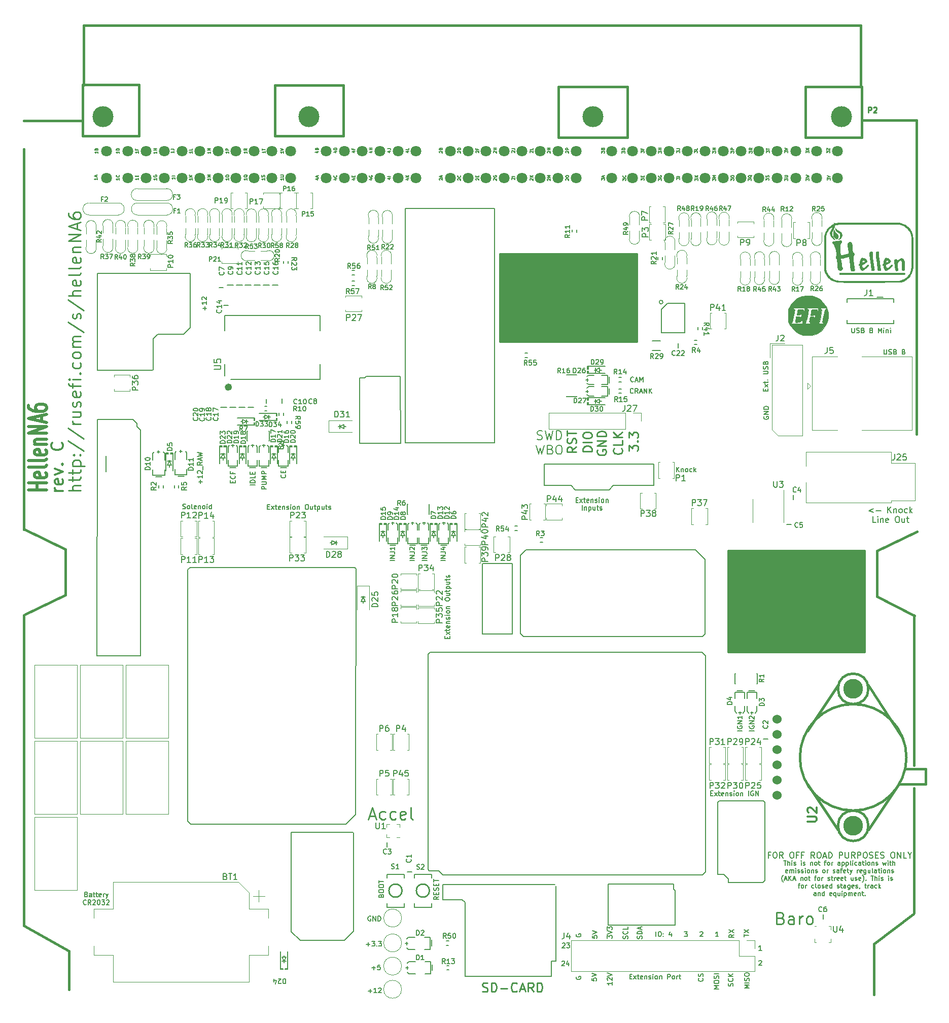
<source format=gto>
G04 #@! TF.GenerationSoftware,KiCad,Pcbnew,(6.0.1)*
G04 #@! TF.CreationDate,2022-06-22T13:09:51+03:00*
G04 #@! TF.ProjectId,hellen64_NA6_94,68656c6c-656e-4363-945f-4e41365f3934,b*
G04 #@! TF.SameCoordinates,PX141ef50PYa2cc1bc*
G04 #@! TF.FileFunction,Legend,Top*
G04 #@! TF.FilePolarity,Positive*
%FSLAX46Y46*%
G04 Gerber Fmt 4.6, Leading zero omitted, Abs format (unit mm)*
G04 Created by KiCad (PCBNEW (6.0.1)) date 2022-06-22 13:09:51*
%MOMM*%
%LPD*%
G01*
G04 APERTURE LIST*
%ADD10C,0.381000*%
%ADD11C,0.250000*%
%ADD12C,0.170000*%
%ADD13C,0.127000*%
%ADD14C,0.300000*%
%ADD15C,0.150000*%
%ADD16C,0.500000*%
%ADD17C,0.200000*%
%ADD18C,0.180000*%
%ADD19C,0.222250*%
%ADD20C,0.304800*%
%ADD21C,0.120000*%
%ADD22C,0.099060*%
%ADD23C,0.002540*%
%ADD24C,0.203200*%
%ADD25C,0.254000*%
%ADD26C,0.616000*%
%ADD27C,3.500120*%
%ADD28C,1.800000*%
%ADD29C,3.302000*%
%ADD30C,1.524000*%
G04 APERTURE END LIST*
D10*
X151162640Y94800000D02*
X151162640Y147005340D01*
X2151680Y147130340D02*
X11662640Y147130340D01*
X9112360Y67975000D02*
X9112360Y75575000D01*
X144537640Y75325000D02*
X144537640Y67725000D01*
X144087640Y9705340D02*
X150687640Y14705340D01*
X151162640Y147255340D02*
X142175000Y147255340D01*
X151237640Y78525000D02*
X144537640Y75325000D01*
D11*
X104507464Y124959870D02*
X81607464Y124959870D01*
X81607464Y124959870D02*
X81607464Y110209870D01*
X81607464Y110209870D02*
X104507464Y110209870D01*
X104507464Y110209870D02*
X104507464Y124959870D01*
G36*
X104507464Y124959870D02*
G01*
X81607464Y124959870D01*
X81607464Y110209870D01*
X104507464Y110209870D01*
X104507464Y124959870D01*
G37*
X142576680Y75430340D02*
X119676680Y75430340D01*
X119676680Y75430340D02*
X119676680Y58430340D01*
X119676680Y58430340D02*
X142576680Y58430340D01*
X142576680Y58430340D02*
X142576680Y75430340D01*
G36*
X142576680Y75430340D02*
G01*
X119676680Y75430340D01*
X119676680Y58430340D01*
X142576680Y58430340D01*
X142576680Y75430340D01*
G37*
D10*
X9701680Y2105340D02*
X9662640Y8305340D01*
X2162640Y78905340D02*
X2162640Y142355340D01*
X144537640Y67725000D02*
X150837640Y64525000D01*
X144101680Y1212400D02*
X144101680Y9755340D01*
X9662640Y8500000D02*
X2162640Y12800000D01*
X9112360Y75575000D02*
X2175000Y78975000D01*
X2412360Y64775000D02*
X9112360Y67975000D01*
X150762640Y39512400D02*
X150762640Y64605340D01*
X2162640Y12805340D02*
X2162640Y64605340D01*
X150762640Y14905340D02*
X150762640Y35712400D01*
D12*
X71413584Y17618436D02*
X71032632Y17351769D01*
X71413584Y17161293D02*
X70613584Y17161293D01*
X70613584Y17466055D01*
X70651680Y17542245D01*
X70689775Y17580340D01*
X70765965Y17618436D01*
X70880251Y17618436D01*
X70956441Y17580340D01*
X70994537Y17542245D01*
X71032632Y17466055D01*
X71032632Y17161293D01*
X70994537Y17961293D02*
X70994537Y18227960D01*
X71413584Y18342245D02*
X71413584Y17961293D01*
X70613584Y17961293D01*
X70613584Y18342245D01*
X71375489Y18647007D02*
X71413584Y18761293D01*
X71413584Y18951769D01*
X71375489Y19027960D01*
X71337394Y19066055D01*
X71261203Y19104150D01*
X71185013Y19104150D01*
X71108822Y19066055D01*
X71070727Y19027960D01*
X71032632Y18951769D01*
X70994537Y18799388D01*
X70956441Y18723198D01*
X70918346Y18685102D01*
X70842156Y18647007D01*
X70765965Y18647007D01*
X70689775Y18685102D01*
X70651680Y18723198D01*
X70613584Y18799388D01*
X70613584Y18989864D01*
X70651680Y19104150D01*
X70994537Y19447007D02*
X70994537Y19713674D01*
X71413584Y19827960D02*
X71413584Y19447007D01*
X70613584Y19447007D01*
X70613584Y19827960D01*
X70613584Y20056531D02*
X70613584Y20513674D01*
X71413584Y20285102D02*
X70613584Y20285102D01*
D13*
X120180809Y141748667D02*
X120180809Y142063143D01*
X120374333Y141893810D01*
X120374333Y141966381D01*
X120398523Y142014762D01*
X120422714Y142038953D01*
X120471095Y142063143D01*
X120592047Y142063143D01*
X120640428Y142038953D01*
X120664619Y142014762D01*
X120688809Y141966381D01*
X120688809Y141821239D01*
X120664619Y141772858D01*
X120640428Y141748667D01*
X120688809Y142280858D02*
X120180809Y142280858D01*
X120180809Y142474381D01*
X120205000Y142522762D01*
X120229190Y142546953D01*
X120277571Y142571143D01*
X120350142Y142571143D01*
X120398523Y142546953D01*
X120422714Y142522762D01*
X120446904Y142474381D01*
X120446904Y142280858D01*
D12*
X60240965Y5698198D02*
X60850489Y5698198D01*
X60545727Y5393436D02*
X60545727Y6002960D01*
X61612394Y6193436D02*
X61231441Y6193436D01*
X61193346Y5812483D01*
X61231441Y5850579D01*
X61307632Y5888674D01*
X61498108Y5888674D01*
X61574299Y5850579D01*
X61612394Y5812483D01*
X61650489Y5736293D01*
X61650489Y5545817D01*
X61612394Y5469626D01*
X61574299Y5431531D01*
X61498108Y5393436D01*
X61307632Y5393436D01*
X61231441Y5431531D01*
X61193346Y5469626D01*
D13*
X105194809Y137200858D02*
X105194809Y137515334D01*
X105388333Y137346000D01*
X105388333Y137418572D01*
X105412523Y137466953D01*
X105436714Y137491143D01*
X105485095Y137515334D01*
X105606047Y137515334D01*
X105654428Y137491143D01*
X105678619Y137466953D01*
X105702809Y137418572D01*
X105702809Y137273429D01*
X105678619Y137225048D01*
X105654428Y137200858D01*
X105436714Y137733048D02*
X105436714Y137902381D01*
X105702809Y137974953D02*
X105702809Y137733048D01*
X105194809Y137733048D01*
X105194809Y137974953D01*
X27258809Y142046620D02*
X27258809Y141756334D01*
X27258809Y141901477D02*
X26750809Y141901477D01*
X26823380Y141853096D01*
X26871761Y141804715D01*
X26895952Y141756334D01*
X26750809Y142409477D02*
X27113666Y142409477D01*
X27186238Y142385286D01*
X27234619Y142336905D01*
X27258809Y142264334D01*
X27258809Y142215953D01*
D12*
X103949999Y103626686D02*
X103911903Y103588591D01*
X103797618Y103550496D01*
X103721427Y103550496D01*
X103607141Y103588591D01*
X103530951Y103664781D01*
X103492856Y103740972D01*
X103454760Y103893353D01*
X103454760Y104007639D01*
X103492856Y104160020D01*
X103530951Y104236210D01*
X103607141Y104312400D01*
X103721427Y104350496D01*
X103797618Y104350496D01*
X103911903Y104312400D01*
X103949999Y104274305D01*
X104254760Y103779067D02*
X104635713Y103779067D01*
X104178570Y103550496D02*
X104445237Y104350496D01*
X104711903Y103550496D01*
X104978570Y103550496D02*
X104978570Y104350496D01*
X105245237Y103779067D01*
X105511903Y104350496D01*
X105511903Y103550496D01*
X120664284Y11270520D02*
X120283332Y11003853D01*
X120664284Y10813377D02*
X119864284Y10813377D01*
X119864284Y11118139D01*
X119902380Y11194329D01*
X119940475Y11232424D01*
X120016665Y11270520D01*
X120130951Y11270520D01*
X120207141Y11232424D01*
X120245237Y11194329D01*
X120283332Y11118139D01*
X120283332Y10813377D01*
X119864284Y11537186D02*
X120664284Y12070520D01*
X119864284Y12070520D02*
X120664284Y11537186D01*
D13*
X45546809Y137529048D02*
X45546809Y137238762D01*
X45546809Y137383905D02*
X45038809Y137383905D01*
X45111380Y137335524D01*
X45159761Y137287143D01*
X45183952Y137238762D01*
X45038809Y137746762D02*
X45450047Y137746762D01*
X45498428Y137770953D01*
X45522619Y137795143D01*
X45546809Y137843524D01*
X45546809Y137940286D01*
X45522619Y137988667D01*
X45498428Y138012858D01*
X45450047Y138037048D01*
X45038809Y138037048D01*
D12*
X145762394Y108943436D02*
X145762394Y108295817D01*
X145800489Y108219626D01*
X145838584Y108181531D01*
X145914775Y108143436D01*
X146067156Y108143436D01*
X146143346Y108181531D01*
X146181441Y108219626D01*
X146219537Y108295817D01*
X146219537Y108943436D01*
X146562394Y108181531D02*
X146676680Y108143436D01*
X146867156Y108143436D01*
X146943346Y108181531D01*
X146981441Y108219626D01*
X147019537Y108295817D01*
X147019537Y108372007D01*
X146981441Y108448198D01*
X146943346Y108486293D01*
X146867156Y108524388D01*
X146714775Y108562483D01*
X146638584Y108600579D01*
X146600489Y108638674D01*
X146562394Y108714864D01*
X146562394Y108791055D01*
X146600489Y108867245D01*
X146638584Y108905340D01*
X146714775Y108943436D01*
X146905251Y108943436D01*
X147019537Y108905340D01*
X147629060Y108562483D02*
X147743346Y108524388D01*
X147781441Y108486293D01*
X147819537Y108410102D01*
X147819537Y108295817D01*
X147781441Y108219626D01*
X147743346Y108181531D01*
X147667156Y108143436D01*
X147362394Y108143436D01*
X147362394Y108943436D01*
X147629060Y108943436D01*
X147705251Y108905340D01*
X147743346Y108867245D01*
X147781441Y108791055D01*
X147781441Y108714864D01*
X147743346Y108638674D01*
X147705251Y108600579D01*
X147629060Y108562483D01*
X147362394Y108562483D01*
X149038584Y108562483D02*
X149152870Y108524388D01*
X149190965Y108486293D01*
X149229060Y108410102D01*
X149229060Y108295817D01*
X149190965Y108219626D01*
X149152870Y108181531D01*
X149076680Y108143436D01*
X148771918Y108143436D01*
X148771918Y108943436D01*
X149038584Y108943436D01*
X149114775Y108905340D01*
X149152870Y108867245D01*
X149190965Y108791055D01*
X149190965Y108714864D01*
X149152870Y108638674D01*
X149114775Y108600579D01*
X149038584Y108562483D01*
X148771918Y108562483D01*
D13*
X42498809Y142046620D02*
X42498809Y141756334D01*
X42498809Y141901477D02*
X41990809Y141901477D01*
X42063380Y141853096D01*
X42111761Y141804715D01*
X42135952Y141756334D01*
X41990809Y142191762D02*
X41990809Y142482048D01*
X42498809Y142336905D02*
X41990809Y142336905D01*
X136182809Y141760762D02*
X136182809Y142075239D01*
X136376333Y141905905D01*
X136376333Y141978477D01*
X136400523Y142026858D01*
X136424714Y142051048D01*
X136473095Y142075239D01*
X136594047Y142075239D01*
X136642428Y142051048D01*
X136666619Y142026858D01*
X136690809Y141978477D01*
X136690809Y141833334D01*
X136666619Y141784953D01*
X136642428Y141760762D01*
X136182809Y142244572D02*
X136182809Y142583239D01*
X136690809Y142244572D01*
X136690809Y142583239D01*
D14*
X8704761Y85300000D02*
X7371428Y85300000D01*
X7752380Y85300000D02*
X7561904Y85395239D01*
X7466666Y85490477D01*
X7371428Y85680953D01*
X7371428Y85871429D01*
X8609523Y87300000D02*
X8704761Y87109524D01*
X8704761Y86728572D01*
X8609523Y86538096D01*
X8419047Y86442858D01*
X7657142Y86442858D01*
X7466666Y86538096D01*
X7371428Y86728572D01*
X7371428Y87109524D01*
X7466666Y87300000D01*
X7657142Y87395239D01*
X7847619Y87395239D01*
X8038095Y86442858D01*
X7371428Y88061905D02*
X8704761Y88538096D01*
X7371428Y89014286D01*
X8514285Y89776191D02*
X8609523Y89871429D01*
X8704761Y89776191D01*
X8609523Y89680953D01*
X8514285Y89776191D01*
X8704761Y89776191D01*
X8514285Y93395239D02*
X8609523Y93300000D01*
X8704761Y93014286D01*
X8704761Y92823810D01*
X8609523Y92538096D01*
X8419047Y92347620D01*
X8228571Y92252381D01*
X7847619Y92157143D01*
X7561904Y92157143D01*
X7180952Y92252381D01*
X6990476Y92347620D01*
X6800000Y92538096D01*
X6704761Y92823810D01*
X6704761Y93014286D01*
X6800000Y93300000D01*
X6895238Y93395239D01*
D12*
X122364284Y10899091D02*
X122364284Y11356234D01*
X123164284Y11127662D02*
X122364284Y11127662D01*
X122364284Y11546710D02*
X123164284Y12080043D01*
X122364284Y12080043D02*
X123164284Y11546710D01*
X123264284Y2313377D02*
X122464284Y2313377D01*
X123035713Y2580043D01*
X122464284Y2846710D01*
X123264284Y2846710D01*
X123264284Y3227662D02*
X122464284Y3227662D01*
X123226189Y3570520D02*
X123264284Y3684805D01*
X123264284Y3875281D01*
X123226189Y3951472D01*
X123188094Y3989567D01*
X123111903Y4027662D01*
X123035713Y4027662D01*
X122959522Y3989567D01*
X122921427Y3951472D01*
X122883332Y3875281D01*
X122845237Y3722900D01*
X122807141Y3646710D01*
X122769046Y3608615D01*
X122692856Y3570520D01*
X122616665Y3570520D01*
X122540475Y3608615D01*
X122502380Y3646710D01*
X122464284Y3722900D01*
X122464284Y3913377D01*
X122502380Y4027662D01*
X122464284Y4522900D02*
X122464284Y4675281D01*
X122502380Y4751472D01*
X122578570Y4827662D01*
X122730951Y4865758D01*
X122997618Y4865758D01*
X123149999Y4827662D01*
X123226189Y4751472D01*
X123264284Y4675281D01*
X123264284Y4522900D01*
X123226189Y4446710D01*
X123149999Y4370520D01*
X122997618Y4332424D01*
X122730951Y4332424D01*
X122578570Y4370520D01*
X122502380Y4446710D01*
X122464284Y4522900D01*
X72564284Y73713377D02*
X71764284Y73713377D01*
X72564284Y74094329D02*
X71764284Y74094329D01*
X72564284Y74551472D01*
X71764284Y74551472D01*
X71764284Y75160996D02*
X72335713Y75160996D01*
X72449999Y75122900D01*
X72526189Y75046710D01*
X72564284Y74932424D01*
X72564284Y74856234D01*
X72030951Y75884805D02*
X72564284Y75884805D01*
X71726189Y75694329D02*
X72297618Y75503853D01*
X72297618Y75999091D01*
D11*
X78724894Y1798198D02*
X78939180Y1726769D01*
X79296322Y1726769D01*
X79439180Y1798198D01*
X79510608Y1869626D01*
X79582037Y2012483D01*
X79582037Y2155340D01*
X79510608Y2298198D01*
X79439180Y2369626D01*
X79296322Y2441055D01*
X79010608Y2512483D01*
X78867751Y2583912D01*
X78796322Y2655340D01*
X78724894Y2798198D01*
X78724894Y2941055D01*
X78796322Y3083912D01*
X78867751Y3155340D01*
X79010608Y3226769D01*
X79367751Y3226769D01*
X79582037Y3155340D01*
X80224894Y1726769D02*
X80224894Y3226769D01*
X80582037Y3226769D01*
X80796322Y3155340D01*
X80939180Y3012483D01*
X81010608Y2869626D01*
X81082037Y2583912D01*
X81082037Y2369626D01*
X81010608Y2083912D01*
X80939180Y1941055D01*
X80796322Y1798198D01*
X80582037Y1726769D01*
X80224894Y1726769D01*
X81724894Y2298198D02*
X82867751Y2298198D01*
X84439180Y1869626D02*
X84367751Y1798198D01*
X84153465Y1726769D01*
X84010608Y1726769D01*
X83796322Y1798198D01*
X83653465Y1941055D01*
X83582037Y2083912D01*
X83510608Y2369626D01*
X83510608Y2583912D01*
X83582037Y2869626D01*
X83653465Y3012483D01*
X83796322Y3155340D01*
X84010608Y3226769D01*
X84153465Y3226769D01*
X84367751Y3155340D01*
X84439180Y3083912D01*
X85010608Y2155340D02*
X85724894Y2155340D01*
X84867751Y1726769D02*
X85367751Y3226769D01*
X85867751Y1726769D01*
X87224894Y1726769D02*
X86724894Y2441055D01*
X86367751Y1726769D02*
X86367751Y3226769D01*
X86939180Y3226769D01*
X87082037Y3155340D01*
X87153465Y3083912D01*
X87224894Y2941055D01*
X87224894Y2726769D01*
X87153465Y2583912D01*
X87082037Y2512483D01*
X86939180Y2441055D01*
X86367751Y2441055D01*
X87867751Y1726769D02*
X87867751Y3226769D01*
X88224894Y3226769D01*
X88439180Y3155340D01*
X88582037Y3012483D01*
X88653465Y2869626D01*
X88724894Y2583912D01*
X88724894Y2369626D01*
X88653465Y2083912D01*
X88582037Y1941055D01*
X88439180Y1798198D01*
X88224894Y1726769D01*
X87867751Y1726769D01*
D13*
X98590809Y137212953D02*
X98590809Y137527429D01*
X98784333Y137358096D01*
X98784333Y137430667D01*
X98808523Y137479048D01*
X98832714Y137503239D01*
X98881095Y137527429D01*
X99002047Y137527429D01*
X99050428Y137503239D01*
X99074619Y137479048D01*
X99098809Y137430667D01*
X99098809Y137285524D01*
X99074619Y137237143D01*
X99050428Y137212953D01*
X98953666Y137720953D02*
X98953666Y137962858D01*
X99098809Y137672572D02*
X98590809Y137841905D01*
X99098809Y138011239D01*
X105194809Y141784953D02*
X105194809Y142099429D01*
X105388333Y141930096D01*
X105388333Y142002667D01*
X105412523Y142051048D01*
X105436714Y142075239D01*
X105485095Y142099429D01*
X105606047Y142099429D01*
X105654428Y142075239D01*
X105678619Y142051048D01*
X105702809Y142002667D01*
X105702809Y141857524D01*
X105678619Y141809143D01*
X105654428Y141784953D01*
X105436714Y142486477D02*
X105436714Y142317143D01*
X105702809Y142317143D02*
X105194809Y142317143D01*
X105194809Y142559048D01*
X123101809Y137164572D02*
X123101809Y137479048D01*
X123295333Y137309715D01*
X123295333Y137382286D01*
X123319523Y137430667D01*
X123343714Y137454858D01*
X123392095Y137479048D01*
X123513047Y137479048D01*
X123561428Y137454858D01*
X123585619Y137430667D01*
X123609809Y137382286D01*
X123609809Y137237143D01*
X123585619Y137188762D01*
X123561428Y137164572D01*
X123658190Y138035429D02*
X123634000Y137987048D01*
X123585619Y137938667D01*
X123513047Y137866096D01*
X123488857Y137817715D01*
X123488857Y137769334D01*
X123609809Y137793524D02*
X123585619Y137745143D01*
X123537238Y137696762D01*
X123440476Y137672572D01*
X123271142Y137672572D01*
X123174380Y137696762D01*
X123126000Y137745143D01*
X123101809Y137793524D01*
X123101809Y137890286D01*
X123126000Y137938667D01*
X123174380Y137987048D01*
X123271142Y138011239D01*
X123440476Y138011239D01*
X123537238Y137987048D01*
X123585619Y137938667D01*
X123609809Y137890286D01*
X123609809Y137793524D01*
X114211809Y137176667D02*
X114211809Y137491143D01*
X114405333Y137321810D01*
X114405333Y137394381D01*
X114429523Y137442762D01*
X114453714Y137466953D01*
X114502095Y137491143D01*
X114623047Y137491143D01*
X114671428Y137466953D01*
X114695619Y137442762D01*
X114719809Y137394381D01*
X114719809Y137249239D01*
X114695619Y137200858D01*
X114671428Y137176667D01*
X114719809Y137708858D02*
X114211809Y137708858D01*
X114719809Y137999143D02*
X114429523Y137781429D01*
X114211809Y137999143D02*
X114502095Y137708858D01*
D15*
X144015476Y82344286D02*
X143253571Y82058572D01*
X144015476Y81772858D01*
X144396428Y82010953D02*
X145253571Y82010953D01*
X146396428Y81677620D02*
X146396428Y82677620D01*
X146967857Y81677620D02*
X146539285Y82249048D01*
X146967857Y82677620D02*
X146396428Y82106191D01*
X147396428Y82344286D02*
X147396428Y81677620D01*
X147396428Y82249048D02*
X147444047Y82296667D01*
X147539285Y82344286D01*
X147682142Y82344286D01*
X147777380Y82296667D01*
X147825000Y82201429D01*
X147825000Y81677620D01*
X148444047Y81677620D02*
X148348809Y81725239D01*
X148301190Y81772858D01*
X148253571Y81868096D01*
X148253571Y82153810D01*
X148301190Y82249048D01*
X148348809Y82296667D01*
X148444047Y82344286D01*
X148586904Y82344286D01*
X148682142Y82296667D01*
X148729761Y82249048D01*
X148777380Y82153810D01*
X148777380Y81868096D01*
X148729761Y81772858D01*
X148682142Y81725239D01*
X148586904Y81677620D01*
X148444047Y81677620D01*
X149634523Y81725239D02*
X149539285Y81677620D01*
X149348809Y81677620D01*
X149253571Y81725239D01*
X149205952Y81772858D01*
X149158333Y81868096D01*
X149158333Y82153810D01*
X149205952Y82249048D01*
X149253571Y82296667D01*
X149348809Y82344286D01*
X149539285Y82344286D01*
X149634523Y82296667D01*
X150063095Y81677620D02*
X150063095Y82677620D01*
X150158333Y82058572D02*
X150444047Y81677620D01*
X150444047Y82344286D02*
X150063095Y81963334D01*
X144372619Y80067620D02*
X143896428Y80067620D01*
X143896428Y81067620D01*
X144705952Y80067620D02*
X144705952Y80734286D01*
X144705952Y81067620D02*
X144658333Y81020000D01*
X144705952Y80972381D01*
X144753571Y81020000D01*
X144705952Y81067620D01*
X144705952Y80972381D01*
X145182142Y80734286D02*
X145182142Y80067620D01*
X145182142Y80639048D02*
X145229761Y80686667D01*
X145325000Y80734286D01*
X145467857Y80734286D01*
X145563095Y80686667D01*
X145610714Y80591429D01*
X145610714Y80067620D01*
X146467857Y80115239D02*
X146372619Y80067620D01*
X146182142Y80067620D01*
X146086904Y80115239D01*
X146039285Y80210477D01*
X146039285Y80591429D01*
X146086904Y80686667D01*
X146182142Y80734286D01*
X146372619Y80734286D01*
X146467857Y80686667D01*
X146515476Y80591429D01*
X146515476Y80496191D01*
X146039285Y80400953D01*
X147896428Y81067620D02*
X148086904Y81067620D01*
X148182142Y81020000D01*
X148277380Y80924762D01*
X148325000Y80734286D01*
X148325000Y80400953D01*
X148277380Y80210477D01*
X148182142Y80115239D01*
X148086904Y80067620D01*
X147896428Y80067620D01*
X147801190Y80115239D01*
X147705952Y80210477D01*
X147658333Y80400953D01*
X147658333Y80734286D01*
X147705952Y80924762D01*
X147801190Y81020000D01*
X147896428Y81067620D01*
X149182142Y80734286D02*
X149182142Y80067620D01*
X148753571Y80734286D02*
X148753571Y80210477D01*
X148801190Y80115239D01*
X148896428Y80067620D01*
X149039285Y80067620D01*
X149134523Y80115239D01*
X149182142Y80162858D01*
X149515476Y80734286D02*
X149896428Y80734286D01*
X149658333Y81067620D02*
X149658333Y80210477D01*
X149705952Y80115239D01*
X149801190Y80067620D01*
X149896428Y80067620D01*
D12*
X42844537Y82662483D02*
X43111203Y82662483D01*
X43225489Y82243436D02*
X42844537Y82243436D01*
X42844537Y83043436D01*
X43225489Y83043436D01*
X43492156Y82243436D02*
X43911203Y82776769D01*
X43492156Y82776769D02*
X43911203Y82243436D01*
X44101680Y82776769D02*
X44406441Y82776769D01*
X44215965Y83043436D02*
X44215965Y82357721D01*
X44254060Y82281531D01*
X44330251Y82243436D01*
X44406441Y82243436D01*
X44977870Y82281531D02*
X44901680Y82243436D01*
X44749299Y82243436D01*
X44673108Y82281531D01*
X44635013Y82357721D01*
X44635013Y82662483D01*
X44673108Y82738674D01*
X44749299Y82776769D01*
X44901680Y82776769D01*
X44977870Y82738674D01*
X45015965Y82662483D01*
X45015965Y82586293D01*
X44635013Y82510102D01*
X45358822Y82776769D02*
X45358822Y82243436D01*
X45358822Y82700579D02*
X45396918Y82738674D01*
X45473108Y82776769D01*
X45587394Y82776769D01*
X45663584Y82738674D01*
X45701680Y82662483D01*
X45701680Y82243436D01*
X46044537Y82281531D02*
X46120727Y82243436D01*
X46273108Y82243436D01*
X46349299Y82281531D01*
X46387394Y82357721D01*
X46387394Y82395817D01*
X46349299Y82472007D01*
X46273108Y82510102D01*
X46158822Y82510102D01*
X46082632Y82548198D01*
X46044537Y82624388D01*
X46044537Y82662483D01*
X46082632Y82738674D01*
X46158822Y82776769D01*
X46273108Y82776769D01*
X46349299Y82738674D01*
X46730251Y82243436D02*
X46730251Y82776769D01*
X46730251Y83043436D02*
X46692156Y83005340D01*
X46730251Y82967245D01*
X46768346Y83005340D01*
X46730251Y83043436D01*
X46730251Y82967245D01*
X47225489Y82243436D02*
X47149299Y82281531D01*
X47111203Y82319626D01*
X47073108Y82395817D01*
X47073108Y82624388D01*
X47111203Y82700579D01*
X47149299Y82738674D01*
X47225489Y82776769D01*
X47339775Y82776769D01*
X47415965Y82738674D01*
X47454060Y82700579D01*
X47492156Y82624388D01*
X47492156Y82395817D01*
X47454060Y82319626D01*
X47415965Y82281531D01*
X47339775Y82243436D01*
X47225489Y82243436D01*
X47835013Y82776769D02*
X47835013Y82243436D01*
X47835013Y82700579D02*
X47873108Y82738674D01*
X47949299Y82776769D01*
X48063584Y82776769D01*
X48139775Y82738674D01*
X48177870Y82662483D01*
X48177870Y82243436D01*
X49320727Y83043436D02*
X49473108Y83043436D01*
X49549299Y83005340D01*
X49625489Y82929150D01*
X49663584Y82776769D01*
X49663584Y82510102D01*
X49625489Y82357721D01*
X49549299Y82281531D01*
X49473108Y82243436D01*
X49320727Y82243436D01*
X49244537Y82281531D01*
X49168346Y82357721D01*
X49130251Y82510102D01*
X49130251Y82776769D01*
X49168346Y82929150D01*
X49244537Y83005340D01*
X49320727Y83043436D01*
X50349299Y82776769D02*
X50349299Y82243436D01*
X50006441Y82776769D02*
X50006441Y82357721D01*
X50044537Y82281531D01*
X50120727Y82243436D01*
X50235013Y82243436D01*
X50311203Y82281531D01*
X50349299Y82319626D01*
X50615965Y82776769D02*
X50920727Y82776769D01*
X50730251Y83043436D02*
X50730251Y82357721D01*
X50768346Y82281531D01*
X50844537Y82243436D01*
X50920727Y82243436D01*
X51187394Y82776769D02*
X51187394Y81976769D01*
X51187394Y82738674D02*
X51263584Y82776769D01*
X51415965Y82776769D01*
X51492156Y82738674D01*
X51530251Y82700579D01*
X51568346Y82624388D01*
X51568346Y82395817D01*
X51530251Y82319626D01*
X51492156Y82281531D01*
X51415965Y82243436D01*
X51263584Y82243436D01*
X51187394Y82281531D01*
X52254060Y82776769D02*
X52254060Y82243436D01*
X51911203Y82776769D02*
X51911203Y82357721D01*
X51949299Y82281531D01*
X52025489Y82243436D01*
X52139775Y82243436D01*
X52215965Y82281531D01*
X52254060Y82319626D01*
X52520727Y82776769D02*
X52825489Y82776769D01*
X52635013Y83043436D02*
X52635013Y82357721D01*
X52673108Y82281531D01*
X52749299Y82243436D01*
X52825489Y82243436D01*
X53054060Y82281531D02*
X53130251Y82243436D01*
X53282632Y82243436D01*
X53358822Y82281531D01*
X53396918Y82357721D01*
X53396918Y82395817D01*
X53358822Y82472007D01*
X53282632Y82510102D01*
X53168346Y82510102D01*
X53092156Y82548198D01*
X53054060Y82624388D01*
X53054060Y82662483D01*
X53092156Y82738674D01*
X53168346Y82776769D01*
X53282632Y82776769D01*
X53358822Y82738674D01*
D13*
X77684190Y141809143D02*
X77660000Y141833334D01*
X77635809Y141881715D01*
X77635809Y142002667D01*
X77660000Y142051048D01*
X77684190Y142075239D01*
X77732571Y142099429D01*
X77780952Y142099429D01*
X77853523Y142075239D01*
X78143809Y141784953D01*
X78143809Y142099429D01*
X77877714Y142486477D02*
X77877714Y142317143D01*
X78143809Y142317143D02*
X77635809Y142317143D01*
X77635809Y142559048D01*
D12*
X72844537Y60698198D02*
X72844537Y60964864D01*
X73263584Y61079150D02*
X73263584Y60698198D01*
X72463584Y60698198D01*
X72463584Y61079150D01*
X73263584Y61345817D02*
X72730251Y61764864D01*
X72730251Y61345817D02*
X73263584Y61764864D01*
X72730251Y61955340D02*
X72730251Y62260102D01*
X72463584Y62069626D02*
X73149299Y62069626D01*
X73225489Y62107721D01*
X73263584Y62183912D01*
X73263584Y62260102D01*
X73225489Y62831531D02*
X73263584Y62755340D01*
X73263584Y62602960D01*
X73225489Y62526769D01*
X73149299Y62488674D01*
X72844537Y62488674D01*
X72768346Y62526769D01*
X72730251Y62602960D01*
X72730251Y62755340D01*
X72768346Y62831531D01*
X72844537Y62869626D01*
X72920727Y62869626D01*
X72996918Y62488674D01*
X72730251Y63212483D02*
X73263584Y63212483D01*
X72806441Y63212483D02*
X72768346Y63250579D01*
X72730251Y63326769D01*
X72730251Y63441055D01*
X72768346Y63517245D01*
X72844537Y63555340D01*
X73263584Y63555340D01*
X73225489Y63898198D02*
X73263584Y63974388D01*
X73263584Y64126769D01*
X73225489Y64202960D01*
X73149299Y64241055D01*
X73111203Y64241055D01*
X73035013Y64202960D01*
X72996918Y64126769D01*
X72996918Y64012483D01*
X72958822Y63936293D01*
X72882632Y63898198D01*
X72844537Y63898198D01*
X72768346Y63936293D01*
X72730251Y64012483D01*
X72730251Y64126769D01*
X72768346Y64202960D01*
X73263584Y64583912D02*
X72730251Y64583912D01*
X72463584Y64583912D02*
X72501680Y64545817D01*
X72539775Y64583912D01*
X72501680Y64622007D01*
X72463584Y64583912D01*
X72539775Y64583912D01*
X73263584Y65079150D02*
X73225489Y65002960D01*
X73187394Y64964864D01*
X73111203Y64926769D01*
X72882632Y64926769D01*
X72806441Y64964864D01*
X72768346Y65002960D01*
X72730251Y65079150D01*
X72730251Y65193436D01*
X72768346Y65269626D01*
X72806441Y65307721D01*
X72882632Y65345817D01*
X73111203Y65345817D01*
X73187394Y65307721D01*
X73225489Y65269626D01*
X73263584Y65193436D01*
X73263584Y65079150D01*
X72730251Y65688674D02*
X73263584Y65688674D01*
X72806441Y65688674D02*
X72768346Y65726769D01*
X72730251Y65802960D01*
X72730251Y65917245D01*
X72768346Y65993436D01*
X72844537Y66031531D01*
X73263584Y66031531D01*
X72463584Y67174388D02*
X72463584Y67326769D01*
X72501680Y67402960D01*
X72577870Y67479150D01*
X72730251Y67517245D01*
X72996918Y67517245D01*
X73149299Y67479150D01*
X73225489Y67402960D01*
X73263584Y67326769D01*
X73263584Y67174388D01*
X73225489Y67098198D01*
X73149299Y67022007D01*
X72996918Y66983912D01*
X72730251Y66983912D01*
X72577870Y67022007D01*
X72501680Y67098198D01*
X72463584Y67174388D01*
X72730251Y68202960D02*
X73263584Y68202960D01*
X72730251Y67860102D02*
X73149299Y67860102D01*
X73225489Y67898198D01*
X73263584Y67974388D01*
X73263584Y68088674D01*
X73225489Y68164864D01*
X73187394Y68202960D01*
X72730251Y68469626D02*
X72730251Y68774388D01*
X72463584Y68583912D02*
X73149299Y68583912D01*
X73225489Y68622007D01*
X73263584Y68698198D01*
X73263584Y68774388D01*
X72730251Y69041055D02*
X73530251Y69041055D01*
X72768346Y69041055D02*
X72730251Y69117245D01*
X72730251Y69269626D01*
X72768346Y69345817D01*
X72806441Y69383912D01*
X72882632Y69422007D01*
X73111203Y69422007D01*
X73187394Y69383912D01*
X73225489Y69345817D01*
X73263584Y69269626D01*
X73263584Y69117245D01*
X73225489Y69041055D01*
X72730251Y70107721D02*
X73263584Y70107721D01*
X72730251Y69764864D02*
X73149299Y69764864D01*
X73225489Y69802960D01*
X73263584Y69879150D01*
X73263584Y69993436D01*
X73225489Y70069626D01*
X73187394Y70107721D01*
X72730251Y70374388D02*
X72730251Y70679150D01*
X72463584Y70488674D02*
X73149299Y70488674D01*
X73225489Y70526769D01*
X73263584Y70602960D01*
X73263584Y70679150D01*
X73225489Y70907721D02*
X73263584Y70983912D01*
X73263584Y71136293D01*
X73225489Y71212483D01*
X73149299Y71250579D01*
X73111203Y71250579D01*
X73035013Y71212483D01*
X72996918Y71136293D01*
X72996918Y71022007D01*
X72958822Y70945817D01*
X72882632Y70907721D01*
X72844537Y70907721D01*
X72768346Y70945817D01*
X72730251Y71022007D01*
X72730251Y71136293D01*
X72768346Y71212483D01*
X115488094Y3970520D02*
X115526189Y3932424D01*
X115564284Y3818139D01*
X115564284Y3741948D01*
X115526189Y3627662D01*
X115449999Y3551472D01*
X115373808Y3513377D01*
X115221427Y3475281D01*
X115107141Y3475281D01*
X114954760Y3513377D01*
X114878570Y3551472D01*
X114802380Y3627662D01*
X114764284Y3741948D01*
X114764284Y3818139D01*
X114802380Y3932424D01*
X114840475Y3970520D01*
X115526189Y4275281D02*
X115564284Y4389567D01*
X115564284Y4580043D01*
X115526189Y4656234D01*
X115488094Y4694329D01*
X115411903Y4732424D01*
X115335713Y4732424D01*
X115259522Y4694329D01*
X115221427Y4656234D01*
X115183332Y4580043D01*
X115145237Y4427662D01*
X115107141Y4351472D01*
X115069046Y4313377D01*
X114992856Y4275281D01*
X114916665Y4275281D01*
X114840475Y4313377D01*
X114802380Y4351472D01*
X114764284Y4427662D01*
X114764284Y4618139D01*
X114802380Y4732424D01*
X111101680Y88543436D02*
X111101680Y89343436D01*
X111558822Y88543436D02*
X111215965Y89000579D01*
X111558822Y89343436D02*
X111101680Y88886293D01*
X111901680Y89076769D02*
X111901680Y88543436D01*
X111901680Y89000579D02*
X111939775Y89038674D01*
X112015965Y89076769D01*
X112130251Y89076769D01*
X112206441Y89038674D01*
X112244537Y88962483D01*
X112244537Y88543436D01*
X112739775Y88543436D02*
X112663584Y88581531D01*
X112625489Y88619626D01*
X112587394Y88695817D01*
X112587394Y88924388D01*
X112625489Y89000579D01*
X112663584Y89038674D01*
X112739775Y89076769D01*
X112854060Y89076769D01*
X112930251Y89038674D01*
X112968346Y89000579D01*
X113006441Y88924388D01*
X113006441Y88695817D01*
X112968346Y88619626D01*
X112930251Y88581531D01*
X112854060Y88543436D01*
X112739775Y88543436D01*
X113692156Y88581531D02*
X113615965Y88543436D01*
X113463584Y88543436D01*
X113387394Y88581531D01*
X113349299Y88619626D01*
X113311203Y88695817D01*
X113311203Y88924388D01*
X113349299Y89000579D01*
X113387394Y89038674D01*
X113463584Y89076769D01*
X113615965Y89076769D01*
X113692156Y89038674D01*
X114035013Y88543436D02*
X114035013Y89343436D01*
X114111203Y88848198D02*
X114339775Y88543436D01*
X114339775Y89076769D02*
X114035013Y88772007D01*
X40764284Y86326686D02*
X39964284Y86326686D01*
X40764284Y86707639D02*
X39964284Y86707639D01*
X39964284Y86898115D01*
X40002380Y87012400D01*
X40078570Y87088591D01*
X40154760Y87126686D01*
X40307141Y87164781D01*
X40421427Y87164781D01*
X40573808Y87126686D01*
X40649999Y87088591D01*
X40726189Y87012400D01*
X40764284Y86898115D01*
X40764284Y86707639D01*
X40764284Y87888591D02*
X40764284Y87507639D01*
X39964284Y87507639D01*
X40345237Y88155258D02*
X40345237Y88421924D01*
X40764284Y88536210D02*
X40764284Y88155258D01*
X39964284Y88155258D01*
X39964284Y88536210D01*
D13*
X126149809Y141809143D02*
X126149809Y142123620D01*
X126343333Y141954286D01*
X126343333Y142026858D01*
X126367523Y142075239D01*
X126391714Y142099429D01*
X126440095Y142123620D01*
X126561047Y142123620D01*
X126609428Y142099429D01*
X126633619Y142075239D01*
X126657809Y142026858D01*
X126657809Y141881715D01*
X126633619Y141833334D01*
X126609428Y141809143D01*
X126149809Y142268762D02*
X126149809Y142559048D01*
X126657809Y142413905D02*
X126149809Y142413905D01*
X66116142Y142063143D02*
X66454809Y142063143D01*
X65922619Y141942191D02*
X66285476Y141821239D01*
X66285476Y142135715D01*
X66454809Y142571143D02*
X66454809Y142329239D01*
X65946809Y142329239D01*
X30306809Y142034524D02*
X30306809Y141744239D01*
X30306809Y141889381D02*
X29798809Y141889381D01*
X29871380Y141841000D01*
X29919761Y141792620D01*
X29943952Y141744239D01*
X30306809Y142494143D02*
X30306809Y142252239D01*
X29798809Y142252239D01*
D12*
X64064284Y73713377D02*
X63264284Y73713377D01*
X64064284Y74094329D02*
X63264284Y74094329D01*
X64064284Y74551472D01*
X63264284Y74551472D01*
X63264284Y75160996D02*
X63835713Y75160996D01*
X63949999Y75122900D01*
X64026189Y75046710D01*
X64064284Y74932424D01*
X64064284Y74856234D01*
X64064284Y75960996D02*
X64064284Y75503853D01*
X64064284Y75732424D02*
X63264284Y75732424D01*
X63378570Y75656234D01*
X63454760Y75580043D01*
X63492856Y75503853D01*
X69464284Y73713377D02*
X68664284Y73713377D01*
X69464284Y74094329D02*
X68664284Y74094329D01*
X69464284Y74551472D01*
X68664284Y74551472D01*
X68664284Y75160996D02*
X69235713Y75160996D01*
X69349999Y75122900D01*
X69426189Y75046710D01*
X69464284Y74932424D01*
X69464284Y74856234D01*
X68664284Y75465758D02*
X68664284Y75960996D01*
X68969046Y75694329D01*
X68969046Y75808615D01*
X69007141Y75884805D01*
X69045237Y75922900D01*
X69121427Y75960996D01*
X69311903Y75960996D01*
X69388094Y75922900D01*
X69426189Y75884805D01*
X69464284Y75808615D01*
X69464284Y75580043D01*
X69426189Y75503853D01*
X69388094Y75465758D01*
X125322403Y8650496D02*
X124865260Y8650496D01*
X125093832Y8650496D02*
X125093832Y9450496D01*
X125017641Y9336210D01*
X124941451Y9260020D01*
X124865260Y9221924D01*
D13*
X111163809Y141809143D02*
X111163809Y142123620D01*
X111357333Y141954286D01*
X111357333Y142026858D01*
X111381523Y142075239D01*
X111405714Y142099429D01*
X111454095Y142123620D01*
X111575047Y142123620D01*
X111623428Y142099429D01*
X111647619Y142075239D01*
X111671809Y142026858D01*
X111671809Y141881715D01*
X111647619Y141833334D01*
X111623428Y141809143D01*
X111163809Y142486477D02*
X111526666Y142486477D01*
X111599238Y142462286D01*
X111647619Y142413905D01*
X111671809Y142341334D01*
X111671809Y142292953D01*
D12*
X12594537Y17981483D02*
X12708822Y17943388D01*
X12746918Y17905293D01*
X12785013Y17829102D01*
X12785013Y17714817D01*
X12746918Y17638626D01*
X12708822Y17600531D01*
X12632632Y17562436D01*
X12327870Y17562436D01*
X12327870Y18362436D01*
X12594537Y18362436D01*
X12670727Y18324340D01*
X12708822Y18286245D01*
X12746918Y18210055D01*
X12746918Y18133864D01*
X12708822Y18057674D01*
X12670727Y18019579D01*
X12594537Y17981483D01*
X12327870Y17981483D01*
X13470727Y17562436D02*
X13470727Y17981483D01*
X13432632Y18057674D01*
X13356441Y18095769D01*
X13204060Y18095769D01*
X13127870Y18057674D01*
X13470727Y17600531D02*
X13394537Y17562436D01*
X13204060Y17562436D01*
X13127870Y17600531D01*
X13089775Y17676721D01*
X13089775Y17752912D01*
X13127870Y17829102D01*
X13204060Y17867198D01*
X13394537Y17867198D01*
X13470727Y17905293D01*
X13737394Y18095769D02*
X14042156Y18095769D01*
X13851680Y18362436D02*
X13851680Y17676721D01*
X13889775Y17600531D01*
X13965965Y17562436D01*
X14042156Y17562436D01*
X14194537Y18095769D02*
X14499299Y18095769D01*
X14308822Y18362436D02*
X14308822Y17676721D01*
X14346918Y17600531D01*
X14423108Y17562436D01*
X14499299Y17562436D01*
X15070727Y17600531D02*
X14994537Y17562436D01*
X14842156Y17562436D01*
X14765965Y17600531D01*
X14727870Y17676721D01*
X14727870Y17981483D01*
X14765965Y18057674D01*
X14842156Y18095769D01*
X14994537Y18095769D01*
X15070727Y18057674D01*
X15108822Y17981483D01*
X15108822Y17905293D01*
X14727870Y17829102D01*
X15451680Y17562436D02*
X15451680Y18095769D01*
X15451680Y17943388D02*
X15489775Y18019579D01*
X15527870Y18057674D01*
X15604060Y18095769D01*
X15680251Y18095769D01*
X15870727Y18095769D02*
X16061203Y17562436D01*
X16251680Y18095769D02*
X16061203Y17562436D01*
X15985013Y17371960D01*
X15946918Y17333864D01*
X15870727Y17295769D01*
X12575489Y16350626D02*
X12537394Y16312531D01*
X12423108Y16274436D01*
X12346918Y16274436D01*
X12232632Y16312531D01*
X12156441Y16388721D01*
X12118346Y16464912D01*
X12080251Y16617293D01*
X12080251Y16731579D01*
X12118346Y16883960D01*
X12156441Y16960150D01*
X12232632Y17036340D01*
X12346918Y17074436D01*
X12423108Y17074436D01*
X12537394Y17036340D01*
X12575489Y16998245D01*
X13375489Y16274436D02*
X13108822Y16655388D01*
X12918346Y16274436D02*
X12918346Y17074436D01*
X13223108Y17074436D01*
X13299299Y17036340D01*
X13337394Y16998245D01*
X13375489Y16922055D01*
X13375489Y16807769D01*
X13337394Y16731579D01*
X13299299Y16693483D01*
X13223108Y16655388D01*
X12918346Y16655388D01*
X13680251Y16998245D02*
X13718346Y17036340D01*
X13794537Y17074436D01*
X13985013Y17074436D01*
X14061203Y17036340D01*
X14099299Y16998245D01*
X14137394Y16922055D01*
X14137394Y16845864D01*
X14099299Y16731579D01*
X13642156Y16274436D01*
X14137394Y16274436D01*
X14632632Y17074436D02*
X14708822Y17074436D01*
X14785013Y17036340D01*
X14823108Y16998245D01*
X14861203Y16922055D01*
X14899299Y16769674D01*
X14899299Y16579198D01*
X14861203Y16426817D01*
X14823108Y16350626D01*
X14785013Y16312531D01*
X14708822Y16274436D01*
X14632632Y16274436D01*
X14556441Y16312531D01*
X14518346Y16350626D01*
X14480251Y16426817D01*
X14442156Y16579198D01*
X14442156Y16769674D01*
X14480251Y16922055D01*
X14518346Y16998245D01*
X14556441Y17036340D01*
X14632632Y17074436D01*
X15165965Y17074436D02*
X15661203Y17074436D01*
X15394537Y16769674D01*
X15508822Y16769674D01*
X15585013Y16731579D01*
X15623108Y16693483D01*
X15661203Y16617293D01*
X15661203Y16426817D01*
X15623108Y16350626D01*
X15585013Y16312531D01*
X15508822Y16274436D01*
X15280251Y16274436D01*
X15204060Y16312531D01*
X15165965Y16350626D01*
X15965965Y16998245D02*
X16004060Y17036340D01*
X16080251Y17074436D01*
X16270727Y17074436D01*
X16346918Y17036340D01*
X16385013Y16998245D01*
X16423108Y16922055D01*
X16423108Y16845864D01*
X16385013Y16731579D01*
X15927870Y16274436D01*
X16423108Y16274436D01*
D13*
X50992822Y141998102D02*
X51331489Y141998102D01*
X50799299Y141877150D02*
X51162156Y141756198D01*
X51162156Y142070674D01*
X51065394Y142433531D02*
X51089584Y142506102D01*
X51113775Y142530293D01*
X51162156Y142554483D01*
X51234727Y142554483D01*
X51283108Y142530293D01*
X51307299Y142506102D01*
X51331489Y142457721D01*
X51331489Y142264198D01*
X50823489Y142264198D01*
X50823489Y142433531D01*
X50847680Y142481912D01*
X50871870Y142506102D01*
X50920251Y142530293D01*
X50968632Y142530293D01*
X51017013Y142506102D01*
X51041203Y142481912D01*
X51065394Y142433531D01*
X51065394Y142264198D01*
D12*
X124064284Y45312400D02*
X123264284Y45312400D01*
X123302380Y46112400D02*
X123264284Y46036210D01*
X123264284Y45921924D01*
X123302380Y45807639D01*
X123378570Y45731448D01*
X123454760Y45693353D01*
X123607141Y45655258D01*
X123721427Y45655258D01*
X123873808Y45693353D01*
X123949999Y45731448D01*
X124026189Y45807639D01*
X124064284Y45921924D01*
X124064284Y45998115D01*
X124026189Y46112400D01*
X123988094Y46150496D01*
X123721427Y46150496D01*
X123721427Y45998115D01*
X124064284Y46493353D02*
X123264284Y46493353D01*
X124064284Y46950496D01*
X123264284Y46950496D01*
X123340475Y47293353D02*
X123302380Y47331448D01*
X123264284Y47407639D01*
X123264284Y47598115D01*
X123302380Y47674305D01*
X123340475Y47712400D01*
X123416665Y47750496D01*
X123492856Y47750496D01*
X123607141Y47712400D01*
X124064284Y47255258D01*
X124064284Y47750496D01*
D13*
X30306809Y137541143D02*
X30306809Y137250858D01*
X30306809Y137396000D02*
X29798809Y137396000D01*
X29871380Y137347620D01*
X29919761Y137299239D01*
X29943952Y137250858D01*
X30306809Y137758858D02*
X29798809Y137758858D01*
X30306809Y138049143D02*
X30016523Y137831429D01*
X29798809Y138049143D02*
X30089095Y137758858D01*
D12*
X97064284Y11094329D02*
X97064284Y10713377D01*
X97445237Y10675281D01*
X97407141Y10713377D01*
X97369046Y10789567D01*
X97369046Y10980043D01*
X97407141Y11056234D01*
X97445237Y11094329D01*
X97521427Y11132424D01*
X97711903Y11132424D01*
X97788094Y11094329D01*
X97826189Y11056234D01*
X97864284Y10980043D01*
X97864284Y10789567D01*
X97826189Y10713377D01*
X97788094Y10675281D01*
X97064284Y11360996D02*
X97864284Y11627662D01*
X97064284Y11894329D01*
D16*
X5957142Y85504762D02*
X2957142Y85504762D01*
X4385714Y85504762D02*
X4385714Y86647620D01*
X5957142Y86647620D02*
X2957142Y86647620D01*
X5814285Y88361905D02*
X5957142Y88171429D01*
X5957142Y87790477D01*
X5814285Y87600000D01*
X5528571Y87504762D01*
X4385714Y87504762D01*
X4100000Y87600000D01*
X3957142Y87790477D01*
X3957142Y88171429D01*
X4100000Y88361905D01*
X4385714Y88457143D01*
X4671428Y88457143D01*
X4957142Y87504762D01*
X5957142Y89600000D02*
X5814285Y89409524D01*
X5528571Y89314286D01*
X2957142Y89314286D01*
X5957142Y90647620D02*
X5814285Y90457143D01*
X5528571Y90361905D01*
X2957142Y90361905D01*
X5814285Y92171429D02*
X5957142Y91980953D01*
X5957142Y91600000D01*
X5814285Y91409524D01*
X5528571Y91314286D01*
X4385714Y91314286D01*
X4100000Y91409524D01*
X3957142Y91600000D01*
X3957142Y91980953D01*
X4100000Y92171429D01*
X4385714Y92266667D01*
X4671428Y92266667D01*
X4957142Y91314286D01*
X3957142Y93123810D02*
X5957142Y93123810D01*
X4242857Y93123810D02*
X4100000Y93219048D01*
X3957142Y93409524D01*
X3957142Y93695239D01*
X4100000Y93885715D01*
X4385714Y93980953D01*
X5957142Y93980953D01*
X5957142Y94933334D02*
X2957142Y94933334D01*
X5957142Y96076191D01*
X2957142Y96076191D01*
X5100000Y96933334D02*
X5100000Y97885715D01*
X5957142Y96742858D02*
X2957142Y97409524D01*
X5957142Y98076191D01*
X2957142Y99600000D02*
X2957142Y99219048D01*
X3100000Y99028572D01*
X3242857Y98933334D01*
X3671428Y98742858D01*
X4242857Y98647620D01*
X5385714Y98647620D01*
X5671428Y98742858D01*
X5814285Y98838096D01*
X5957142Y99028572D01*
X5957142Y99409524D01*
X5814285Y99600000D01*
X5671428Y99695239D01*
X5385714Y99790477D01*
X4671428Y99790477D01*
X4385714Y99695239D01*
X4242857Y99600000D01*
X4100000Y99409524D01*
X4100000Y99028572D01*
X4242857Y98838096D01*
X4385714Y98742858D01*
X4671428Y98647620D01*
D12*
X61817857Y17764286D02*
X61855952Y17878572D01*
X61894047Y17916667D01*
X61970238Y17954762D01*
X62084523Y17954762D01*
X62160714Y17916667D01*
X62198809Y17878572D01*
X62236904Y17802381D01*
X62236904Y17497620D01*
X61436904Y17497620D01*
X61436904Y17764286D01*
X61475000Y17840477D01*
X61513095Y17878572D01*
X61589285Y17916667D01*
X61665476Y17916667D01*
X61741666Y17878572D01*
X61779761Y17840477D01*
X61817857Y17764286D01*
X61817857Y17497620D01*
X61436904Y18450000D02*
X61436904Y18602381D01*
X61475000Y18678572D01*
X61551190Y18754762D01*
X61703571Y18792858D01*
X61970238Y18792858D01*
X62122619Y18754762D01*
X62198809Y18678572D01*
X62236904Y18602381D01*
X62236904Y18450000D01*
X62198809Y18373810D01*
X62122619Y18297620D01*
X61970238Y18259524D01*
X61703571Y18259524D01*
X61551190Y18297620D01*
X61475000Y18373810D01*
X61436904Y18450000D01*
X61436904Y19288096D02*
X61436904Y19440477D01*
X61475000Y19516667D01*
X61551190Y19592858D01*
X61703571Y19630953D01*
X61970238Y19630953D01*
X62122619Y19592858D01*
X62198809Y19516667D01*
X62236904Y19440477D01*
X62236904Y19288096D01*
X62198809Y19211905D01*
X62122619Y19135715D01*
X61970238Y19097620D01*
X61703571Y19097620D01*
X61551190Y19135715D01*
X61475000Y19211905D01*
X61436904Y19288096D01*
X61436904Y19859524D02*
X61436904Y20316667D01*
X62236904Y20088096D02*
X61436904Y20088096D01*
D13*
X57099142Y137466953D02*
X57437809Y137466953D01*
X56905619Y137346000D02*
X57268476Y137225048D01*
X57268476Y137539524D01*
X57171714Y137733048D02*
X57171714Y137902381D01*
X57437809Y137974953D02*
X57437809Y137733048D01*
X56929809Y137733048D01*
X56929809Y137974953D01*
D12*
X124865260Y6874305D02*
X124903356Y6912400D01*
X124979546Y6950496D01*
X125170022Y6950496D01*
X125246213Y6912400D01*
X125284308Y6874305D01*
X125322403Y6798115D01*
X125322403Y6721924D01*
X125284308Y6607639D01*
X124827165Y6150496D01*
X125322403Y6150496D01*
D13*
X63068142Y142075239D02*
X63406809Y142075239D01*
X62874619Y141954286D02*
X63237476Y141833334D01*
X63237476Y142147810D01*
X62898809Y142486477D02*
X63261666Y142486477D01*
X63334238Y142462286D01*
X63382619Y142413905D01*
X63406809Y142341334D01*
X63406809Y142292953D01*
X80605190Y137200858D02*
X80581000Y137225048D01*
X80556809Y137273429D01*
X80556809Y137394381D01*
X80581000Y137442762D01*
X80605190Y137466953D01*
X80653571Y137491143D01*
X80701952Y137491143D01*
X80774523Y137466953D01*
X81064809Y137176667D01*
X81064809Y137491143D01*
X80581000Y137974953D02*
X80556809Y137926572D01*
X80556809Y137854000D01*
X80581000Y137781429D01*
X80629380Y137733048D01*
X80677761Y137708858D01*
X80774523Y137684667D01*
X80847095Y137684667D01*
X80943857Y137708858D01*
X80992238Y137733048D01*
X81040619Y137781429D01*
X81064809Y137854000D01*
X81064809Y137902381D01*
X81040619Y137974953D01*
X81016428Y137999143D01*
X80847095Y137999143D01*
X80847095Y137902381D01*
D12*
X31657142Y86553572D02*
X31657142Y87163096D01*
X31961904Y86858334D02*
X31352380Y86858334D01*
X31961904Y87963096D02*
X31961904Y87505953D01*
X31961904Y87734524D02*
X31161904Y87734524D01*
X31276190Y87658334D01*
X31352380Y87582143D01*
X31390476Y87505953D01*
X31238095Y88267858D02*
X31200000Y88305953D01*
X31161904Y88382143D01*
X31161904Y88572620D01*
X31200000Y88648810D01*
X31238095Y88686905D01*
X31314285Y88725000D01*
X31390476Y88725000D01*
X31504761Y88686905D01*
X31961904Y88229762D01*
X31961904Y88725000D01*
X32038095Y88877381D02*
X32038095Y89486905D01*
X31961904Y90134524D02*
X31580952Y89867858D01*
X31961904Y89677381D02*
X31161904Y89677381D01*
X31161904Y89982143D01*
X31200000Y90058334D01*
X31238095Y90096429D01*
X31314285Y90134524D01*
X31428571Y90134524D01*
X31504761Y90096429D01*
X31542857Y90058334D01*
X31580952Y89982143D01*
X31580952Y89677381D01*
X31733333Y90439286D02*
X31733333Y90820239D01*
X31961904Y90363096D02*
X31161904Y90629762D01*
X31961904Y90896429D01*
X31161904Y91086905D02*
X31961904Y91277381D01*
X31390476Y91429762D01*
X31961904Y91582143D01*
X31161904Y91772620D01*
X59319537Y9648198D02*
X59929060Y9648198D01*
X59624299Y9343436D02*
X59624299Y9952960D01*
X60233822Y10143436D02*
X60729060Y10143436D01*
X60462394Y9838674D01*
X60576680Y9838674D01*
X60652870Y9800579D01*
X60690965Y9762483D01*
X60729060Y9686293D01*
X60729060Y9495817D01*
X60690965Y9419626D01*
X60652870Y9381531D01*
X60576680Y9343436D01*
X60348108Y9343436D01*
X60271918Y9381531D01*
X60233822Y9419626D01*
X61071918Y9419626D02*
X61110013Y9381531D01*
X61071918Y9343436D01*
X61033822Y9381531D01*
X61071918Y9419626D01*
X61071918Y9343436D01*
X61376680Y10143436D02*
X61871918Y10143436D01*
X61605251Y9838674D01*
X61719537Y9838674D01*
X61795727Y9800579D01*
X61833822Y9762483D01*
X61871918Y9686293D01*
X61871918Y9495817D01*
X61833822Y9419626D01*
X61795727Y9381531D01*
X61719537Y9343436D01*
X61490965Y9343436D01*
X61414775Y9381531D01*
X61376680Y9419626D01*
X45788094Y87998115D02*
X45826189Y87960020D01*
X45864284Y87845734D01*
X45864284Y87769543D01*
X45826189Y87655258D01*
X45749999Y87579067D01*
X45673808Y87540972D01*
X45521427Y87502877D01*
X45407141Y87502877D01*
X45254760Y87540972D01*
X45178570Y87579067D01*
X45102380Y87655258D01*
X45064284Y87769543D01*
X45064284Y87845734D01*
X45102380Y87960020D01*
X45140475Y87998115D01*
X45445237Y88340972D02*
X45445237Y88607639D01*
X45864284Y88721924D02*
X45864284Y88340972D01*
X45064284Y88340972D01*
X45064284Y88721924D01*
X42664284Y85626686D02*
X41864284Y85626686D01*
X41864284Y85931448D01*
X41902380Y86007639D01*
X41940475Y86045734D01*
X42016665Y86083829D01*
X42130951Y86083829D01*
X42207141Y86045734D01*
X42245237Y86007639D01*
X42283332Y85931448D01*
X42283332Y85626686D01*
X41864284Y86426686D02*
X42511903Y86426686D01*
X42588094Y86464781D01*
X42626189Y86502877D01*
X42664284Y86579067D01*
X42664284Y86731448D01*
X42626189Y86807639D01*
X42588094Y86845734D01*
X42511903Y86883829D01*
X41864284Y86883829D01*
X42664284Y87264781D02*
X41864284Y87264781D01*
X42435713Y87531448D01*
X41864284Y87798115D01*
X42664284Y87798115D01*
X42664284Y88179067D02*
X41864284Y88179067D01*
X41864284Y88483829D01*
X41902380Y88560020D01*
X41940475Y88598115D01*
X42016665Y88636210D01*
X42130951Y88636210D01*
X42207141Y88598115D01*
X42245237Y88560020D01*
X42283332Y88483829D01*
X42283332Y88179067D01*
D11*
X103180251Y92033912D02*
X103180251Y92962483D01*
X103751680Y92462483D01*
X103751680Y92676769D01*
X103823108Y92819626D01*
X103894537Y92891055D01*
X104037394Y92962483D01*
X104394537Y92962483D01*
X104537394Y92891055D01*
X104608822Y92819626D01*
X104680251Y92676769D01*
X104680251Y92248198D01*
X104608822Y92105340D01*
X104537394Y92033912D01*
X104537394Y93605340D02*
X104608822Y93676769D01*
X104680251Y93605340D01*
X104608822Y93533912D01*
X104537394Y93605340D01*
X104680251Y93605340D01*
X103180251Y94176769D02*
X103180251Y95105340D01*
X103751680Y94605340D01*
X103751680Y94819626D01*
X103823108Y94962483D01*
X103894537Y95033912D01*
X104037394Y95105340D01*
X104394537Y95105340D01*
X104537394Y95033912D01*
X104608822Y94962483D01*
X104680251Y94819626D01*
X104680251Y94391055D01*
X104608822Y94248198D01*
X104537394Y94176769D01*
D13*
X108115809Y141736572D02*
X108115809Y142051048D01*
X108309333Y141881715D01*
X108309333Y141954286D01*
X108333523Y142002667D01*
X108357714Y142026858D01*
X108406095Y142051048D01*
X108527047Y142051048D01*
X108575428Y142026858D01*
X108599619Y142002667D01*
X108623809Y141954286D01*
X108623809Y141809143D01*
X108599619Y141760762D01*
X108575428Y141736572D01*
X108623809Y142268762D02*
X108115809Y142268762D01*
X108357714Y142268762D02*
X108357714Y142559048D01*
X108623809Y142559048D02*
X108115809Y142559048D01*
D12*
X96964284Y3994329D02*
X96964284Y3613377D01*
X97345237Y3575281D01*
X97307141Y3613377D01*
X97269046Y3689567D01*
X97269046Y3880043D01*
X97307141Y3956234D01*
X97345237Y3994329D01*
X97421427Y4032424D01*
X97611903Y4032424D01*
X97688094Y3994329D01*
X97726189Y3956234D01*
X97764284Y3880043D01*
X97764284Y3689567D01*
X97726189Y3613377D01*
X97688094Y3575281D01*
X96964284Y4260996D02*
X97764284Y4527662D01*
X96964284Y4794329D01*
X116820727Y34862483D02*
X117087394Y34862483D01*
X117201680Y34443436D02*
X116820727Y34443436D01*
X116820727Y35243436D01*
X117201680Y35243436D01*
X117468346Y34443436D02*
X117887394Y34976769D01*
X117468346Y34976769D02*
X117887394Y34443436D01*
X118077870Y34976769D02*
X118382632Y34976769D01*
X118192156Y35243436D02*
X118192156Y34557721D01*
X118230251Y34481531D01*
X118306441Y34443436D01*
X118382632Y34443436D01*
X118954060Y34481531D02*
X118877870Y34443436D01*
X118725489Y34443436D01*
X118649299Y34481531D01*
X118611203Y34557721D01*
X118611203Y34862483D01*
X118649299Y34938674D01*
X118725489Y34976769D01*
X118877870Y34976769D01*
X118954060Y34938674D01*
X118992156Y34862483D01*
X118992156Y34786293D01*
X118611203Y34710102D01*
X119335013Y34976769D02*
X119335013Y34443436D01*
X119335013Y34900579D02*
X119373108Y34938674D01*
X119449299Y34976769D01*
X119563584Y34976769D01*
X119639775Y34938674D01*
X119677870Y34862483D01*
X119677870Y34443436D01*
X120020727Y34481531D02*
X120096918Y34443436D01*
X120249299Y34443436D01*
X120325489Y34481531D01*
X120363584Y34557721D01*
X120363584Y34595817D01*
X120325489Y34672007D01*
X120249299Y34710102D01*
X120135013Y34710102D01*
X120058822Y34748198D01*
X120020727Y34824388D01*
X120020727Y34862483D01*
X120058822Y34938674D01*
X120135013Y34976769D01*
X120249299Y34976769D01*
X120325489Y34938674D01*
X120706441Y34443436D02*
X120706441Y34976769D01*
X120706441Y35243436D02*
X120668346Y35205340D01*
X120706441Y35167245D01*
X120744537Y35205340D01*
X120706441Y35243436D01*
X120706441Y35167245D01*
X121201680Y34443436D02*
X121125489Y34481531D01*
X121087394Y34519626D01*
X121049299Y34595817D01*
X121049299Y34824388D01*
X121087394Y34900579D01*
X121125489Y34938674D01*
X121201680Y34976769D01*
X121315965Y34976769D01*
X121392156Y34938674D01*
X121430251Y34900579D01*
X121468346Y34824388D01*
X121468346Y34595817D01*
X121430251Y34519626D01*
X121392156Y34481531D01*
X121315965Y34443436D01*
X121201680Y34443436D01*
X121811203Y34976769D02*
X121811203Y34443436D01*
X121811203Y34900579D02*
X121849299Y34938674D01*
X121925489Y34976769D01*
X122039775Y34976769D01*
X122115965Y34938674D01*
X122154060Y34862483D01*
X122154060Y34443436D01*
X123144537Y34443436D02*
X123144537Y35243436D01*
X123944537Y35205340D02*
X123868346Y35243436D01*
X123754060Y35243436D01*
X123639775Y35205340D01*
X123563584Y35129150D01*
X123525489Y35052960D01*
X123487394Y34900579D01*
X123487394Y34786293D01*
X123525489Y34633912D01*
X123563584Y34557721D01*
X123639775Y34481531D01*
X123754060Y34443436D01*
X123830251Y34443436D01*
X123944537Y34481531D01*
X123982632Y34519626D01*
X123982632Y34786293D01*
X123830251Y34786293D01*
X124325489Y34443436D02*
X124325489Y35243436D01*
X124782632Y34443436D01*
X124782632Y35243436D01*
D13*
X51003142Y137479048D02*
X51341809Y137479048D01*
X50809619Y137358096D02*
X51172476Y137237143D01*
X51172476Y137551620D01*
X51196666Y137720953D02*
X51196666Y137962858D01*
X51341809Y137672572D02*
X50833809Y137841905D01*
X51341809Y138011239D01*
D11*
X101937394Y92412483D02*
X102008822Y92341055D01*
X102080251Y92126769D01*
X102080251Y91983912D01*
X102008822Y91769626D01*
X101865965Y91626769D01*
X101723108Y91555340D01*
X101437394Y91483912D01*
X101223108Y91483912D01*
X100937394Y91555340D01*
X100794537Y91626769D01*
X100651680Y91769626D01*
X100580251Y91983912D01*
X100580251Y92126769D01*
X100651680Y92341055D01*
X100723108Y92412483D01*
X102080251Y93769626D02*
X102080251Y93055340D01*
X100580251Y93055340D01*
X102080251Y94269626D02*
X100580251Y94269626D01*
X102080251Y95126769D02*
X101223108Y94483912D01*
X100580251Y95126769D02*
X101437394Y94269626D01*
D13*
X63068142Y137575810D02*
X63406809Y137575810D01*
X62874619Y137454858D02*
X63237476Y137333905D01*
X63237476Y137648381D01*
X63406809Y137841905D02*
X62898809Y137841905D01*
X86701190Y141821239D02*
X86677000Y141845429D01*
X86652809Y141893810D01*
X86652809Y142014762D01*
X86677000Y142063143D01*
X86701190Y142087334D01*
X86749571Y142111524D01*
X86797952Y142111524D01*
X86870523Y142087334D01*
X87160809Y141797048D01*
X87160809Y142111524D01*
X87160809Y142571143D02*
X87160809Y142329239D01*
X86652809Y142329239D01*
X108115809Y137176667D02*
X108115809Y137491143D01*
X108309333Y137321810D01*
X108309333Y137394381D01*
X108333523Y137442762D01*
X108357714Y137466953D01*
X108406095Y137491143D01*
X108527047Y137491143D01*
X108575428Y137466953D01*
X108599619Y137442762D01*
X108623809Y137394381D01*
X108623809Y137249239D01*
X108599619Y137200858D01*
X108575428Y137176667D01*
X108140000Y137974953D02*
X108115809Y137926572D01*
X108115809Y137854000D01*
X108140000Y137781429D01*
X108188380Y137733048D01*
X108236761Y137708858D01*
X108333523Y137684667D01*
X108406095Y137684667D01*
X108502857Y137708858D01*
X108551238Y137733048D01*
X108599619Y137781429D01*
X108623809Y137854000D01*
X108623809Y137902381D01*
X108599619Y137974953D01*
X108575428Y137999143D01*
X108406095Y137999143D01*
X108406095Y137902381D01*
D12*
X100364284Y3332424D02*
X100364284Y2875281D01*
X100364284Y3103853D02*
X99564284Y3103853D01*
X99678570Y3027662D01*
X99754760Y2951472D01*
X99792856Y2875281D01*
X99640475Y3637186D02*
X99602380Y3675281D01*
X99564284Y3751472D01*
X99564284Y3941948D01*
X99602380Y4018139D01*
X99640475Y4056234D01*
X99716665Y4094329D01*
X99792856Y4094329D01*
X99907141Y4056234D01*
X100364284Y3599091D01*
X100364284Y4094329D01*
X99564284Y4322900D02*
X100364284Y4589567D01*
X99564284Y4856234D01*
X125726680Y97745817D02*
X125688584Y97669626D01*
X125688584Y97555340D01*
X125726680Y97441055D01*
X125802870Y97364864D01*
X125879060Y97326769D01*
X126031441Y97288674D01*
X126145727Y97288674D01*
X126298108Y97326769D01*
X126374299Y97364864D01*
X126450489Y97441055D01*
X126488584Y97555340D01*
X126488584Y97631531D01*
X126450489Y97745817D01*
X126412394Y97783912D01*
X126145727Y97783912D01*
X126145727Y97631531D01*
X126488584Y98126769D02*
X125688584Y98126769D01*
X126488584Y98583912D01*
X125688584Y98583912D01*
X126488584Y98964864D02*
X125688584Y98964864D01*
X125688584Y99155340D01*
X125726680Y99269626D01*
X125802870Y99345817D01*
X125879060Y99383912D01*
X126031441Y99422007D01*
X126145727Y99422007D01*
X126298108Y99383912D01*
X126374299Y99345817D01*
X126450489Y99269626D01*
X126488584Y99155340D01*
X126488584Y98964864D01*
D13*
X92670190Y137188762D02*
X92646000Y137212953D01*
X92621809Y137261334D01*
X92621809Y137382286D01*
X92646000Y137430667D01*
X92670190Y137454858D01*
X92718571Y137479048D01*
X92766952Y137479048D01*
X92839523Y137454858D01*
X93129809Y137164572D01*
X93129809Y137479048D01*
X92621809Y137793524D02*
X92621809Y137890286D01*
X92646000Y137938667D01*
X92694380Y137987048D01*
X92791142Y138011239D01*
X92960476Y138011239D01*
X93057238Y137987048D01*
X93105619Y137938667D01*
X93129809Y137890286D01*
X93129809Y137793524D01*
X93105619Y137745143D01*
X93057238Y137696762D01*
X92960476Y137672572D01*
X92791142Y137672572D01*
X92694380Y137696762D01*
X92646000Y137745143D01*
X92621809Y137793524D01*
X123228809Y141748667D02*
X123228809Y142063143D01*
X123422333Y141893810D01*
X123422333Y141966381D01*
X123446523Y142014762D01*
X123470714Y142038953D01*
X123519095Y142063143D01*
X123640047Y142063143D01*
X123688428Y142038953D01*
X123712619Y142014762D01*
X123736809Y141966381D01*
X123736809Y141821239D01*
X123712619Y141772858D01*
X123688428Y141748667D01*
X123736809Y142571143D02*
X123494904Y142401810D01*
X123736809Y142280858D02*
X123228809Y142280858D01*
X123228809Y142474381D01*
X123253000Y142522762D01*
X123277190Y142546953D01*
X123325571Y142571143D01*
X123398142Y142571143D01*
X123446523Y142546953D01*
X123470714Y142522762D01*
X123494904Y142474381D01*
X123494904Y142280858D01*
X54051142Y137442762D02*
X54389809Y137442762D01*
X53857619Y137321810D02*
X54220476Y137200858D01*
X54220476Y137515334D01*
X54341428Y137999143D02*
X54365619Y137974953D01*
X54389809Y137902381D01*
X54389809Y137854000D01*
X54365619Y137781429D01*
X54317238Y137733048D01*
X54268857Y137708858D01*
X54172095Y137684667D01*
X54099523Y137684667D01*
X54002761Y137708858D01*
X53954380Y137733048D01*
X53906000Y137781429D01*
X53881809Y137854000D01*
X53881809Y137902381D01*
X53906000Y137974953D01*
X53930190Y137999143D01*
D12*
X107703356Y10950496D02*
X107703356Y11750496D01*
X108236689Y11750496D02*
X108389070Y11750496D01*
X108465260Y11712400D01*
X108541451Y11636210D01*
X108579546Y11483829D01*
X108579546Y11217162D01*
X108541451Y11064781D01*
X108465260Y10988591D01*
X108389070Y10950496D01*
X108236689Y10950496D01*
X108160499Y10988591D01*
X108084308Y11064781D01*
X108046213Y11217162D01*
X108046213Y11483829D01*
X108084308Y11636210D01*
X108160499Y11712400D01*
X108236689Y11750496D01*
X108922403Y11026686D02*
X108960499Y10988591D01*
X108922403Y10950496D01*
X108884308Y10988591D01*
X108922403Y11026686D01*
X108922403Y10950496D01*
X108922403Y11445734D02*
X108960499Y11407639D01*
X108922403Y11369543D01*
X108884308Y11407639D01*
X108922403Y11445734D01*
X108922403Y11369543D01*
X110255737Y11483829D02*
X110255737Y10950496D01*
X110065260Y11788591D02*
X109874784Y11217162D01*
X110370022Y11217162D01*
X112427165Y11750496D02*
X112922403Y11750496D01*
X112655737Y11445734D01*
X112770022Y11445734D01*
X112846213Y11407639D01*
X112884308Y11369543D01*
X112922403Y11293353D01*
X112922403Y11102877D01*
X112884308Y11026686D01*
X112846213Y10988591D01*
X112770022Y10950496D01*
X112541451Y10950496D01*
X112465260Y10988591D01*
X112427165Y11026686D01*
X115055737Y11674305D02*
X115093832Y11712400D01*
X115170022Y11750496D01*
X115360499Y11750496D01*
X115436689Y11712400D01*
X115474784Y11674305D01*
X115512880Y11598115D01*
X115512880Y11521924D01*
X115474784Y11407639D01*
X115017641Y10950496D01*
X115512880Y10950496D01*
X118103356Y10950496D02*
X117646213Y10950496D01*
X117874784Y10950496D02*
X117874784Y11750496D01*
X117798594Y11636210D01*
X117722403Y11560020D01*
X117646213Y11521924D01*
X94402380Y11332424D02*
X94364284Y11256234D01*
X94364284Y11141948D01*
X94402380Y11027662D01*
X94478570Y10951472D01*
X94554760Y10913377D01*
X94707141Y10875281D01*
X94821427Y10875281D01*
X94973808Y10913377D01*
X95049999Y10951472D01*
X95126189Y11027662D01*
X95164284Y11141948D01*
X95164284Y11218139D01*
X95126189Y11332424D01*
X95088094Y11370520D01*
X94821427Y11370520D01*
X94821427Y11218139D01*
D13*
X132753809Y141760762D02*
X132753809Y142075239D01*
X132947333Y141905905D01*
X132947333Y141978477D01*
X132971523Y142026858D01*
X132995714Y142051048D01*
X133044095Y142075239D01*
X133165047Y142075239D01*
X133213428Y142051048D01*
X133237619Y142026858D01*
X133261809Y141978477D01*
X133261809Y141833334D01*
X133237619Y141784953D01*
X133213428Y141760762D01*
X132753809Y142244572D02*
X133261809Y142583239D01*
X132753809Y142583239D02*
X133261809Y142244572D01*
X86701190Y137200858D02*
X86677000Y137225048D01*
X86652809Y137273429D01*
X86652809Y137394381D01*
X86677000Y137442762D01*
X86701190Y137466953D01*
X86749571Y137491143D01*
X86797952Y137491143D01*
X86870523Y137466953D01*
X87160809Y137176667D01*
X87160809Y137491143D01*
X87160809Y137708858D02*
X86652809Y137708858D01*
X87160809Y137999143D02*
X86870523Y137781429D01*
X86652809Y137999143D02*
X86943095Y137708858D01*
X27385809Y137674191D02*
X27385809Y137383905D01*
X27385809Y137529048D02*
X26877809Y137529048D01*
X26950380Y137480667D01*
X26998761Y137432286D01*
X27022952Y137383905D01*
X27385809Y137891905D02*
X26877809Y137891905D01*
D12*
X105326189Y10575281D02*
X105364284Y10689567D01*
X105364284Y10880043D01*
X105326189Y10956234D01*
X105288094Y10994329D01*
X105211903Y11032424D01*
X105135713Y11032424D01*
X105059522Y10994329D01*
X105021427Y10956234D01*
X104983332Y10880043D01*
X104945237Y10727662D01*
X104907141Y10651472D01*
X104869046Y10613377D01*
X104792856Y10575281D01*
X104716665Y10575281D01*
X104640475Y10613377D01*
X104602380Y10651472D01*
X104564284Y10727662D01*
X104564284Y10918139D01*
X104602380Y11032424D01*
X105364284Y11375281D02*
X104564284Y11375281D01*
X104564284Y11565758D01*
X104602380Y11680043D01*
X104678570Y11756234D01*
X104754760Y11794329D01*
X104907141Y11832424D01*
X105021427Y11832424D01*
X105173808Y11794329D01*
X105249999Y11756234D01*
X105326189Y11680043D01*
X105364284Y11565758D01*
X105364284Y11375281D01*
X105135713Y12137186D02*
X105135713Y12518139D01*
X105364284Y12060996D02*
X104564284Y12327662D01*
X105364284Y12594329D01*
D11*
X11654761Y85409524D02*
X9654761Y85409524D01*
X11654761Y86266667D02*
X10607142Y86266667D01*
X10416666Y86171429D01*
X10321428Y85980953D01*
X10321428Y85695239D01*
X10416666Y85504762D01*
X10511904Y85409524D01*
X10321428Y86933334D02*
X10321428Y87695239D01*
X9654761Y87219048D02*
X11369047Y87219048D01*
X11559523Y87314286D01*
X11654761Y87504762D01*
X11654761Y87695239D01*
X10321428Y88076191D02*
X10321428Y88838096D01*
X9654761Y88361905D02*
X11369047Y88361905D01*
X11559523Y88457143D01*
X11654761Y88647620D01*
X11654761Y88838096D01*
X10321428Y89504762D02*
X12321428Y89504762D01*
X10416666Y89504762D02*
X10321428Y89695239D01*
X10321428Y90076191D01*
X10416666Y90266667D01*
X10511904Y90361905D01*
X10702380Y90457143D01*
X11273809Y90457143D01*
X11464285Y90361905D01*
X11559523Y90266667D01*
X11654761Y90076191D01*
X11654761Y89695239D01*
X11559523Y89504762D01*
X11464285Y91314286D02*
X11559523Y91409524D01*
X11654761Y91314286D01*
X11559523Y91219048D01*
X11464285Y91314286D01*
X11654761Y91314286D01*
X10416666Y91314286D02*
X10511904Y91409524D01*
X10607142Y91314286D01*
X10511904Y91219048D01*
X10416666Y91314286D01*
X10607142Y91314286D01*
X9559523Y93695239D02*
X12130952Y91980953D01*
X9559523Y95790477D02*
X12130952Y94076191D01*
X11654761Y96457143D02*
X10321428Y96457143D01*
X10702380Y96457143D02*
X10511904Y96552381D01*
X10416666Y96647620D01*
X10321428Y96838096D01*
X10321428Y97028572D01*
X10321428Y98552381D02*
X11654761Y98552381D01*
X10321428Y97695239D02*
X11369047Y97695239D01*
X11559523Y97790477D01*
X11654761Y97980953D01*
X11654761Y98266667D01*
X11559523Y98457143D01*
X11464285Y98552381D01*
X11559523Y99409524D02*
X11654761Y99600000D01*
X11654761Y99980953D01*
X11559523Y100171429D01*
X11369047Y100266667D01*
X11273809Y100266667D01*
X11083333Y100171429D01*
X10988095Y99980953D01*
X10988095Y99695239D01*
X10892857Y99504762D01*
X10702380Y99409524D01*
X10607142Y99409524D01*
X10416666Y99504762D01*
X10321428Y99695239D01*
X10321428Y99980953D01*
X10416666Y100171429D01*
X11559523Y101885715D02*
X11654761Y101695239D01*
X11654761Y101314286D01*
X11559523Y101123810D01*
X11369047Y101028572D01*
X10607142Y101028572D01*
X10416666Y101123810D01*
X10321428Y101314286D01*
X10321428Y101695239D01*
X10416666Y101885715D01*
X10607142Y101980953D01*
X10797619Y101980953D01*
X10988095Y101028572D01*
X10321428Y102552381D02*
X10321428Y103314286D01*
X11654761Y102838096D02*
X9940476Y102838096D01*
X9750000Y102933334D01*
X9654761Y103123810D01*
X9654761Y103314286D01*
X11654761Y103980953D02*
X10321428Y103980953D01*
X9654761Y103980953D02*
X9750000Y103885715D01*
X9845238Y103980953D01*
X9750000Y104076191D01*
X9654761Y103980953D01*
X9845238Y103980953D01*
X11464285Y104933334D02*
X11559523Y105028572D01*
X11654761Y104933334D01*
X11559523Y104838096D01*
X11464285Y104933334D01*
X11654761Y104933334D01*
X11559523Y106742858D02*
X11654761Y106552381D01*
X11654761Y106171429D01*
X11559523Y105980953D01*
X11464285Y105885715D01*
X11273809Y105790477D01*
X10702380Y105790477D01*
X10511904Y105885715D01*
X10416666Y105980953D01*
X10321428Y106171429D01*
X10321428Y106552381D01*
X10416666Y106742858D01*
X11654761Y107885715D02*
X11559523Y107695239D01*
X11464285Y107600000D01*
X11273809Y107504762D01*
X10702380Y107504762D01*
X10511904Y107600000D01*
X10416666Y107695239D01*
X10321428Y107885715D01*
X10321428Y108171429D01*
X10416666Y108361905D01*
X10511904Y108457143D01*
X10702380Y108552381D01*
X11273809Y108552381D01*
X11464285Y108457143D01*
X11559523Y108361905D01*
X11654761Y108171429D01*
X11654761Y107885715D01*
X11654761Y109409524D02*
X10321428Y109409524D01*
X10511904Y109409524D02*
X10416666Y109504762D01*
X10321428Y109695239D01*
X10321428Y109980953D01*
X10416666Y110171429D01*
X10607142Y110266667D01*
X11654761Y110266667D01*
X10607142Y110266667D02*
X10416666Y110361905D01*
X10321428Y110552381D01*
X10321428Y110838096D01*
X10416666Y111028572D01*
X10607142Y111123810D01*
X11654761Y111123810D01*
X9559523Y113504762D02*
X12130952Y111790477D01*
X11559523Y114076191D02*
X11654761Y114266667D01*
X11654761Y114647620D01*
X11559523Y114838096D01*
X11369047Y114933334D01*
X11273809Y114933334D01*
X11083333Y114838096D01*
X10988095Y114647620D01*
X10988095Y114361905D01*
X10892857Y114171429D01*
X10702380Y114076191D01*
X10607142Y114076191D01*
X10416666Y114171429D01*
X10321428Y114361905D01*
X10321428Y114647620D01*
X10416666Y114838096D01*
X9559523Y117219048D02*
X12130952Y115504762D01*
X11654761Y117885715D02*
X9654761Y117885715D01*
X11654761Y118742858D02*
X10607142Y118742858D01*
X10416666Y118647620D01*
X10321428Y118457143D01*
X10321428Y118171429D01*
X10416666Y117980953D01*
X10511904Y117885715D01*
X11559523Y120457143D02*
X11654761Y120266667D01*
X11654761Y119885715D01*
X11559523Y119695239D01*
X11369047Y119600000D01*
X10607142Y119600000D01*
X10416666Y119695239D01*
X10321428Y119885715D01*
X10321428Y120266667D01*
X10416666Y120457143D01*
X10607142Y120552381D01*
X10797619Y120552381D01*
X10988095Y119600000D01*
X11654761Y121695239D02*
X11559523Y121504762D01*
X11369047Y121409524D01*
X9654761Y121409524D01*
X11654761Y122742858D02*
X11559523Y122552381D01*
X11369047Y122457143D01*
X9654761Y122457143D01*
X11559523Y124266667D02*
X11654761Y124076191D01*
X11654761Y123695239D01*
X11559523Y123504762D01*
X11369047Y123409524D01*
X10607142Y123409524D01*
X10416666Y123504762D01*
X10321428Y123695239D01*
X10321428Y124076191D01*
X10416666Y124266667D01*
X10607142Y124361905D01*
X10797619Y124361905D01*
X10988095Y123409524D01*
X10321428Y125219048D02*
X11654761Y125219048D01*
X10511904Y125219048D02*
X10416666Y125314286D01*
X10321428Y125504762D01*
X10321428Y125790477D01*
X10416666Y125980953D01*
X10607142Y126076191D01*
X11654761Y126076191D01*
X11654761Y127028572D02*
X9654761Y127028572D01*
X11654761Y128171429D01*
X9654761Y128171429D01*
X11083333Y129028572D02*
X11083333Y129980953D01*
X11654761Y128838096D02*
X9654761Y129504762D01*
X11654761Y130171429D01*
X9654761Y131695239D02*
X9654761Y131314286D01*
X9750000Y131123810D01*
X9845238Y131028572D01*
X10130952Y130838096D01*
X10511904Y130742858D01*
X11273809Y130742858D01*
X11464285Y130838096D01*
X11559523Y130933334D01*
X11654761Y131123810D01*
X11654761Y131504762D01*
X11559523Y131695239D01*
X11464285Y131790477D01*
X11273809Y131885715D01*
X10797619Y131885715D01*
X10607142Y131790477D01*
X10511904Y131695239D01*
X10416666Y131504762D01*
X10416666Y131123810D01*
X10511904Y130933334D01*
X10607142Y130838096D01*
X10797619Y130742858D01*
D12*
X120526189Y2675281D02*
X120564284Y2789567D01*
X120564284Y2980043D01*
X120526189Y3056234D01*
X120488094Y3094329D01*
X120411903Y3132424D01*
X120335713Y3132424D01*
X120259522Y3094329D01*
X120221427Y3056234D01*
X120183332Y2980043D01*
X120145237Y2827662D01*
X120107141Y2751472D01*
X120069046Y2713377D01*
X119992856Y2675281D01*
X119916665Y2675281D01*
X119840475Y2713377D01*
X119802380Y2751472D01*
X119764284Y2827662D01*
X119764284Y3018139D01*
X119802380Y3132424D01*
X120488094Y3932424D02*
X120526189Y3894329D01*
X120564284Y3780043D01*
X120564284Y3703853D01*
X120526189Y3589567D01*
X120449999Y3513377D01*
X120373808Y3475281D01*
X120221427Y3437186D01*
X120107141Y3437186D01*
X119954760Y3475281D01*
X119878570Y3513377D01*
X119802380Y3589567D01*
X119764284Y3703853D01*
X119764284Y3780043D01*
X119802380Y3894329D01*
X119840475Y3932424D01*
X120564284Y4275281D02*
X119764284Y4275281D01*
X120564284Y4732424D02*
X120107141Y4389567D01*
X119764284Y4732424D02*
X120221427Y4275281D01*
D13*
X66116142Y137442762D02*
X66454809Y137442762D01*
X65922619Y137321810D02*
X66285476Y137200858D01*
X66285476Y137515334D01*
X66454809Y137708858D02*
X65946809Y137708858D01*
X66454809Y137999143D02*
X66164523Y137781429D01*
X65946809Y137999143D02*
X66237095Y137708858D01*
X129197809Y141784953D02*
X129197809Y142099429D01*
X129391333Y141930096D01*
X129391333Y142002667D01*
X129415523Y142051048D01*
X129439714Y142075239D01*
X129488095Y142099429D01*
X129609047Y142099429D01*
X129657428Y142075239D01*
X129681619Y142051048D01*
X129705809Y142002667D01*
X129705809Y141857524D01*
X129681619Y141809143D01*
X129657428Y141784953D01*
X129197809Y142244572D02*
X129705809Y142413905D01*
X129197809Y142583239D01*
X126022809Y137188762D02*
X126022809Y137503239D01*
X126216333Y137333905D01*
X126216333Y137406477D01*
X126240523Y137454858D01*
X126264714Y137479048D01*
X126313095Y137503239D01*
X126434047Y137503239D01*
X126482428Y137479048D01*
X126506619Y137454858D01*
X126530809Y137406477D01*
X126530809Y137261334D01*
X126506619Y137212953D01*
X126482428Y137188762D01*
X126506619Y137696762D02*
X126530809Y137769334D01*
X126530809Y137890286D01*
X126506619Y137938667D01*
X126482428Y137962858D01*
X126434047Y137987048D01*
X126385666Y137987048D01*
X126337285Y137962858D01*
X126313095Y137938667D01*
X126288904Y137890286D01*
X126264714Y137793524D01*
X126240523Y137745143D01*
X126216333Y137720953D01*
X126167952Y137696762D01*
X126119571Y137696762D01*
X126071190Y137720953D01*
X126047000Y137745143D01*
X126022809Y137793524D01*
X126022809Y137914477D01*
X126047000Y137987048D01*
D11*
X128515965Y14048198D02*
X128801680Y13952960D01*
X128896918Y13857721D01*
X128992156Y13667245D01*
X128992156Y13381531D01*
X128896918Y13191055D01*
X128801680Y13095817D01*
X128611203Y13000579D01*
X127849299Y13000579D01*
X127849299Y15000579D01*
X128515965Y15000579D01*
X128706441Y14905340D01*
X128801680Y14810102D01*
X128896918Y14619626D01*
X128896918Y14429150D01*
X128801680Y14238674D01*
X128706441Y14143436D01*
X128515965Y14048198D01*
X127849299Y14048198D01*
X130706441Y13000579D02*
X130706441Y14048198D01*
X130611203Y14238674D01*
X130420727Y14333912D01*
X130039775Y14333912D01*
X129849299Y14238674D01*
X130706441Y13095817D02*
X130515965Y13000579D01*
X130039775Y13000579D01*
X129849299Y13095817D01*
X129754060Y13286293D01*
X129754060Y13476769D01*
X129849299Y13667245D01*
X130039775Y13762483D01*
X130515965Y13762483D01*
X130706441Y13857721D01*
X131658822Y13000579D02*
X131658822Y14333912D01*
X131658822Y13952960D02*
X131754060Y14143436D01*
X131849299Y14238674D01*
X132039775Y14333912D01*
X132230251Y14333912D01*
X133182632Y13000579D02*
X132992156Y13095817D01*
X132896918Y13191055D01*
X132801680Y13381531D01*
X132801680Y13952960D01*
X132896918Y14143436D01*
X132992156Y14238674D01*
X133182632Y14333912D01*
X133468346Y14333912D01*
X133658822Y14238674D01*
X133754060Y14143436D01*
X133849299Y13952960D01*
X133849299Y13381531D01*
X133754060Y13191055D01*
X133658822Y13095817D01*
X133468346Y13000579D01*
X133182632Y13000579D01*
D13*
X71588190Y137237143D02*
X71564000Y137261334D01*
X71539809Y137309715D01*
X71539809Y137430667D01*
X71564000Y137479048D01*
X71588190Y137503239D01*
X71636571Y137527429D01*
X71684952Y137527429D01*
X71757523Y137503239D01*
X72047809Y137212953D01*
X72047809Y137527429D01*
X71902666Y137720953D02*
X71902666Y137962858D01*
X72047809Y137672572D02*
X71539809Y137841905D01*
X72047809Y138011239D01*
X77684190Y137225048D02*
X77660000Y137249239D01*
X77635809Y137297620D01*
X77635809Y137418572D01*
X77660000Y137466953D01*
X77684190Y137491143D01*
X77732571Y137515334D01*
X77780952Y137515334D01*
X77853523Y137491143D01*
X78143809Y137200858D01*
X78143809Y137515334D01*
X77877714Y137733048D02*
X77877714Y137902381D01*
X78143809Y137974953D02*
X78143809Y137733048D01*
X77635809Y137733048D01*
X77635809Y137974953D01*
X36402809Y141986143D02*
X36402809Y141695858D01*
X36402809Y141841000D02*
X35894809Y141841000D01*
X35967380Y141792620D01*
X36015761Y141744239D01*
X36039952Y141695858D01*
X36402809Y142203858D02*
X35894809Y142203858D01*
X35894809Y142397381D01*
X35919000Y142445762D01*
X35943190Y142469953D01*
X35991571Y142494143D01*
X36064142Y142494143D01*
X36112523Y142469953D01*
X36136714Y142445762D01*
X36160904Y142397381D01*
X36160904Y142203858D01*
D12*
X140382632Y112543436D02*
X140382632Y111895817D01*
X140420727Y111819626D01*
X140458822Y111781531D01*
X140535013Y111743436D01*
X140687394Y111743436D01*
X140763584Y111781531D01*
X140801680Y111819626D01*
X140839775Y111895817D01*
X140839775Y112543436D01*
X141182632Y111781531D02*
X141296918Y111743436D01*
X141487394Y111743436D01*
X141563584Y111781531D01*
X141601680Y111819626D01*
X141639775Y111895817D01*
X141639775Y111972007D01*
X141601680Y112048198D01*
X141563584Y112086293D01*
X141487394Y112124388D01*
X141335013Y112162483D01*
X141258822Y112200579D01*
X141220727Y112238674D01*
X141182632Y112314864D01*
X141182632Y112391055D01*
X141220727Y112467245D01*
X141258822Y112505340D01*
X141335013Y112543436D01*
X141525489Y112543436D01*
X141639775Y112505340D01*
X142249299Y112162483D02*
X142363584Y112124388D01*
X142401680Y112086293D01*
X142439775Y112010102D01*
X142439775Y111895817D01*
X142401680Y111819626D01*
X142363584Y111781531D01*
X142287394Y111743436D01*
X141982632Y111743436D01*
X141982632Y112543436D01*
X142249299Y112543436D01*
X142325489Y112505340D01*
X142363584Y112467245D01*
X142401680Y112391055D01*
X142401680Y112314864D01*
X142363584Y112238674D01*
X142325489Y112200579D01*
X142249299Y112162483D01*
X141982632Y112162483D01*
X143658822Y112162483D02*
X143773108Y112124388D01*
X143811203Y112086293D01*
X143849299Y112010102D01*
X143849299Y111895817D01*
X143811203Y111819626D01*
X143773108Y111781531D01*
X143696918Y111743436D01*
X143392156Y111743436D01*
X143392156Y112543436D01*
X143658822Y112543436D01*
X143735013Y112505340D01*
X143773108Y112467245D01*
X143811203Y112391055D01*
X143811203Y112314864D01*
X143773108Y112238674D01*
X143735013Y112200579D01*
X143658822Y112162483D01*
X143392156Y112162483D01*
X144801680Y111743436D02*
X144801680Y112543436D01*
X145068346Y111972007D01*
X145335013Y112543436D01*
X145335013Y111743436D01*
X145715965Y111743436D02*
X145715965Y112276769D01*
X145715965Y112543436D02*
X145677870Y112505340D01*
X145715965Y112467245D01*
X145754060Y112505340D01*
X145715965Y112543436D01*
X145715965Y112467245D01*
X146096918Y112276769D02*
X146096918Y111743436D01*
X146096918Y112200579D02*
X146135013Y112238674D01*
X146211203Y112276769D01*
X146325489Y112276769D01*
X146401680Y112238674D01*
X146439775Y112162483D01*
X146439775Y111743436D01*
X146820727Y111743436D02*
X146820727Y112276769D01*
X146820727Y112543436D02*
X146782632Y112505340D01*
X146820727Y112467245D01*
X146858822Y112505340D01*
X146820727Y112543436D01*
X146820727Y112467245D01*
D13*
X89622190Y141760762D02*
X89598000Y141784953D01*
X89573809Y141833334D01*
X89573809Y141954286D01*
X89598000Y142002667D01*
X89622190Y142026858D01*
X89670571Y142051048D01*
X89718952Y142051048D01*
X89791523Y142026858D01*
X90081809Y141736572D01*
X90081809Y142051048D01*
X90081809Y142268762D02*
X89573809Y142268762D01*
X90081809Y142559048D01*
X89573809Y142559048D01*
D17*
X87865965Y93955698D02*
X88080251Y93884269D01*
X88437394Y93884269D01*
X88580251Y93955698D01*
X88651680Y94027126D01*
X88723108Y94169983D01*
X88723108Y94312840D01*
X88651680Y94455698D01*
X88580251Y94527126D01*
X88437394Y94598555D01*
X88151680Y94669983D01*
X88008822Y94741412D01*
X87937394Y94812840D01*
X87865965Y94955698D01*
X87865965Y95098555D01*
X87937394Y95241412D01*
X88008822Y95312840D01*
X88151680Y95384269D01*
X88508822Y95384269D01*
X88723108Y95312840D01*
X89223108Y95384269D02*
X89580251Y93884269D01*
X89865965Y94955698D01*
X90151680Y93884269D01*
X90508822Y95384269D01*
X91080251Y93884269D02*
X91080251Y95384269D01*
X91437394Y95384269D01*
X91651680Y95312840D01*
X91794537Y95169983D01*
X91865965Y95027126D01*
X91937394Y94741412D01*
X91937394Y94527126D01*
X91865965Y94241412D01*
X91794537Y94098555D01*
X91651680Y93955698D01*
X91437394Y93884269D01*
X91080251Y93884269D01*
X87723108Y92969269D02*
X88080251Y91469269D01*
X88365965Y92540698D01*
X88651680Y91469269D01*
X89008822Y92969269D01*
X90080251Y92254983D02*
X90294537Y92183555D01*
X90365965Y92112126D01*
X90437394Y91969269D01*
X90437394Y91754983D01*
X90365965Y91612126D01*
X90294537Y91540698D01*
X90151680Y91469269D01*
X89580251Y91469269D01*
X89580251Y92969269D01*
X90080251Y92969269D01*
X90223108Y92897840D01*
X90294537Y92826412D01*
X90365965Y92683555D01*
X90365965Y92540698D01*
X90294537Y92397840D01*
X90223108Y92326412D01*
X90080251Y92254983D01*
X89580251Y92254983D01*
X91365965Y92969269D02*
X91651680Y92969269D01*
X91794537Y92897840D01*
X91937394Y92754983D01*
X92008822Y92469269D01*
X92008822Y91969269D01*
X91937394Y91683555D01*
X91794537Y91540698D01*
X91651680Y91469269D01*
X91365965Y91469269D01*
X91223108Y91540698D01*
X91080251Y91683555D01*
X91008822Y91969269D01*
X91008822Y92469269D01*
X91080251Y92754983D01*
X91223108Y92897840D01*
X91365965Y92969269D01*
D12*
X67364284Y73713377D02*
X66564284Y73713377D01*
X67364284Y74094329D02*
X66564284Y74094329D01*
X67364284Y74551472D01*
X66564284Y74551472D01*
X66564284Y75160996D02*
X67135713Y75160996D01*
X67249999Y75122900D01*
X67326189Y75046710D01*
X67364284Y74932424D01*
X67364284Y74856234D01*
X66640475Y75503853D02*
X66602380Y75541948D01*
X66564284Y75618139D01*
X66564284Y75808615D01*
X66602380Y75884805D01*
X66640475Y75922900D01*
X66716665Y75960996D01*
X66792856Y75960996D01*
X66907141Y75922900D01*
X67364284Y75465758D01*
X67364284Y75960996D01*
D11*
X59830251Y31072007D02*
X60782632Y31072007D01*
X59639775Y30500579D02*
X60306441Y32500579D01*
X60973108Y30500579D01*
X62496918Y30595817D02*
X62306441Y30500579D01*
X61925489Y30500579D01*
X61735013Y30595817D01*
X61639775Y30691055D01*
X61544537Y30881531D01*
X61544537Y31452960D01*
X61639775Y31643436D01*
X61735013Y31738674D01*
X61925489Y31833912D01*
X62306441Y31833912D01*
X62496918Y31738674D01*
X64211203Y30595817D02*
X64020727Y30500579D01*
X63639775Y30500579D01*
X63449299Y30595817D01*
X63354060Y30691055D01*
X63258822Y30881531D01*
X63258822Y31452960D01*
X63354060Y31643436D01*
X63449299Y31738674D01*
X63639775Y31833912D01*
X64020727Y31833912D01*
X64211203Y31738674D01*
X65830251Y30595817D02*
X65639775Y30500579D01*
X65258822Y30500579D01*
X65068346Y30595817D01*
X64973108Y30786293D01*
X64973108Y31548198D01*
X65068346Y31738674D01*
X65258822Y31833912D01*
X65639775Y31833912D01*
X65830251Y31738674D01*
X65925489Y31548198D01*
X65925489Y31357721D01*
X64973108Y31167245D01*
X67068346Y30500579D02*
X66877870Y30595817D01*
X66782632Y30786293D01*
X66782632Y32500579D01*
D13*
X24337809Y137541143D02*
X24337809Y137250858D01*
X24337809Y137396000D02*
X23829809Y137396000D01*
X23902380Y137347620D01*
X23950761Y137299239D01*
X23974952Y137250858D01*
X23854000Y138024953D02*
X23829809Y137976572D01*
X23829809Y137904000D01*
X23854000Y137831429D01*
X23902380Y137783048D01*
X23950761Y137758858D01*
X24047523Y137734667D01*
X24120095Y137734667D01*
X24216857Y137758858D01*
X24265238Y137783048D01*
X24313619Y137831429D01*
X24337809Y137904000D01*
X24337809Y137952381D01*
X24313619Y138024953D01*
X24289428Y138049143D01*
X24120095Y138049143D01*
X24120095Y137952381D01*
D18*
X94335013Y83831483D02*
X94601680Y83831483D01*
X94715965Y83412436D02*
X94335013Y83412436D01*
X94335013Y84212436D01*
X94715965Y84212436D01*
X94982632Y83412436D02*
X95401680Y83945769D01*
X94982632Y83945769D02*
X95401680Y83412436D01*
X95592156Y83945769D02*
X95896918Y83945769D01*
X95706441Y84212436D02*
X95706441Y83526721D01*
X95744537Y83450531D01*
X95820727Y83412436D01*
X95896918Y83412436D01*
X96468346Y83450531D02*
X96392156Y83412436D01*
X96239775Y83412436D01*
X96163584Y83450531D01*
X96125489Y83526721D01*
X96125489Y83831483D01*
X96163584Y83907674D01*
X96239775Y83945769D01*
X96392156Y83945769D01*
X96468346Y83907674D01*
X96506441Y83831483D01*
X96506441Y83755293D01*
X96125489Y83679102D01*
X96849299Y83945769D02*
X96849299Y83412436D01*
X96849299Y83869579D02*
X96887394Y83907674D01*
X96963584Y83945769D01*
X97077870Y83945769D01*
X97154060Y83907674D01*
X97192156Y83831483D01*
X97192156Y83412436D01*
X97535013Y83450531D02*
X97611203Y83412436D01*
X97763584Y83412436D01*
X97839775Y83450531D01*
X97877870Y83526721D01*
X97877870Y83564817D01*
X97839775Y83641007D01*
X97763584Y83679102D01*
X97649299Y83679102D01*
X97573108Y83717198D01*
X97535013Y83793388D01*
X97535013Y83831483D01*
X97573108Y83907674D01*
X97649299Y83945769D01*
X97763584Y83945769D01*
X97839775Y83907674D01*
X98220727Y83412436D02*
X98220727Y83945769D01*
X98220727Y84212436D02*
X98182632Y84174340D01*
X98220727Y84136245D01*
X98258822Y84174340D01*
X98220727Y84212436D01*
X98220727Y84136245D01*
X98715965Y83412436D02*
X98639775Y83450531D01*
X98601680Y83488626D01*
X98563584Y83564817D01*
X98563584Y83793388D01*
X98601680Y83869579D01*
X98639775Y83907674D01*
X98715965Y83945769D01*
X98830251Y83945769D01*
X98906441Y83907674D01*
X98944537Y83869579D01*
X98982632Y83793388D01*
X98982632Y83564817D01*
X98944537Y83488626D01*
X98906441Y83450531D01*
X98830251Y83412436D01*
X98715965Y83412436D01*
X99325489Y83945769D02*
X99325489Y83412436D01*
X99325489Y83869579D02*
X99363584Y83907674D01*
X99439775Y83945769D01*
X99554060Y83945769D01*
X99630251Y83907674D01*
X99668346Y83831483D01*
X99668346Y83412436D01*
X95363584Y82124436D02*
X95363584Y82924436D01*
X95744537Y82657769D02*
X95744537Y82124436D01*
X95744537Y82581579D02*
X95782632Y82619674D01*
X95858822Y82657769D01*
X95973108Y82657769D01*
X96049299Y82619674D01*
X96087394Y82543483D01*
X96087394Y82124436D01*
X96468346Y82657769D02*
X96468346Y81857769D01*
X96468346Y82619674D02*
X96544537Y82657769D01*
X96696918Y82657769D01*
X96773108Y82619674D01*
X96811203Y82581579D01*
X96849299Y82505388D01*
X96849299Y82276817D01*
X96811203Y82200626D01*
X96773108Y82162531D01*
X96696918Y82124436D01*
X96544537Y82124436D01*
X96468346Y82162531D01*
X97535013Y82657769D02*
X97535013Y82124436D01*
X97192156Y82657769D02*
X97192156Y82238721D01*
X97230251Y82162531D01*
X97306441Y82124436D01*
X97420727Y82124436D01*
X97496918Y82162531D01*
X97535013Y82200626D01*
X97801680Y82657769D02*
X98106441Y82657769D01*
X97915965Y82924436D02*
X97915965Y82238721D01*
X97954060Y82162531D01*
X98030251Y82124436D01*
X98106441Y82124436D01*
X98335013Y82162531D02*
X98411203Y82124436D01*
X98563584Y82124436D01*
X98639775Y82162531D01*
X98677870Y82238721D01*
X98677870Y82276817D01*
X98639775Y82353007D01*
X98563584Y82391102D01*
X98449299Y82391102D01*
X98373108Y82429198D01*
X98335013Y82505388D01*
X98335013Y82543483D01*
X98373108Y82619674D01*
X98449299Y82657769D01*
X98563584Y82657769D01*
X98639775Y82619674D01*
D13*
X18114809Y141986143D02*
X18114809Y141695858D01*
X18114809Y141841000D02*
X17606809Y141841000D01*
X17679380Y141792620D01*
X17727761Y141744239D01*
X17751952Y141695858D01*
X18114809Y142203858D02*
X17606809Y142203858D01*
X17606809Y142324810D01*
X17631000Y142397381D01*
X17679380Y142445762D01*
X17727761Y142469953D01*
X17824523Y142494143D01*
X17897095Y142494143D01*
X17993857Y142469953D01*
X18042238Y142445762D01*
X18090619Y142397381D01*
X18114809Y142324810D01*
X18114809Y142203858D01*
X114084809Y141797048D02*
X114084809Y142111524D01*
X114278333Y141942191D01*
X114278333Y142014762D01*
X114302523Y142063143D01*
X114326714Y142087334D01*
X114375095Y142111524D01*
X114496047Y142111524D01*
X114544428Y142087334D01*
X114568619Y142063143D01*
X114592809Y142014762D01*
X114592809Y141869620D01*
X114568619Y141821239D01*
X114544428Y141797048D01*
X114592809Y142571143D02*
X114592809Y142329239D01*
X114084809Y142329239D01*
D12*
X118164284Y2213377D02*
X117364284Y2213377D01*
X117935713Y2480043D01*
X117364284Y2746710D01*
X118164284Y2746710D01*
X117364284Y3280043D02*
X117364284Y3432424D01*
X117402380Y3508615D01*
X117478570Y3584805D01*
X117630951Y3622900D01*
X117897618Y3622900D01*
X118049999Y3584805D01*
X118126189Y3508615D01*
X118164284Y3432424D01*
X118164284Y3280043D01*
X118126189Y3203853D01*
X118049999Y3127662D01*
X117897618Y3089567D01*
X117630951Y3089567D01*
X117478570Y3127662D01*
X117402380Y3203853D01*
X117364284Y3280043D01*
X118126189Y3927662D02*
X118164284Y4041948D01*
X118164284Y4232424D01*
X118126189Y4308615D01*
X118088094Y4346710D01*
X118011903Y4384805D01*
X117935713Y4384805D01*
X117859522Y4346710D01*
X117821427Y4308615D01*
X117783332Y4232424D01*
X117745237Y4080043D01*
X117707141Y4003853D01*
X117669046Y3965758D01*
X117592856Y3927662D01*
X117516665Y3927662D01*
X117440475Y3965758D01*
X117402380Y4003853D01*
X117364284Y4080043D01*
X117364284Y4270520D01*
X117402380Y4384805D01*
X118164284Y4727662D02*
X117364284Y4727662D01*
D13*
X111163809Y137309715D02*
X111163809Y137624191D01*
X111357333Y137454858D01*
X111357333Y137527429D01*
X111381523Y137575810D01*
X111405714Y137600000D01*
X111454095Y137624191D01*
X111575047Y137624191D01*
X111623428Y137600000D01*
X111647619Y137575810D01*
X111671809Y137527429D01*
X111671809Y137382286D01*
X111647619Y137333905D01*
X111623428Y137309715D01*
X111671809Y137841905D02*
X111163809Y137841905D01*
X14558809Y141986143D02*
X14558809Y141695858D01*
X14558809Y141841000D02*
X14050809Y141841000D01*
X14123380Y141792620D01*
X14171761Y141744239D01*
X14195952Y141695858D01*
X14292714Y142373191D02*
X14316904Y142445762D01*
X14341095Y142469953D01*
X14389476Y142494143D01*
X14462047Y142494143D01*
X14510428Y142469953D01*
X14534619Y142445762D01*
X14558809Y142397381D01*
X14558809Y142203858D01*
X14050809Y142203858D01*
X14050809Y142373191D01*
X14075000Y142421572D01*
X14099190Y142445762D01*
X14147571Y142469953D01*
X14195952Y142469953D01*
X14244333Y142445762D01*
X14268523Y142421572D01*
X14292714Y142373191D01*
X14292714Y142203858D01*
D11*
X94380251Y92683912D02*
X93665965Y92183912D01*
X94380251Y91826769D02*
X92880251Y91826769D01*
X92880251Y92398198D01*
X92951680Y92541055D01*
X93023108Y92612483D01*
X93165965Y92683912D01*
X93380251Y92683912D01*
X93523108Y92612483D01*
X93594537Y92541055D01*
X93665965Y92398198D01*
X93665965Y91826769D01*
X94308822Y93255340D02*
X94380251Y93469626D01*
X94380251Y93826769D01*
X94308822Y93969626D01*
X94237394Y94041055D01*
X94094537Y94112483D01*
X93951680Y94112483D01*
X93808822Y94041055D01*
X93737394Y93969626D01*
X93665965Y93826769D01*
X93594537Y93541055D01*
X93523108Y93398198D01*
X93451680Y93326769D01*
X93308822Y93255340D01*
X93165965Y93255340D01*
X93023108Y93326769D01*
X92951680Y93398198D01*
X92880251Y93541055D01*
X92880251Y93898198D01*
X92951680Y94112483D01*
X92880251Y94541055D02*
X92880251Y95398198D01*
X94380251Y94969626D02*
X92880251Y94969626D01*
D12*
X32357142Y115538674D02*
X32357142Y116148198D01*
X32661904Y115843436D02*
X32052380Y115843436D01*
X32661904Y116948198D02*
X32661904Y116491055D01*
X32661904Y116719626D02*
X31861904Y116719626D01*
X31976190Y116643436D01*
X32052380Y116567245D01*
X32090476Y116491055D01*
X31938095Y117252960D02*
X31900000Y117291055D01*
X31861904Y117367245D01*
X31861904Y117557721D01*
X31900000Y117633912D01*
X31938095Y117672007D01*
X32014285Y117710102D01*
X32090476Y117710102D01*
X32204761Y117672007D01*
X32661904Y117214864D01*
X32661904Y117710102D01*
X37045237Y86698115D02*
X37045237Y86964781D01*
X37464284Y87079067D02*
X37464284Y86698115D01*
X36664284Y86698115D01*
X36664284Y87079067D01*
X37388094Y87879067D02*
X37426189Y87840972D01*
X37464284Y87726686D01*
X37464284Y87650496D01*
X37426189Y87536210D01*
X37349999Y87460020D01*
X37273808Y87421924D01*
X37121427Y87383829D01*
X37007141Y87383829D01*
X36854760Y87421924D01*
X36778570Y87460020D01*
X36702380Y87536210D01*
X36664284Y87650496D01*
X36664284Y87726686D01*
X36702380Y87840972D01*
X36740475Y87879067D01*
X37045237Y88488591D02*
X37045237Y88221924D01*
X37464284Y88221924D02*
X36664284Y88221924D01*
X36664284Y88602877D01*
D13*
X42371809Y137553239D02*
X42371809Y137262953D01*
X42371809Y137408096D02*
X41863809Y137408096D01*
X41936380Y137359715D01*
X41984761Y137311334D01*
X42008952Y137262953D01*
X42347619Y137746762D02*
X42371809Y137819334D01*
X42371809Y137940286D01*
X42347619Y137988667D01*
X42323428Y138012858D01*
X42275047Y138037048D01*
X42226666Y138037048D01*
X42178285Y138012858D01*
X42154095Y137988667D01*
X42129904Y137940286D01*
X42105714Y137843524D01*
X42081523Y137795143D01*
X42057333Y137770953D01*
X42008952Y137746762D01*
X41960571Y137746762D01*
X41912190Y137770953D01*
X41888000Y137795143D01*
X41863809Y137843524D01*
X41863809Y137964477D01*
X41888000Y138037048D01*
X136309809Y137212953D02*
X136309809Y137527429D01*
X136503333Y137358096D01*
X136503333Y137430667D01*
X136527523Y137479048D01*
X136551714Y137503239D01*
X136600095Y137527429D01*
X136721047Y137527429D01*
X136769428Y137503239D01*
X136793619Y137479048D01*
X136817809Y137430667D01*
X136817809Y137285524D01*
X136793619Y137237143D01*
X136769428Y137212953D01*
X136575904Y137841905D02*
X136817809Y137841905D01*
X136309809Y137672572D02*
X136575904Y137841905D01*
X136309809Y138011239D01*
X54051142Y142014762D02*
X54389809Y142014762D01*
X53857619Y141893810D02*
X54220476Y141772858D01*
X54220476Y142087334D01*
X54389809Y142280858D02*
X53881809Y142280858D01*
X53881809Y142401810D01*
X53906000Y142474381D01*
X53954380Y142522762D01*
X54002761Y142546953D01*
X54099523Y142571143D01*
X54172095Y142571143D01*
X54268857Y142546953D01*
X54317238Y142522762D01*
X54365619Y142474381D01*
X54389809Y142401810D01*
X54389809Y142280858D01*
D12*
X99564284Y10637186D02*
X99564284Y11132424D01*
X99869046Y10865758D01*
X99869046Y10980043D01*
X99907141Y11056234D01*
X99945237Y11094329D01*
X100021427Y11132424D01*
X100211903Y11132424D01*
X100288094Y11094329D01*
X100326189Y11056234D01*
X100364284Y10980043D01*
X100364284Y10751472D01*
X100326189Y10675281D01*
X100288094Y10637186D01*
X99564284Y11360996D02*
X100364284Y11627662D01*
X99564284Y11894329D01*
X99564284Y12084805D02*
X99564284Y12580043D01*
X99869046Y12313377D01*
X99869046Y12427662D01*
X99907141Y12503853D01*
X99945237Y12541948D01*
X100021427Y12580043D01*
X100211903Y12580043D01*
X100288094Y12541948D01*
X100326189Y12503853D01*
X100364284Y12427662D01*
X100364284Y12199091D01*
X100326189Y12122900D01*
X100288094Y12084805D01*
D13*
X39450809Y141986143D02*
X39450809Y141695858D01*
X39450809Y141841000D02*
X38942809Y141841000D01*
X39015380Y141792620D01*
X39063761Y141744239D01*
X39087952Y141695858D01*
X39450809Y142494143D02*
X39208904Y142324810D01*
X39450809Y142203858D02*
X38942809Y142203858D01*
X38942809Y142397381D01*
X38967000Y142445762D01*
X38991190Y142469953D01*
X39039571Y142494143D01*
X39112142Y142494143D01*
X39160523Y142469953D01*
X39184714Y142445762D01*
X39208904Y142397381D01*
X39208904Y142203858D01*
D12*
X59660013Y1873198D02*
X60269537Y1873198D01*
X59964775Y1568436D02*
X59964775Y2177960D01*
X61069537Y1568436D02*
X60612394Y1568436D01*
X60840965Y1568436D02*
X60840965Y2368436D01*
X60764775Y2254150D01*
X60688584Y2177960D01*
X60612394Y2139864D01*
X61374299Y2292245D02*
X61412394Y2330340D01*
X61488584Y2368436D01*
X61679060Y2368436D01*
X61755251Y2330340D01*
X61793346Y2292245D01*
X61831441Y2216055D01*
X61831441Y2139864D01*
X61793346Y2025579D01*
X61336203Y1568436D01*
X61831441Y1568436D01*
D13*
X129197809Y137164572D02*
X129197809Y137479048D01*
X129391333Y137309715D01*
X129391333Y137382286D01*
X129415523Y137430667D01*
X129439714Y137454858D01*
X129488095Y137479048D01*
X129609047Y137479048D01*
X129657428Y137454858D01*
X129681619Y137430667D01*
X129705809Y137382286D01*
X129705809Y137237143D01*
X129681619Y137188762D01*
X129657428Y137164572D01*
X129197809Y137696762D02*
X129609047Y137696762D01*
X129657428Y137720953D01*
X129681619Y137745143D01*
X129705809Y137793524D01*
X129705809Y137890286D01*
X129681619Y137938667D01*
X129657428Y137962858D01*
X129609047Y137987048D01*
X129197809Y137987048D01*
D12*
X103303356Y4269543D02*
X103570022Y4269543D01*
X103684308Y3850496D02*
X103303356Y3850496D01*
X103303356Y4650496D01*
X103684308Y4650496D01*
X103950975Y3850496D02*
X104370022Y4383829D01*
X103950975Y4383829D02*
X104370022Y3850496D01*
X104560499Y4383829D02*
X104865260Y4383829D01*
X104674784Y4650496D02*
X104674784Y3964781D01*
X104712880Y3888591D01*
X104789070Y3850496D01*
X104865260Y3850496D01*
X105436689Y3888591D02*
X105360499Y3850496D01*
X105208118Y3850496D01*
X105131927Y3888591D01*
X105093832Y3964781D01*
X105093832Y4269543D01*
X105131927Y4345734D01*
X105208118Y4383829D01*
X105360499Y4383829D01*
X105436689Y4345734D01*
X105474784Y4269543D01*
X105474784Y4193353D01*
X105093832Y4117162D01*
X105817641Y4383829D02*
X105817641Y3850496D01*
X105817641Y4307639D02*
X105855737Y4345734D01*
X105931927Y4383829D01*
X106046213Y4383829D01*
X106122403Y4345734D01*
X106160499Y4269543D01*
X106160499Y3850496D01*
X106503356Y3888591D02*
X106579546Y3850496D01*
X106731927Y3850496D01*
X106808118Y3888591D01*
X106846213Y3964781D01*
X106846213Y4002877D01*
X106808118Y4079067D01*
X106731927Y4117162D01*
X106617641Y4117162D01*
X106541451Y4155258D01*
X106503356Y4231448D01*
X106503356Y4269543D01*
X106541451Y4345734D01*
X106617641Y4383829D01*
X106731927Y4383829D01*
X106808118Y4345734D01*
X107189070Y3850496D02*
X107189070Y4383829D01*
X107189070Y4650496D02*
X107150975Y4612400D01*
X107189070Y4574305D01*
X107227165Y4612400D01*
X107189070Y4650496D01*
X107189070Y4574305D01*
X107684308Y3850496D02*
X107608118Y3888591D01*
X107570022Y3926686D01*
X107531927Y4002877D01*
X107531927Y4231448D01*
X107570022Y4307639D01*
X107608118Y4345734D01*
X107684308Y4383829D01*
X107798594Y4383829D01*
X107874784Y4345734D01*
X107912880Y4307639D01*
X107950975Y4231448D01*
X107950975Y4002877D01*
X107912880Y3926686D01*
X107874784Y3888591D01*
X107798594Y3850496D01*
X107684308Y3850496D01*
X108293832Y4383829D02*
X108293832Y3850496D01*
X108293832Y4307639D02*
X108331927Y4345734D01*
X108408118Y4383829D01*
X108522403Y4383829D01*
X108598594Y4345734D01*
X108636689Y4269543D01*
X108636689Y3850496D01*
X109627165Y3850496D02*
X109627165Y4650496D01*
X109931927Y4650496D01*
X110008118Y4612400D01*
X110046213Y4574305D01*
X110084308Y4498115D01*
X110084308Y4383829D01*
X110046213Y4307639D01*
X110008118Y4269543D01*
X109931927Y4231448D01*
X109627165Y4231448D01*
X110541451Y3850496D02*
X110465260Y3888591D01*
X110427165Y3926686D01*
X110389070Y4002877D01*
X110389070Y4231448D01*
X110427165Y4307639D01*
X110465260Y4345734D01*
X110541451Y4383829D01*
X110655737Y4383829D01*
X110731927Y4345734D01*
X110770022Y4307639D01*
X110808118Y4231448D01*
X110808118Y4002877D01*
X110770022Y3926686D01*
X110731927Y3888591D01*
X110655737Y3850496D01*
X110541451Y3850496D01*
X111150975Y3850496D02*
X111150975Y4383829D01*
X111150975Y4231448D02*
X111189070Y4307639D01*
X111227165Y4345734D01*
X111303356Y4383829D01*
X111379546Y4383829D01*
X111531927Y4383829D02*
X111836689Y4383829D01*
X111646213Y4650496D02*
X111646213Y3964781D01*
X111684308Y3888591D01*
X111760499Y3850496D01*
X111836689Y3850496D01*
X60067156Y14305340D02*
X59990965Y14343436D01*
X59876680Y14343436D01*
X59762394Y14305340D01*
X59686203Y14229150D01*
X59648108Y14152960D01*
X59610013Y14000579D01*
X59610013Y13886293D01*
X59648108Y13733912D01*
X59686203Y13657721D01*
X59762394Y13581531D01*
X59876680Y13543436D01*
X59952870Y13543436D01*
X60067156Y13581531D01*
X60105251Y13619626D01*
X60105251Y13886293D01*
X59952870Y13886293D01*
X60448108Y13543436D02*
X60448108Y14343436D01*
X60905251Y13543436D01*
X60905251Y14343436D01*
X61286203Y13543436D02*
X61286203Y14343436D01*
X61476680Y14343436D01*
X61590965Y14305340D01*
X61667156Y14229150D01*
X61705251Y14152960D01*
X61743346Y14000579D01*
X61743346Y13886293D01*
X61705251Y13733912D01*
X61667156Y13657721D01*
X61590965Y13581531D01*
X61476680Y13543436D01*
X61286203Y13543436D01*
D13*
X24337809Y141974048D02*
X24337809Y141683762D01*
X24337809Y141828905D02*
X23829809Y141828905D01*
X23902380Y141780524D01*
X23950761Y141732143D01*
X23974952Y141683762D01*
X24337809Y142191762D02*
X23829809Y142191762D01*
X24071714Y142191762D02*
X24071714Y142482048D01*
X24337809Y142482048D02*
X23829809Y142482048D01*
X132753809Y137140381D02*
X132753809Y137454858D01*
X132947333Y137285524D01*
X132947333Y137358096D01*
X132971523Y137406477D01*
X132995714Y137430667D01*
X133044095Y137454858D01*
X133165047Y137454858D01*
X133213428Y137430667D01*
X133237619Y137406477D01*
X133261809Y137358096D01*
X133261809Y137212953D01*
X133237619Y137164572D01*
X133213428Y137140381D01*
X132753809Y137624191D02*
X133261809Y137745143D01*
X132898952Y137841905D01*
X133261809Y137938667D01*
X132753809Y138059620D01*
X83653190Y137333905D02*
X83629000Y137358096D01*
X83604809Y137406477D01*
X83604809Y137527429D01*
X83629000Y137575810D01*
X83653190Y137600000D01*
X83701571Y137624191D01*
X83749952Y137624191D01*
X83822523Y137600000D01*
X84112809Y137309715D01*
X84112809Y137624191D01*
X84112809Y137841905D02*
X83604809Y137841905D01*
D12*
X28682632Y82381531D02*
X28796918Y82343436D01*
X28987394Y82343436D01*
X29063584Y82381531D01*
X29101680Y82419626D01*
X29139775Y82495817D01*
X29139775Y82572007D01*
X29101680Y82648198D01*
X29063584Y82686293D01*
X28987394Y82724388D01*
X28835013Y82762483D01*
X28758822Y82800579D01*
X28720727Y82838674D01*
X28682632Y82914864D01*
X28682632Y82991055D01*
X28720727Y83067245D01*
X28758822Y83105340D01*
X28835013Y83143436D01*
X29025489Y83143436D01*
X29139775Y83105340D01*
X29596918Y82343436D02*
X29520727Y82381531D01*
X29482632Y82419626D01*
X29444537Y82495817D01*
X29444537Y82724388D01*
X29482632Y82800579D01*
X29520727Y82838674D01*
X29596918Y82876769D01*
X29711203Y82876769D01*
X29787394Y82838674D01*
X29825489Y82800579D01*
X29863584Y82724388D01*
X29863584Y82495817D01*
X29825489Y82419626D01*
X29787394Y82381531D01*
X29711203Y82343436D01*
X29596918Y82343436D01*
X30320727Y82343436D02*
X30244537Y82381531D01*
X30206441Y82457721D01*
X30206441Y83143436D01*
X30930251Y82381531D02*
X30854060Y82343436D01*
X30701680Y82343436D01*
X30625489Y82381531D01*
X30587394Y82457721D01*
X30587394Y82762483D01*
X30625489Y82838674D01*
X30701680Y82876769D01*
X30854060Y82876769D01*
X30930251Y82838674D01*
X30968346Y82762483D01*
X30968346Y82686293D01*
X30587394Y82610102D01*
X31311203Y82876769D02*
X31311203Y82343436D01*
X31311203Y82800579D02*
X31349299Y82838674D01*
X31425489Y82876769D01*
X31539775Y82876769D01*
X31615965Y82838674D01*
X31654060Y82762483D01*
X31654060Y82343436D01*
X32149299Y82343436D02*
X32073108Y82381531D01*
X32035013Y82419626D01*
X31996918Y82495817D01*
X31996918Y82724388D01*
X32035013Y82800579D01*
X32073108Y82838674D01*
X32149299Y82876769D01*
X32263584Y82876769D01*
X32339775Y82838674D01*
X32377870Y82800579D01*
X32415965Y82724388D01*
X32415965Y82495817D01*
X32377870Y82419626D01*
X32339775Y82381531D01*
X32263584Y82343436D01*
X32149299Y82343436D01*
X32758822Y82343436D02*
X32758822Y82876769D01*
X32758822Y83143436D02*
X32720727Y83105340D01*
X32758822Y83067245D01*
X32796918Y83105340D01*
X32758822Y83143436D01*
X32758822Y83067245D01*
X33482632Y82343436D02*
X33482632Y83143436D01*
X33482632Y82381531D02*
X33406441Y82343436D01*
X33254060Y82343436D01*
X33177870Y82381531D01*
X33139775Y82419626D01*
X33101680Y82495817D01*
X33101680Y82724388D01*
X33139775Y82800579D01*
X33177870Y82838674D01*
X33254060Y82876769D01*
X33406441Y82876769D01*
X33482632Y82838674D01*
D13*
X117132809Y141736572D02*
X117132809Y142051048D01*
X117326333Y141881715D01*
X117326333Y141954286D01*
X117350523Y142002667D01*
X117374714Y142026858D01*
X117423095Y142051048D01*
X117544047Y142051048D01*
X117592428Y142026858D01*
X117616619Y142002667D01*
X117640809Y141954286D01*
X117640809Y141809143D01*
X117616619Y141760762D01*
X117592428Y141736572D01*
X117640809Y142268762D02*
X117132809Y142268762D01*
X117640809Y142559048D01*
X117132809Y142559048D01*
X102019809Y141748667D02*
X102019809Y142063143D01*
X102213333Y141893810D01*
X102213333Y141966381D01*
X102237523Y142014762D01*
X102261714Y142038953D01*
X102310095Y142063143D01*
X102431047Y142063143D01*
X102479428Y142038953D01*
X102503619Y142014762D01*
X102527809Y141966381D01*
X102527809Y141821239D01*
X102503619Y141772858D01*
X102479428Y141748667D01*
X102527809Y142280858D02*
X102019809Y142280858D01*
X102019809Y142401810D01*
X102044000Y142474381D01*
X102092380Y142522762D01*
X102140761Y142546953D01*
X102237523Y142571143D01*
X102310095Y142571143D01*
X102406857Y142546953D01*
X102455238Y142522762D01*
X102503619Y142474381D01*
X102527809Y142401810D01*
X102527809Y142280858D01*
X120180809Y137164572D02*
X120180809Y137479048D01*
X120374333Y137309715D01*
X120374333Y137382286D01*
X120398523Y137430667D01*
X120422714Y137454858D01*
X120471095Y137479048D01*
X120592047Y137479048D01*
X120640428Y137454858D01*
X120664619Y137430667D01*
X120688809Y137382286D01*
X120688809Y137237143D01*
X120664619Y137188762D01*
X120640428Y137164572D01*
X120180809Y137793524D02*
X120180809Y137890286D01*
X120205000Y137938667D01*
X120253380Y137987048D01*
X120350142Y138011239D01*
X120519476Y138011239D01*
X120616238Y137987048D01*
X120664619Y137938667D01*
X120688809Y137890286D01*
X120688809Y137793524D01*
X120664619Y137745143D01*
X120616238Y137696762D01*
X120519476Y137672572D01*
X120350142Y137672572D01*
X120253380Y137696762D01*
X120205000Y137745143D01*
X120180809Y137793524D01*
X98590809Y141748667D02*
X98590809Y142063143D01*
X98784333Y141893810D01*
X98784333Y141966381D01*
X98808523Y142014762D01*
X98832714Y142038953D01*
X98881095Y142063143D01*
X99002047Y142063143D01*
X99050428Y142038953D01*
X99074619Y142014762D01*
X99098809Y141966381D01*
X99098809Y141821239D01*
X99074619Y141772858D01*
X99050428Y141748667D01*
X98832714Y142450191D02*
X98856904Y142522762D01*
X98881095Y142546953D01*
X98929476Y142571143D01*
X99002047Y142571143D01*
X99050428Y142546953D01*
X99074619Y142522762D01*
X99098809Y142474381D01*
X99098809Y142280858D01*
X98590809Y142280858D01*
X98590809Y142450191D01*
X98615000Y142498572D01*
X98639190Y142522762D01*
X98687571Y142546953D01*
X98735952Y142546953D01*
X98784333Y142522762D01*
X98808523Y142498572D01*
X98832714Y142450191D01*
X98832714Y142280858D01*
X21289809Y137565334D02*
X21289809Y137275048D01*
X21289809Y137420191D02*
X20781809Y137420191D01*
X20854380Y137371810D01*
X20902761Y137323429D01*
X20926952Y137275048D01*
X21023714Y137783048D02*
X21023714Y137952381D01*
X21289809Y138024953D02*
X21289809Y137783048D01*
X20781809Y137783048D01*
X20781809Y138024953D01*
X36402809Y137529048D02*
X36402809Y137238762D01*
X36402809Y137383905D02*
X35894809Y137383905D01*
X35967380Y137335524D01*
X36015761Y137287143D01*
X36039952Y137238762D01*
X35894809Y137843524D02*
X35894809Y137940286D01*
X35919000Y137988667D01*
X35967380Y138037048D01*
X36064142Y138061239D01*
X36233476Y138061239D01*
X36330238Y138037048D01*
X36378619Y137988667D01*
X36402809Y137940286D01*
X36402809Y137843524D01*
X36378619Y137795143D01*
X36330238Y137746762D01*
X36233476Y137722572D01*
X36064142Y137722572D01*
X35967380Y137746762D01*
X35919000Y137795143D01*
X35894809Y137843524D01*
X33354809Y141974048D02*
X33354809Y141683762D01*
X33354809Y141828905D02*
X32846809Y141828905D01*
X32919380Y141780524D01*
X32967761Y141732143D01*
X32991952Y141683762D01*
X33354809Y142191762D02*
X32846809Y142191762D01*
X33354809Y142482048D01*
X32846809Y142482048D01*
X80605190Y141760762D02*
X80581000Y141784953D01*
X80556809Y141833334D01*
X80556809Y141954286D01*
X80581000Y142002667D01*
X80605190Y142026858D01*
X80653571Y142051048D01*
X80701952Y142051048D01*
X80774523Y142026858D01*
X81064809Y141736572D01*
X81064809Y142051048D01*
X81064809Y142268762D02*
X80556809Y142268762D01*
X80798714Y142268762D02*
X80798714Y142559048D01*
X81064809Y142559048D02*
X80556809Y142559048D01*
X14431809Y137577429D02*
X14431809Y137287143D01*
X14431809Y137432286D02*
X13923809Y137432286D01*
X13996380Y137383905D01*
X14044761Y137335524D01*
X14068952Y137287143D01*
X14286666Y137770953D02*
X14286666Y138012858D01*
X14431809Y137722572D02*
X13923809Y137891905D01*
X14431809Y138061239D01*
D12*
X103888094Y101726686D02*
X103849999Y101688591D01*
X103735713Y101650496D01*
X103659522Y101650496D01*
X103545237Y101688591D01*
X103469046Y101764781D01*
X103430951Y101840972D01*
X103392856Y101993353D01*
X103392856Y102107639D01*
X103430951Y102260020D01*
X103469046Y102336210D01*
X103545237Y102412400D01*
X103659522Y102450496D01*
X103735713Y102450496D01*
X103849999Y102412400D01*
X103888094Y102374305D01*
X104688094Y101650496D02*
X104421427Y102031448D01*
X104230951Y101650496D02*
X104230951Y102450496D01*
X104535713Y102450496D01*
X104611903Y102412400D01*
X104649999Y102374305D01*
X104688094Y102298115D01*
X104688094Y102183829D01*
X104649999Y102107639D01*
X104611903Y102069543D01*
X104535713Y102031448D01*
X104230951Y102031448D01*
X104992856Y101879067D02*
X105373808Y101879067D01*
X104916665Y101650496D02*
X105183332Y102450496D01*
X105449999Y101650496D01*
X105716665Y101650496D02*
X105716665Y102450496D01*
X106173808Y101650496D01*
X106173808Y102450496D01*
X106554760Y101650496D02*
X106554760Y102450496D01*
X107011903Y101650496D02*
X106669046Y102107639D01*
X107011903Y102450496D02*
X106554760Y101993353D01*
D13*
X74636190Y141772858D02*
X74612000Y141797048D01*
X74587809Y141845429D01*
X74587809Y141966381D01*
X74612000Y142014762D01*
X74636190Y142038953D01*
X74684571Y142063143D01*
X74732952Y142063143D01*
X74805523Y142038953D01*
X75095809Y141748667D01*
X75095809Y142063143D01*
X75095809Y142280858D02*
X74587809Y142280858D01*
X74587809Y142401810D01*
X74612000Y142474381D01*
X74660380Y142522762D01*
X74708761Y142546953D01*
X74805523Y142571143D01*
X74878095Y142571143D01*
X74974857Y142546953D01*
X75023238Y142522762D01*
X75071619Y142474381D01*
X75095809Y142401810D01*
X75095809Y142280858D01*
X39450809Y137529048D02*
X39450809Y137238762D01*
X39450809Y137383905D02*
X38942809Y137383905D01*
X39015380Y137335524D01*
X39063761Y137287143D01*
X39087952Y137238762D01*
X39499190Y138085429D02*
X39475000Y138037048D01*
X39426619Y137988667D01*
X39354047Y137916096D01*
X39329857Y137867715D01*
X39329857Y137819334D01*
X39450809Y137843524D02*
X39426619Y137795143D01*
X39378238Y137746762D01*
X39281476Y137722572D01*
X39112142Y137722572D01*
X39015380Y137746762D01*
X38967000Y137795143D01*
X38942809Y137843524D01*
X38942809Y137940286D01*
X38967000Y137988667D01*
X39015380Y138037048D01*
X39112142Y138061239D01*
X39281476Y138061239D01*
X39378238Y138037048D01*
X39426619Y137988667D01*
X39450809Y137940286D01*
X39450809Y137843524D01*
D12*
X122064284Y45312400D02*
X121264284Y45312400D01*
X121302380Y46112400D02*
X121264284Y46036210D01*
X121264284Y45921924D01*
X121302380Y45807639D01*
X121378570Y45731448D01*
X121454760Y45693353D01*
X121607141Y45655258D01*
X121721427Y45655258D01*
X121873808Y45693353D01*
X121949999Y45731448D01*
X122026189Y45807639D01*
X122064284Y45921924D01*
X122064284Y45998115D01*
X122026189Y46112400D01*
X121988094Y46150496D01*
X121721427Y46150496D01*
X121721427Y45998115D01*
X122064284Y46493353D02*
X121264284Y46493353D01*
X122064284Y46950496D01*
X121264284Y46950496D01*
X122064284Y47750496D02*
X122064284Y47293353D01*
X122064284Y47521924D02*
X121264284Y47521924D01*
X121378570Y47445734D01*
X121454760Y47369543D01*
X121492856Y47293353D01*
D13*
X21289809Y142022429D02*
X21289809Y141732143D01*
X21289809Y141877286D02*
X20781809Y141877286D01*
X20854380Y141828905D01*
X20902761Y141780524D01*
X20926952Y141732143D01*
X21023714Y142409477D02*
X21023714Y142240143D01*
X21289809Y142240143D02*
X20781809Y142240143D01*
X20781809Y142482048D01*
X102146809Y137176667D02*
X102146809Y137491143D01*
X102340333Y137321810D01*
X102340333Y137394381D01*
X102364523Y137442762D01*
X102388714Y137466953D01*
X102437095Y137491143D01*
X102558047Y137491143D01*
X102606428Y137466953D01*
X102630619Y137442762D01*
X102654809Y137394381D01*
X102654809Y137249239D01*
X102630619Y137200858D01*
X102606428Y137176667D01*
X102606428Y137999143D02*
X102630619Y137974953D01*
X102654809Y137902381D01*
X102654809Y137854000D01*
X102630619Y137781429D01*
X102582238Y137733048D01*
X102533857Y137708858D01*
X102437095Y137684667D01*
X102364523Y137684667D01*
X102267761Y137708858D01*
X102219380Y137733048D01*
X102171000Y137781429D01*
X102146809Y137854000D01*
X102146809Y137902381D01*
X102171000Y137974953D01*
X102195190Y137999143D01*
X33354809Y137504858D02*
X33354809Y137214572D01*
X33354809Y137359715D02*
X32846809Y137359715D01*
X32919380Y137311334D01*
X32967761Y137262953D01*
X32991952Y137214572D01*
X33354809Y137722572D02*
X32846809Y137722572D01*
X33209666Y137891905D01*
X32846809Y138061239D01*
X33354809Y138061239D01*
X83653190Y141833334D02*
X83629000Y141857524D01*
X83604809Y141905905D01*
X83604809Y142026858D01*
X83629000Y142075239D01*
X83653190Y142099429D01*
X83701571Y142123620D01*
X83749952Y142123620D01*
X83822523Y142099429D01*
X84112809Y141809143D01*
X84112809Y142123620D01*
X83604809Y142486477D02*
X83967666Y142486477D01*
X84040238Y142462286D01*
X84088619Y142413905D01*
X84112809Y142341334D01*
X84112809Y142292953D01*
D12*
X94402380Y4232424D02*
X94364284Y4156234D01*
X94364284Y4041948D01*
X94402380Y3927662D01*
X94478570Y3851472D01*
X94554760Y3813377D01*
X94707141Y3775281D01*
X94821427Y3775281D01*
X94973808Y3813377D01*
X95049999Y3851472D01*
X95126189Y3927662D01*
X95164284Y4041948D01*
X95164284Y4118139D01*
X95126189Y4232424D01*
X95088094Y4270520D01*
X94821427Y4270520D01*
X94821427Y4118139D01*
X91965260Y6774305D02*
X92003356Y6812400D01*
X92079546Y6850496D01*
X92270022Y6850496D01*
X92346213Y6812400D01*
X92384308Y6774305D01*
X92422403Y6698115D01*
X92422403Y6621924D01*
X92384308Y6507639D01*
X91927165Y6050496D01*
X92422403Y6050496D01*
X93108118Y6583829D02*
X93108118Y6050496D01*
X92917641Y6888591D02*
X92727165Y6317162D01*
X93222403Y6317162D01*
D13*
X60020142Y137442762D02*
X60358809Y137442762D01*
X59826619Y137321810D02*
X60189476Y137200858D01*
X60189476Y137515334D01*
X59875000Y137974953D02*
X59850809Y137926572D01*
X59850809Y137854000D01*
X59875000Y137781429D01*
X59923380Y137733048D01*
X59971761Y137708858D01*
X60068523Y137684667D01*
X60141095Y137684667D01*
X60237857Y137708858D01*
X60286238Y137733048D01*
X60334619Y137781429D01*
X60358809Y137854000D01*
X60358809Y137902381D01*
X60334619Y137974953D01*
X60310428Y137999143D01*
X60141095Y137999143D01*
X60141095Y137902381D01*
D11*
X96980251Y91969626D02*
X95480251Y91969626D01*
X95480251Y92326769D01*
X95551680Y92541055D01*
X95694537Y92683912D01*
X95837394Y92755340D01*
X96123108Y92826769D01*
X96337394Y92826769D01*
X96623108Y92755340D01*
X96765965Y92683912D01*
X96908822Y92541055D01*
X96980251Y92326769D01*
X96980251Y91969626D01*
X96980251Y93469626D02*
X95480251Y93469626D01*
X95480251Y94469626D02*
X95480251Y94755340D01*
X95551680Y94898198D01*
X95694537Y95041055D01*
X95980251Y95112483D01*
X96480251Y95112483D01*
X96765965Y95041055D01*
X96908822Y94898198D01*
X96980251Y94755340D01*
X96980251Y94469626D01*
X96908822Y94326769D01*
X96765965Y94183912D01*
X96480251Y94112483D01*
X95980251Y94112483D01*
X95694537Y94183912D01*
X95551680Y94326769D01*
X95480251Y94469626D01*
D13*
X60020142Y142002667D02*
X60358809Y142002667D01*
X59826619Y141881715D02*
X60189476Y141760762D01*
X60189476Y142075239D01*
X60358809Y142268762D02*
X59850809Y142268762D01*
X60092714Y142268762D02*
X60092714Y142559048D01*
X60358809Y142559048D02*
X59850809Y142559048D01*
X45546809Y142022429D02*
X45546809Y141732143D01*
X45546809Y141877286D02*
X45038809Y141877286D01*
X45111380Y141828905D01*
X45159761Y141780524D01*
X45183952Y141732143D01*
X45038809Y142167572D02*
X45546809Y142336905D01*
X45038809Y142506239D01*
X92670190Y141772858D02*
X92646000Y141797048D01*
X92621809Y141845429D01*
X92621809Y141966381D01*
X92646000Y142014762D01*
X92670190Y142038953D01*
X92718571Y142063143D01*
X92766952Y142063143D01*
X92839523Y142038953D01*
X93129809Y141748667D01*
X93129809Y142063143D01*
X93129809Y142280858D02*
X92621809Y142280858D01*
X92621809Y142474381D01*
X92646000Y142522762D01*
X92670190Y142546953D01*
X92718571Y142571143D01*
X92791142Y142571143D01*
X92839523Y142546953D01*
X92863714Y142522762D01*
X92887904Y142474381D01*
X92887904Y142280858D01*
D12*
X102926189Y10575281D02*
X102964284Y10689567D01*
X102964284Y10880043D01*
X102926189Y10956234D01*
X102888094Y10994329D01*
X102811903Y11032424D01*
X102735713Y11032424D01*
X102659522Y10994329D01*
X102621427Y10956234D01*
X102583332Y10880043D01*
X102545237Y10727662D01*
X102507141Y10651472D01*
X102469046Y10613377D01*
X102392856Y10575281D01*
X102316665Y10575281D01*
X102240475Y10613377D01*
X102202380Y10651472D01*
X102164284Y10727662D01*
X102164284Y10918139D01*
X102202380Y11032424D01*
X102888094Y11832424D02*
X102926189Y11794329D01*
X102964284Y11680043D01*
X102964284Y11603853D01*
X102926189Y11489567D01*
X102849999Y11413377D01*
X102773808Y11375281D01*
X102621427Y11337186D01*
X102507141Y11337186D01*
X102354760Y11375281D01*
X102278570Y11413377D01*
X102202380Y11489567D01*
X102164284Y11603853D01*
X102164284Y11680043D01*
X102202380Y11794329D01*
X102240475Y11832424D01*
X102964284Y12556234D02*
X102964284Y12175281D01*
X102164284Y12175281D01*
D13*
X71588190Y141772858D02*
X71564000Y141797048D01*
X71539809Y141845429D01*
X71539809Y141966381D01*
X71564000Y142014762D01*
X71588190Y142038953D01*
X71636571Y142063143D01*
X71684952Y142063143D01*
X71757523Y142038953D01*
X72047809Y141748667D01*
X72047809Y142063143D01*
X71781714Y142450191D02*
X71805904Y142522762D01*
X71830095Y142546953D01*
X71878476Y142571143D01*
X71951047Y142571143D01*
X71999428Y142546953D01*
X72023619Y142522762D01*
X72047809Y142474381D01*
X72047809Y142280858D01*
X71539809Y142280858D01*
X71539809Y142450191D01*
X71564000Y142498572D01*
X71588190Y142522762D01*
X71636571Y142546953D01*
X71684952Y142546953D01*
X71733333Y142522762D01*
X71757523Y142498572D01*
X71781714Y142450191D01*
X71781714Y142280858D01*
X57099142Y142051048D02*
X57437809Y142051048D01*
X56905619Y141930096D02*
X57268476Y141809143D01*
X57268476Y142123620D01*
X57171714Y142486477D02*
X57171714Y142317143D01*
X57437809Y142317143D02*
X56929809Y142317143D01*
X56929809Y142559048D01*
D12*
X92065260Y9774305D02*
X92103356Y9812400D01*
X92179546Y9850496D01*
X92370022Y9850496D01*
X92446213Y9812400D01*
X92484308Y9774305D01*
X92522403Y9698115D01*
X92522403Y9621924D01*
X92484308Y9507639D01*
X92027165Y9050496D01*
X92522403Y9050496D01*
X92789070Y9850496D02*
X93284308Y9850496D01*
X93017641Y9545734D01*
X93131927Y9545734D01*
X93208118Y9507639D01*
X93246213Y9469543D01*
X93284308Y9393353D01*
X93284308Y9202877D01*
X93246213Y9126686D01*
X93208118Y9088591D01*
X93131927Y9050496D01*
X92903356Y9050496D01*
X92827165Y9088591D01*
X92789070Y9126686D01*
X125969537Y102036293D02*
X125969537Y102302960D01*
X126388584Y102417245D02*
X126388584Y102036293D01*
X125588584Y102036293D01*
X125588584Y102417245D01*
X126388584Y102683912D02*
X125855251Y103102960D01*
X125855251Y102683912D02*
X126388584Y103102960D01*
X125855251Y103293436D02*
X125855251Y103598198D01*
X125588584Y103407721D02*
X126274299Y103407721D01*
X126350489Y103445817D01*
X126388584Y103522007D01*
X126388584Y103598198D01*
X126312394Y103864864D02*
X126350489Y103902960D01*
X126388584Y103864864D01*
X126350489Y103826769D01*
X126312394Y103864864D01*
X126388584Y103864864D01*
X125588584Y104855340D02*
X126236203Y104855340D01*
X126312394Y104893436D01*
X126350489Y104931531D01*
X126388584Y105007721D01*
X126388584Y105160102D01*
X126350489Y105236293D01*
X126312394Y105274388D01*
X126236203Y105312483D01*
X125588584Y105312483D01*
X126350489Y105655340D02*
X126388584Y105769626D01*
X126388584Y105960102D01*
X126350489Y106036293D01*
X126312394Y106074388D01*
X126236203Y106112483D01*
X126160013Y106112483D01*
X126083822Y106074388D01*
X126045727Y106036293D01*
X126007632Y105960102D01*
X125969537Y105807721D01*
X125931441Y105731531D01*
X125893346Y105693436D01*
X125817156Y105655340D01*
X125740965Y105655340D01*
X125664775Y105693436D01*
X125626680Y105731531D01*
X125588584Y105807721D01*
X125588584Y105998198D01*
X125626680Y106112483D01*
X125969537Y106722007D02*
X126007632Y106836293D01*
X126045727Y106874388D01*
X126121918Y106912483D01*
X126236203Y106912483D01*
X126312394Y106874388D01*
X126350489Y106836293D01*
X126388584Y106760102D01*
X126388584Y106455340D01*
X125588584Y106455340D01*
X125588584Y106722007D01*
X125626680Y106798198D01*
X125664775Y106836293D01*
X125740965Y106874388D01*
X125817156Y106874388D01*
X125893346Y106836293D01*
X125931441Y106798198D01*
X125969537Y106722007D01*
X125969537Y106455340D01*
D13*
X89622190Y137164572D02*
X89598000Y137188762D01*
X89573809Y137237143D01*
X89573809Y137358096D01*
X89598000Y137406477D01*
X89622190Y137430667D01*
X89670571Y137454858D01*
X89718952Y137454858D01*
X89791523Y137430667D01*
X90081809Y137140381D01*
X90081809Y137454858D01*
X90081809Y137672572D02*
X89573809Y137672572D01*
X89936666Y137841905D01*
X89573809Y138011239D01*
X90081809Y138011239D01*
X18114809Y137541143D02*
X18114809Y137250858D01*
X18114809Y137396000D02*
X17606809Y137396000D01*
X17679380Y137347620D01*
X17727761Y137299239D01*
X17751952Y137250858D01*
X18066428Y138049143D02*
X18090619Y138024953D01*
X18114809Y137952381D01*
X18114809Y137904000D01*
X18090619Y137831429D01*
X18042238Y137783048D01*
X17993857Y137758858D01*
X17897095Y137734667D01*
X17824523Y137734667D01*
X17727761Y137758858D01*
X17679380Y137783048D01*
X17631000Y137831429D01*
X17606809Y137904000D01*
X17606809Y137952381D01*
X17631000Y138024953D01*
X17655190Y138049143D01*
D11*
X97951680Y92162483D02*
X97880251Y92019626D01*
X97880251Y91805340D01*
X97951680Y91591055D01*
X98094537Y91448198D01*
X98237394Y91376769D01*
X98523108Y91305340D01*
X98737394Y91305340D01*
X99023108Y91376769D01*
X99165965Y91448198D01*
X99308822Y91591055D01*
X99380251Y91805340D01*
X99380251Y91948198D01*
X99308822Y92162483D01*
X99237394Y92233912D01*
X98737394Y92233912D01*
X98737394Y91948198D01*
X99380251Y92876769D02*
X97880251Y92876769D01*
X99380251Y93733912D01*
X97880251Y93733912D01*
X99380251Y94448198D02*
X97880251Y94448198D01*
X97880251Y94805340D01*
X97951680Y95019626D01*
X98094537Y95162483D01*
X98237394Y95233912D01*
X98523108Y95305340D01*
X98737394Y95305340D01*
X99023108Y95233912D01*
X99165965Y95162483D01*
X99308822Y95019626D01*
X99380251Y94805340D01*
X99380251Y94448198D01*
D13*
X117132809Y137140381D02*
X117132809Y137454858D01*
X117326333Y137285524D01*
X117326333Y137358096D01*
X117350523Y137406477D01*
X117374714Y137430667D01*
X117423095Y137454858D01*
X117544047Y137454858D01*
X117592428Y137430667D01*
X117616619Y137406477D01*
X117640809Y137358096D01*
X117640809Y137212953D01*
X117616619Y137164572D01*
X117592428Y137140381D01*
X117640809Y137672572D02*
X117132809Y137672572D01*
X117495666Y137841905D01*
X117132809Y138011239D01*
X117640809Y138011239D01*
X74636190Y137200858D02*
X74612000Y137225048D01*
X74587809Y137273429D01*
X74587809Y137394381D01*
X74612000Y137442762D01*
X74636190Y137466953D01*
X74684571Y137491143D01*
X74732952Y137491143D01*
X74805523Y137466953D01*
X75095809Y137176667D01*
X75095809Y137491143D01*
X75047428Y137999143D02*
X75071619Y137974953D01*
X75095809Y137902381D01*
X75095809Y137854000D01*
X75071619Y137781429D01*
X75023238Y137733048D01*
X74974857Y137708858D01*
X74878095Y137684667D01*
X74805523Y137684667D01*
X74708761Y137708858D01*
X74660380Y137733048D01*
X74612000Y137781429D01*
X74587809Y137854000D01*
X74587809Y137902381D01*
X74612000Y137974953D01*
X74636190Y137999143D01*
G04 #@! TO.C,F3*
X27417680Y134429769D02*
X27163680Y134429769D01*
X27163680Y134030626D02*
X27163680Y134792626D01*
X27526537Y134792626D01*
X27744251Y134792626D02*
X28215965Y134792626D01*
X27961965Y134502340D01*
X28070822Y134502340D01*
X28143394Y134466055D01*
X28179680Y134429769D01*
X28215965Y134357198D01*
X28215965Y134175769D01*
X28179680Y134103198D01*
X28143394Y134066912D01*
X28070822Y134030626D01*
X27853108Y134030626D01*
X27780537Y134066912D01*
X27744251Y134103198D01*
G04 #@! TO.C,F1*
X27472680Y132109769D02*
X27218680Y132109769D01*
X27218680Y131710626D02*
X27218680Y132472626D01*
X27581537Y132472626D01*
X28270965Y131710626D02*
X27835537Y131710626D01*
X28053251Y131710626D02*
X28053251Y132472626D01*
X27980680Y132363769D01*
X27908108Y132291198D01*
X27835537Y132254912D01*
G04 #@! TO.C,F2*
X15342929Y134030916D02*
X15088929Y134030916D01*
X15088929Y133631773D02*
X15088929Y134393773D01*
X15451786Y134393773D01*
X15705786Y134321202D02*
X15742071Y134357487D01*
X15814643Y134393773D01*
X15996071Y134393773D01*
X16068643Y134357487D01*
X16104929Y134321202D01*
X16141214Y134248630D01*
X16141214Y134176059D01*
X16104929Y134067202D01*
X15669500Y133631773D01*
X16141214Y133631773D01*
G04 #@! TO.C,R8*
X60134680Y119065966D02*
X59880680Y119428823D01*
X59699251Y119065966D02*
X59699251Y119827966D01*
X59989537Y119827966D01*
X60062108Y119791680D01*
X60098394Y119755395D01*
X60134680Y119682823D01*
X60134680Y119573966D01*
X60098394Y119501395D01*
X60062108Y119465109D01*
X59989537Y119428823D01*
X59699251Y119428823D01*
X60570108Y119501395D02*
X60497537Y119537680D01*
X60461251Y119573966D01*
X60424965Y119646538D01*
X60424965Y119682823D01*
X60461251Y119755395D01*
X60497537Y119791680D01*
X60570108Y119827966D01*
X60715251Y119827966D01*
X60787822Y119791680D01*
X60824108Y119755395D01*
X60860394Y119682823D01*
X60860394Y119646538D01*
X60824108Y119573966D01*
X60787822Y119537680D01*
X60715251Y119501395D01*
X60570108Y119501395D01*
X60497537Y119465109D01*
X60461251Y119428823D01*
X60424965Y119356252D01*
X60424965Y119211109D01*
X60461251Y119138538D01*
X60497537Y119102252D01*
X60570108Y119065966D01*
X60715251Y119065966D01*
X60787822Y119102252D01*
X60824108Y119138538D01*
X60860394Y119211109D01*
X60860394Y119356252D01*
X60824108Y119428823D01*
X60787822Y119465109D01*
X60715251Y119501395D01*
G04 #@! TO.C,R32*
X37914074Y125985626D02*
X37660074Y126348483D01*
X37478646Y125985626D02*
X37478646Y126747626D01*
X37768932Y126747626D01*
X37841503Y126711340D01*
X37877789Y126675055D01*
X37914074Y126602483D01*
X37914074Y126493626D01*
X37877789Y126421055D01*
X37841503Y126384769D01*
X37768932Y126348483D01*
X37478646Y126348483D01*
X38168074Y126747626D02*
X38639789Y126747626D01*
X38385789Y126457340D01*
X38494646Y126457340D01*
X38567217Y126421055D01*
X38603503Y126384769D01*
X38639789Y126312198D01*
X38639789Y126130769D01*
X38603503Y126058198D01*
X38567217Y126021912D01*
X38494646Y125985626D01*
X38276932Y125985626D01*
X38204360Y126021912D01*
X38168074Y126058198D01*
X38930074Y126675055D02*
X38966360Y126711340D01*
X39038932Y126747626D01*
X39220360Y126747626D01*
X39292932Y126711340D01*
X39329217Y126675055D01*
X39365503Y126602483D01*
X39365503Y126529912D01*
X39329217Y126421055D01*
X38893789Y125985626D01*
X39365503Y125985626D01*
G04 #@! TO.C,R36*
X29500862Y126010626D02*
X29246862Y126373483D01*
X29065434Y126010626D02*
X29065434Y126772626D01*
X29355720Y126772626D01*
X29428291Y126736340D01*
X29464577Y126700055D01*
X29500862Y126627483D01*
X29500862Y126518626D01*
X29464577Y126446055D01*
X29428291Y126409769D01*
X29355720Y126373483D01*
X29065434Y126373483D01*
X29754862Y126772626D02*
X30226577Y126772626D01*
X29972577Y126482340D01*
X30081434Y126482340D01*
X30154005Y126446055D01*
X30190291Y126409769D01*
X30226577Y126337198D01*
X30226577Y126155769D01*
X30190291Y126083198D01*
X30154005Y126046912D01*
X30081434Y126010626D01*
X29863720Y126010626D01*
X29791148Y126046912D01*
X29754862Y126083198D01*
X30879720Y126772626D02*
X30734577Y126772626D01*
X30662005Y126736340D01*
X30625720Y126700055D01*
X30553148Y126591198D01*
X30516862Y126446055D01*
X30516862Y126155769D01*
X30553148Y126083198D01*
X30589434Y126046912D01*
X30662005Y126010626D01*
X30807148Y126010626D01*
X30879720Y126046912D01*
X30916005Y126083198D01*
X30952291Y126155769D01*
X30952291Y126337198D01*
X30916005Y126409769D01*
X30879720Y126446055D01*
X30807148Y126482340D01*
X30662005Y126482340D01*
X30589434Y126446055D01*
X30553148Y126409769D01*
X30516862Y126337198D01*
G04 #@! TO.C,R48*
X111771822Y132140626D02*
X111517822Y132503483D01*
X111336394Y132140626D02*
X111336394Y132902626D01*
X111626680Y132902626D01*
X111699251Y132866340D01*
X111735537Y132830055D01*
X111771822Y132757483D01*
X111771822Y132648626D01*
X111735537Y132576055D01*
X111699251Y132539769D01*
X111626680Y132503483D01*
X111336394Y132503483D01*
X112424965Y132648626D02*
X112424965Y132140626D01*
X112243537Y132938912D02*
X112062108Y132394626D01*
X112533822Y132394626D01*
X112932965Y132576055D02*
X112860394Y132612340D01*
X112824108Y132648626D01*
X112787822Y132721198D01*
X112787822Y132757483D01*
X112824108Y132830055D01*
X112860394Y132866340D01*
X112932965Y132902626D01*
X113078108Y132902626D01*
X113150680Y132866340D01*
X113186965Y132830055D01*
X113223251Y132757483D01*
X113223251Y132721198D01*
X113186965Y132648626D01*
X113150680Y132612340D01*
X113078108Y132576055D01*
X112932965Y132576055D01*
X112860394Y132539769D01*
X112824108Y132503483D01*
X112787822Y132430912D01*
X112787822Y132285769D01*
X112824108Y132213198D01*
X112860394Y132176912D01*
X112932965Y132140626D01*
X113078108Y132140626D01*
X113150680Y132176912D01*
X113186965Y132213198D01*
X113223251Y132285769D01*
X113223251Y132430912D01*
X113186965Y132503483D01*
X113150680Y132539769D01*
X113078108Y132576055D01*
G04 #@! TO.C,R53*
X39661822Y125810626D02*
X39407822Y126173483D01*
X39226394Y125810626D02*
X39226394Y126572626D01*
X39516680Y126572626D01*
X39589251Y126536340D01*
X39625537Y126500055D01*
X39661822Y126427483D01*
X39661822Y126318626D01*
X39625537Y126246055D01*
X39589251Y126209769D01*
X39516680Y126173483D01*
X39226394Y126173483D01*
X40351251Y126572626D02*
X39988394Y126572626D01*
X39952108Y126209769D01*
X39988394Y126246055D01*
X40060965Y126282340D01*
X40242394Y126282340D01*
X40314965Y126246055D01*
X40351251Y126209769D01*
X40387537Y126137198D01*
X40387537Y125955769D01*
X40351251Y125883198D01*
X40314965Y125846912D01*
X40242394Y125810626D01*
X40060965Y125810626D01*
X39988394Y125846912D01*
X39952108Y125883198D01*
X40641537Y126572626D02*
X41113251Y126572626D01*
X40859251Y126282340D01*
X40968108Y126282340D01*
X41040680Y126246055D01*
X41076965Y126209769D01*
X41113251Y126137198D01*
X41113251Y125955769D01*
X41076965Y125883198D01*
X41040680Y125846912D01*
X40968108Y125810626D01*
X40750394Y125810626D01*
X40677822Y125846912D01*
X40641537Y125883198D01*
G04 #@! TO.C,R24*
X111481822Y119050626D02*
X111227822Y119413483D01*
X111046394Y119050626D02*
X111046394Y119812626D01*
X111336680Y119812626D01*
X111409251Y119776340D01*
X111445537Y119740055D01*
X111481822Y119667483D01*
X111481822Y119558626D01*
X111445537Y119486055D01*
X111409251Y119449769D01*
X111336680Y119413483D01*
X111046394Y119413483D01*
X111772108Y119740055D02*
X111808394Y119776340D01*
X111880965Y119812626D01*
X112062394Y119812626D01*
X112134965Y119776340D01*
X112171251Y119740055D01*
X112207537Y119667483D01*
X112207537Y119594912D01*
X112171251Y119486055D01*
X111735822Y119050626D01*
X112207537Y119050626D01*
X112860680Y119558626D02*
X112860680Y119050626D01*
X112679251Y119848912D02*
X112497822Y119304626D01*
X112969537Y119304626D01*
G04 #@! TO.C,R33*
X31586822Y126035626D02*
X31332822Y126398483D01*
X31151394Y126035626D02*
X31151394Y126797626D01*
X31441680Y126797626D01*
X31514251Y126761340D01*
X31550537Y126725055D01*
X31586822Y126652483D01*
X31586822Y126543626D01*
X31550537Y126471055D01*
X31514251Y126434769D01*
X31441680Y126398483D01*
X31151394Y126398483D01*
X31840822Y126797626D02*
X32312537Y126797626D01*
X32058537Y126507340D01*
X32167394Y126507340D01*
X32239965Y126471055D01*
X32276251Y126434769D01*
X32312537Y126362198D01*
X32312537Y126180769D01*
X32276251Y126108198D01*
X32239965Y126071912D01*
X32167394Y126035626D01*
X31949680Y126035626D01*
X31877108Y126071912D01*
X31840822Y126108198D01*
X32566537Y126797626D02*
X33038251Y126797626D01*
X32784251Y126507340D01*
X32893108Y126507340D01*
X32965680Y126471055D01*
X33001965Y126434769D01*
X33038251Y126362198D01*
X33038251Y126180769D01*
X33001965Y126108198D01*
X32965680Y126071912D01*
X32893108Y126035626D01*
X32675394Y126035626D01*
X32602822Y126071912D01*
X32566537Y126108198D01*
G04 #@! TO.C,R42*
X15096394Y127290483D02*
X14733537Y127036483D01*
X15096394Y126855055D02*
X14334394Y126855055D01*
X14334394Y127145340D01*
X14370680Y127217912D01*
X14406965Y127254198D01*
X14479537Y127290483D01*
X14588394Y127290483D01*
X14660965Y127254198D01*
X14697251Y127217912D01*
X14733537Y127145340D01*
X14733537Y126855055D01*
X14588394Y127943626D02*
X15096394Y127943626D01*
X14298108Y127762198D02*
X14842394Y127580769D01*
X14842394Y128052483D01*
X14406965Y128306483D02*
X14370680Y128342769D01*
X14334394Y128415340D01*
X14334394Y128596769D01*
X14370680Y128669340D01*
X14406965Y128705626D01*
X14479537Y128741912D01*
X14552108Y128741912D01*
X14660965Y128705626D01*
X15096394Y128270198D01*
X15096394Y128741912D01*
G04 #@! TO.C,R43*
X126961822Y118710626D02*
X126707822Y119073483D01*
X126526394Y118710626D02*
X126526394Y119472626D01*
X126816680Y119472626D01*
X126889251Y119436340D01*
X126925537Y119400055D01*
X126961822Y119327483D01*
X126961822Y119218626D01*
X126925537Y119146055D01*
X126889251Y119109769D01*
X126816680Y119073483D01*
X126526394Y119073483D01*
X127614965Y119218626D02*
X127614965Y118710626D01*
X127433537Y119508912D02*
X127252108Y118964626D01*
X127723822Y118964626D01*
X127941537Y119472626D02*
X128413251Y119472626D01*
X128159251Y119182340D01*
X128268108Y119182340D01*
X128340680Y119146055D01*
X128376965Y119109769D01*
X128413251Y119037198D01*
X128413251Y118855769D01*
X128376965Y118783198D01*
X128340680Y118746912D01*
X128268108Y118710626D01*
X128050394Y118710626D01*
X127977822Y118746912D01*
X127941537Y118783198D01*
G04 #@! TO.C,R52*
X62191822Y118900626D02*
X61937822Y119263483D01*
X61756394Y118900626D02*
X61756394Y119662626D01*
X62046680Y119662626D01*
X62119251Y119626340D01*
X62155537Y119590055D01*
X62191822Y119517483D01*
X62191822Y119408626D01*
X62155537Y119336055D01*
X62119251Y119299769D01*
X62046680Y119263483D01*
X61756394Y119263483D01*
X62881251Y119662626D02*
X62518394Y119662626D01*
X62482108Y119299769D01*
X62518394Y119336055D01*
X62590965Y119372340D01*
X62772394Y119372340D01*
X62844965Y119336055D01*
X62881251Y119299769D01*
X62917537Y119227198D01*
X62917537Y119045769D01*
X62881251Y118973198D01*
X62844965Y118936912D01*
X62772394Y118900626D01*
X62590965Y118900626D01*
X62518394Y118936912D01*
X62482108Y118973198D01*
X63207822Y119590055D02*
X63244108Y119626340D01*
X63316680Y119662626D01*
X63498108Y119662626D01*
X63570680Y119626340D01*
X63606965Y119590055D01*
X63643251Y119517483D01*
X63643251Y119444912D01*
X63606965Y119336055D01*
X63171537Y118900626D01*
X63643251Y118900626D01*
G04 #@! TO.C,R17*
X130831822Y118680626D02*
X130577822Y119043483D01*
X130396394Y118680626D02*
X130396394Y119442626D01*
X130686680Y119442626D01*
X130759251Y119406340D01*
X130795537Y119370055D01*
X130831822Y119297483D01*
X130831822Y119188626D01*
X130795537Y119116055D01*
X130759251Y119079769D01*
X130686680Y119043483D01*
X130396394Y119043483D01*
X131557537Y118680626D02*
X131122108Y118680626D01*
X131339822Y118680626D02*
X131339822Y119442626D01*
X131267251Y119333769D01*
X131194680Y119261198D01*
X131122108Y119224912D01*
X131811537Y119442626D02*
X132319537Y119442626D01*
X131992965Y118680626D01*
G04 #@! TO.C,R40*
X17801822Y124040626D02*
X17547822Y124403483D01*
X17366394Y124040626D02*
X17366394Y124802626D01*
X17656680Y124802626D01*
X17729251Y124766340D01*
X17765537Y124730055D01*
X17801822Y124657483D01*
X17801822Y124548626D01*
X17765537Y124476055D01*
X17729251Y124439769D01*
X17656680Y124403483D01*
X17366394Y124403483D01*
X18454965Y124548626D02*
X18454965Y124040626D01*
X18273537Y124838912D02*
X18092108Y124294626D01*
X18563822Y124294626D01*
X18999251Y124802626D02*
X19071822Y124802626D01*
X19144394Y124766340D01*
X19180680Y124730055D01*
X19216965Y124657483D01*
X19253251Y124512340D01*
X19253251Y124330912D01*
X19216965Y124185769D01*
X19180680Y124113198D01*
X19144394Y124076912D01*
X19071822Y124040626D01*
X18999251Y124040626D01*
X18926680Y124076912D01*
X18890394Y124113198D01*
X18854108Y124185769D01*
X18817822Y124330912D01*
X18817822Y124512340D01*
X18854108Y124657483D01*
X18890394Y124730055D01*
X18926680Y124766340D01*
X18999251Y124802626D01*
G04 #@! TO.C,R38*
X20746394Y123375483D02*
X20383537Y123121483D01*
X20746394Y122940055D02*
X19984394Y122940055D01*
X19984394Y123230340D01*
X20020680Y123302912D01*
X20056965Y123339198D01*
X20129537Y123375483D01*
X20238394Y123375483D01*
X20310965Y123339198D01*
X20347251Y123302912D01*
X20383537Y123230340D01*
X20383537Y122940055D01*
X19984394Y123629483D02*
X19984394Y124101198D01*
X20274680Y123847198D01*
X20274680Y123956055D01*
X20310965Y124028626D01*
X20347251Y124064912D01*
X20419822Y124101198D01*
X20601251Y124101198D01*
X20673822Y124064912D01*
X20710108Y124028626D01*
X20746394Y123956055D01*
X20746394Y123738340D01*
X20710108Y123665769D01*
X20673822Y123629483D01*
X20310965Y124536626D02*
X20274680Y124464055D01*
X20238394Y124427769D01*
X20165822Y124391483D01*
X20129537Y124391483D01*
X20056965Y124427769D01*
X20020680Y124464055D01*
X19984394Y124536626D01*
X19984394Y124681769D01*
X20020680Y124754340D01*
X20056965Y124790626D01*
X20129537Y124826912D01*
X20165822Y124826912D01*
X20238394Y124790626D01*
X20274680Y124754340D01*
X20310965Y124681769D01*
X20310965Y124536626D01*
X20347251Y124464055D01*
X20383537Y124427769D01*
X20456108Y124391483D01*
X20601251Y124391483D01*
X20673822Y124427769D01*
X20710108Y124464055D01*
X20746394Y124536626D01*
X20746394Y124681769D01*
X20710108Y124754340D01*
X20673822Y124790626D01*
X20601251Y124826912D01*
X20456108Y124826912D01*
X20383537Y124790626D01*
X20347251Y124754340D01*
X20310965Y124681769D01*
G04 #@! TO.C,R44*
X126001822Y131990626D02*
X125747822Y132353483D01*
X125566394Y131990626D02*
X125566394Y132752626D01*
X125856680Y132752626D01*
X125929251Y132716340D01*
X125965537Y132680055D01*
X126001822Y132607483D01*
X126001822Y132498626D01*
X125965537Y132426055D01*
X125929251Y132389769D01*
X125856680Y132353483D01*
X125566394Y132353483D01*
X126654965Y132498626D02*
X126654965Y131990626D01*
X126473537Y132788912D02*
X126292108Y132244626D01*
X126763822Y132244626D01*
X127380680Y132498626D02*
X127380680Y131990626D01*
X127199251Y132788912D02*
X127017822Y132244626D01*
X127489537Y132244626D01*
G04 #@! TO.C,R30*
X41781822Y125930626D02*
X41527822Y126293483D01*
X41346394Y125930626D02*
X41346394Y126692626D01*
X41636680Y126692626D01*
X41709251Y126656340D01*
X41745537Y126620055D01*
X41781822Y126547483D01*
X41781822Y126438626D01*
X41745537Y126366055D01*
X41709251Y126329769D01*
X41636680Y126293483D01*
X41346394Y126293483D01*
X42035822Y126692626D02*
X42507537Y126692626D01*
X42253537Y126402340D01*
X42362394Y126402340D01*
X42434965Y126366055D01*
X42471251Y126329769D01*
X42507537Y126257198D01*
X42507537Y126075769D01*
X42471251Y126003198D01*
X42434965Y125966912D01*
X42362394Y125930626D01*
X42144680Y125930626D01*
X42072108Y125966912D01*
X42035822Y126003198D01*
X42979251Y126692626D02*
X43051822Y126692626D01*
X43124394Y126656340D01*
X43160680Y126620055D01*
X43196965Y126547483D01*
X43233251Y126402340D01*
X43233251Y126220912D01*
X43196965Y126075769D01*
X43160680Y126003198D01*
X43124394Y125966912D01*
X43051822Y125930626D01*
X42979251Y125930626D01*
X42906680Y125966912D01*
X42870394Y126003198D01*
X42834108Y126075769D01*
X42797822Y126220912D01*
X42797822Y126402340D01*
X42834108Y126547483D01*
X42870394Y126620055D01*
X42906680Y126656340D01*
X42979251Y126692626D01*
G04 #@! TO.C,R31*
X35550862Y126010626D02*
X35296862Y126373483D01*
X35115434Y126010626D02*
X35115434Y126772626D01*
X35405720Y126772626D01*
X35478291Y126736340D01*
X35514577Y126700055D01*
X35550862Y126627483D01*
X35550862Y126518626D01*
X35514577Y126446055D01*
X35478291Y126409769D01*
X35405720Y126373483D01*
X35115434Y126373483D01*
X35804862Y126772626D02*
X36276577Y126772626D01*
X36022577Y126482340D01*
X36131434Y126482340D01*
X36204005Y126446055D01*
X36240291Y126409769D01*
X36276577Y126337198D01*
X36276577Y126155769D01*
X36240291Y126083198D01*
X36204005Y126046912D01*
X36131434Y126010626D01*
X35913720Y126010626D01*
X35841148Y126046912D01*
X35804862Y126083198D01*
X37002291Y126010626D02*
X36566862Y126010626D01*
X36784577Y126010626D02*
X36784577Y126772626D01*
X36712005Y126663769D01*
X36639434Y126591198D01*
X36566862Y126554912D01*
G04 #@! TO.C,R19*
X114051822Y132120626D02*
X113797822Y132483483D01*
X113616394Y132120626D02*
X113616394Y132882626D01*
X113906680Y132882626D01*
X113979251Y132846340D01*
X114015537Y132810055D01*
X114051822Y132737483D01*
X114051822Y132628626D01*
X114015537Y132556055D01*
X113979251Y132519769D01*
X113906680Y132483483D01*
X113616394Y132483483D01*
X114777537Y132120626D02*
X114342108Y132120626D01*
X114559822Y132120626D02*
X114559822Y132882626D01*
X114487251Y132773769D01*
X114414680Y132701198D01*
X114342108Y132664912D01*
X115140394Y132120626D02*
X115285537Y132120626D01*
X115358108Y132156912D01*
X115394394Y132193198D01*
X115466965Y132302055D01*
X115503251Y132447198D01*
X115503251Y132737483D01*
X115466965Y132810055D01*
X115430680Y132846340D01*
X115358108Y132882626D01*
X115212965Y132882626D01*
X115140394Y132846340D01*
X115104108Y132810055D01*
X115067822Y132737483D01*
X115067822Y132556055D01*
X115104108Y132483483D01*
X115140394Y132447198D01*
X115212965Y132410912D01*
X115358108Y132410912D01*
X115430680Y132447198D01*
X115466965Y132483483D01*
X115503251Y132556055D01*
G04 #@! TO.C,R47*
X118731822Y132140626D02*
X118477822Y132503483D01*
X118296394Y132140626D02*
X118296394Y132902626D01*
X118586680Y132902626D01*
X118659251Y132866340D01*
X118695537Y132830055D01*
X118731822Y132757483D01*
X118731822Y132648626D01*
X118695537Y132576055D01*
X118659251Y132539769D01*
X118586680Y132503483D01*
X118296394Y132503483D01*
X119384965Y132648626D02*
X119384965Y132140626D01*
X119203537Y132938912D02*
X119022108Y132394626D01*
X119493822Y132394626D01*
X119711537Y132902626D02*
X120219537Y132902626D01*
X119892965Y132140626D01*
G04 #@! TO.C,R34*
X33615754Y126032407D02*
X33361754Y126395264D01*
X33180326Y126032407D02*
X33180326Y126794407D01*
X33470612Y126794407D01*
X33543183Y126758121D01*
X33579469Y126721836D01*
X33615754Y126649264D01*
X33615754Y126540407D01*
X33579469Y126467836D01*
X33543183Y126431550D01*
X33470612Y126395264D01*
X33180326Y126395264D01*
X33869754Y126794407D02*
X34341469Y126794407D01*
X34087469Y126504121D01*
X34196326Y126504121D01*
X34268897Y126467836D01*
X34305183Y126431550D01*
X34341469Y126358979D01*
X34341469Y126177550D01*
X34305183Y126104979D01*
X34268897Y126068693D01*
X34196326Y126032407D01*
X33978612Y126032407D01*
X33906040Y126068693D01*
X33869754Y126104979D01*
X34994612Y126540407D02*
X34994612Y126032407D01*
X34813183Y126830693D02*
X34631754Y126286407D01*
X35103469Y126286407D01*
G04 #@! TO.C,R35*
X26996394Y127115483D02*
X26633537Y126861483D01*
X26996394Y126680055D02*
X26234394Y126680055D01*
X26234394Y126970340D01*
X26270680Y127042912D01*
X26306965Y127079198D01*
X26379537Y127115483D01*
X26488394Y127115483D01*
X26560965Y127079198D01*
X26597251Y127042912D01*
X26633537Y126970340D01*
X26633537Y126680055D01*
X26234394Y127369483D02*
X26234394Y127841198D01*
X26524680Y127587198D01*
X26524680Y127696055D01*
X26560965Y127768626D01*
X26597251Y127804912D01*
X26669822Y127841198D01*
X26851251Y127841198D01*
X26923822Y127804912D01*
X26960108Y127768626D01*
X26996394Y127696055D01*
X26996394Y127478340D01*
X26960108Y127405769D01*
X26923822Y127369483D01*
X26234394Y128530626D02*
X26234394Y128167769D01*
X26597251Y128131483D01*
X26560965Y128167769D01*
X26524680Y128240340D01*
X26524680Y128421769D01*
X26560965Y128494340D01*
X26597251Y128530626D01*
X26669822Y128566912D01*
X26851251Y128566912D01*
X26923822Y128530626D01*
X26960108Y128494340D01*
X26996394Y128421769D01*
X26996394Y128240340D01*
X26960108Y128167769D01*
X26923822Y128131483D01*
G04 #@! TO.C,R22*
X62380754Y125725626D02*
X62126754Y126088483D01*
X61945326Y125725626D02*
X61945326Y126487626D01*
X62235612Y126487626D01*
X62308183Y126451340D01*
X62344469Y126415055D01*
X62380754Y126342483D01*
X62380754Y126233626D01*
X62344469Y126161055D01*
X62308183Y126124769D01*
X62235612Y126088483D01*
X61945326Y126088483D01*
X62671040Y126415055D02*
X62707326Y126451340D01*
X62779897Y126487626D01*
X62961326Y126487626D01*
X63033897Y126451340D01*
X63070183Y126415055D01*
X63106469Y126342483D01*
X63106469Y126269912D01*
X63070183Y126161055D01*
X62634754Y125725626D01*
X63106469Y125725626D01*
X63396754Y126415055D02*
X63433040Y126451340D01*
X63505612Y126487626D01*
X63687040Y126487626D01*
X63759612Y126451340D01*
X63795897Y126415055D01*
X63832183Y126342483D01*
X63832183Y126269912D01*
X63795897Y126161055D01*
X63360469Y125725626D01*
X63832183Y125725626D01*
G04 #@! TO.C,R37*
X15511822Y124080626D02*
X15257822Y124443483D01*
X15076394Y124080626D02*
X15076394Y124842626D01*
X15366680Y124842626D01*
X15439251Y124806340D01*
X15475537Y124770055D01*
X15511822Y124697483D01*
X15511822Y124588626D01*
X15475537Y124516055D01*
X15439251Y124479769D01*
X15366680Y124443483D01*
X15076394Y124443483D01*
X15765822Y124842626D02*
X16237537Y124842626D01*
X15983537Y124552340D01*
X16092394Y124552340D01*
X16164965Y124516055D01*
X16201251Y124479769D01*
X16237537Y124407198D01*
X16237537Y124225769D01*
X16201251Y124153198D01*
X16164965Y124116912D01*
X16092394Y124080626D01*
X15874680Y124080626D01*
X15802108Y124116912D01*
X15765822Y124153198D01*
X16491537Y124842626D02*
X16999537Y124842626D01*
X16672965Y124080626D01*
G04 #@! TO.C,R28*
X46464074Y125962067D02*
X46210074Y126324924D01*
X46028646Y125962067D02*
X46028646Y126724067D01*
X46318932Y126724067D01*
X46391503Y126687781D01*
X46427789Y126651496D01*
X46464074Y126578924D01*
X46464074Y126470067D01*
X46427789Y126397496D01*
X46391503Y126361210D01*
X46318932Y126324924D01*
X46028646Y126324924D01*
X46754360Y126651496D02*
X46790646Y126687781D01*
X46863217Y126724067D01*
X47044646Y126724067D01*
X47117217Y126687781D01*
X47153503Y126651496D01*
X47189789Y126578924D01*
X47189789Y126506353D01*
X47153503Y126397496D01*
X46718074Y125962067D01*
X47189789Y125962067D01*
X47625217Y126397496D02*
X47552646Y126433781D01*
X47516360Y126470067D01*
X47480074Y126542639D01*
X47480074Y126578924D01*
X47516360Y126651496D01*
X47552646Y126687781D01*
X47625217Y126724067D01*
X47770360Y126724067D01*
X47842932Y126687781D01*
X47879217Y126651496D01*
X47915503Y126578924D01*
X47915503Y126542639D01*
X47879217Y126470067D01*
X47842932Y126433781D01*
X47770360Y126397496D01*
X47625217Y126397496D01*
X47552646Y126361210D01*
X47516360Y126324924D01*
X47480074Y126252353D01*
X47480074Y126107210D01*
X47516360Y126034639D01*
X47552646Y125998353D01*
X47625217Y125962067D01*
X47770360Y125962067D01*
X47842932Y125998353D01*
X47879217Y126034639D01*
X47915503Y126107210D01*
X47915503Y126252353D01*
X47879217Y126324924D01*
X47842932Y126361210D01*
X47770360Y126397496D01*
G04 #@! TO.C,R26*
X134011822Y118735626D02*
X133757822Y119098483D01*
X133576394Y118735626D02*
X133576394Y119497626D01*
X133866680Y119497626D01*
X133939251Y119461340D01*
X133975537Y119425055D01*
X134011822Y119352483D01*
X134011822Y119243626D01*
X133975537Y119171055D01*
X133939251Y119134769D01*
X133866680Y119098483D01*
X133576394Y119098483D01*
X134302108Y119425055D02*
X134338394Y119461340D01*
X134410965Y119497626D01*
X134592394Y119497626D01*
X134664965Y119461340D01*
X134701251Y119425055D01*
X134737537Y119352483D01*
X134737537Y119279912D01*
X134701251Y119171055D01*
X134265822Y118735626D01*
X134737537Y118735626D01*
X135390680Y119497626D02*
X135245537Y119497626D01*
X135172965Y119461340D01*
X135136680Y119425055D01*
X135064108Y119316198D01*
X135027822Y119171055D01*
X135027822Y118880769D01*
X135064108Y118808198D01*
X135100394Y118771912D01*
X135172965Y118735626D01*
X135318108Y118735626D01*
X135390680Y118771912D01*
X135426965Y118808198D01*
X135463251Y118880769D01*
X135463251Y119062198D01*
X135426965Y119134769D01*
X135390680Y119171055D01*
X135318108Y119207340D01*
X135172965Y119207340D01*
X135100394Y119171055D01*
X135064108Y119134769D01*
X135027822Y119062198D01*
G04 #@! TO.C,R25*
X134286822Y132085626D02*
X134032822Y132448483D01*
X133851394Y132085626D02*
X133851394Y132847626D01*
X134141680Y132847626D01*
X134214251Y132811340D01*
X134250537Y132775055D01*
X134286822Y132702483D01*
X134286822Y132593626D01*
X134250537Y132521055D01*
X134214251Y132484769D01*
X134141680Y132448483D01*
X133851394Y132448483D01*
X134577108Y132775055D02*
X134613394Y132811340D01*
X134685965Y132847626D01*
X134867394Y132847626D01*
X134939965Y132811340D01*
X134976251Y132775055D01*
X135012537Y132702483D01*
X135012537Y132629912D01*
X134976251Y132521055D01*
X134540822Y132085626D01*
X135012537Y132085626D01*
X135701965Y132847626D02*
X135339108Y132847626D01*
X135302822Y132484769D01*
X135339108Y132521055D01*
X135411680Y132557340D01*
X135593108Y132557340D01*
X135665680Y132521055D01*
X135701965Y132484769D01*
X135738251Y132412198D01*
X135738251Y132230769D01*
X135701965Y132158198D01*
X135665680Y132121912D01*
X135593108Y132085626D01*
X135411680Y132085626D01*
X135339108Y132121912D01*
X135302822Y132158198D01*
G04 #@! TO.C,R51*
X60021822Y125590626D02*
X59767822Y125953483D01*
X59586394Y125590626D02*
X59586394Y126352626D01*
X59876680Y126352626D01*
X59949251Y126316340D01*
X59985537Y126280055D01*
X60021822Y126207483D01*
X60021822Y126098626D01*
X59985537Y126026055D01*
X59949251Y125989769D01*
X59876680Y125953483D01*
X59586394Y125953483D01*
X60711251Y126352626D02*
X60348394Y126352626D01*
X60312108Y125989769D01*
X60348394Y126026055D01*
X60420965Y126062340D01*
X60602394Y126062340D01*
X60674965Y126026055D01*
X60711251Y125989769D01*
X60747537Y125917198D01*
X60747537Y125735769D01*
X60711251Y125663198D01*
X60674965Y125626912D01*
X60602394Y125590626D01*
X60420965Y125590626D01*
X60348394Y125626912D01*
X60312108Y125663198D01*
X61473251Y125590626D02*
X61037822Y125590626D01*
X61255537Y125590626D02*
X61255537Y126352626D01*
X61182965Y126243769D01*
X61110394Y126171198D01*
X61037822Y126134912D01*
G04 #@! TO.C,R27*
X110506394Y128665483D02*
X110143537Y128411483D01*
X110506394Y128230055D02*
X109744394Y128230055D01*
X109744394Y128520340D01*
X109780680Y128592912D01*
X109816965Y128629198D01*
X109889537Y128665483D01*
X109998394Y128665483D01*
X110070965Y128629198D01*
X110107251Y128592912D01*
X110143537Y128520340D01*
X110143537Y128230055D01*
X109816965Y128955769D02*
X109780680Y128992055D01*
X109744394Y129064626D01*
X109744394Y129246055D01*
X109780680Y129318626D01*
X109816965Y129354912D01*
X109889537Y129391198D01*
X109962108Y129391198D01*
X110070965Y129354912D01*
X110506394Y128919483D01*
X110506394Y129391198D01*
X109744394Y129645198D02*
X109744394Y130153198D01*
X110506394Y129826626D01*
G04 #@! TO.C,R39*
X21721822Y124090626D02*
X21467822Y124453483D01*
X21286394Y124090626D02*
X21286394Y124852626D01*
X21576680Y124852626D01*
X21649251Y124816340D01*
X21685537Y124780055D01*
X21721822Y124707483D01*
X21721822Y124598626D01*
X21685537Y124526055D01*
X21649251Y124489769D01*
X21576680Y124453483D01*
X21286394Y124453483D01*
X21975822Y124852626D02*
X22447537Y124852626D01*
X22193537Y124562340D01*
X22302394Y124562340D01*
X22374965Y124526055D01*
X22411251Y124489769D01*
X22447537Y124417198D01*
X22447537Y124235769D01*
X22411251Y124163198D01*
X22374965Y124126912D01*
X22302394Y124090626D01*
X22084680Y124090626D01*
X22012108Y124126912D01*
X21975822Y124163198D01*
X22810394Y124090626D02*
X22955537Y124090626D01*
X23028108Y124126912D01*
X23064394Y124163198D01*
X23136965Y124272055D01*
X23173251Y124417198D01*
X23173251Y124707483D01*
X23136965Y124780055D01*
X23100680Y124816340D01*
X23028108Y124852626D01*
X22882965Y124852626D01*
X22810394Y124816340D01*
X22774108Y124780055D01*
X22737822Y124707483D01*
X22737822Y124526055D01*
X22774108Y124453483D01*
X22810394Y124417198D01*
X22882965Y124380912D01*
X23028108Y124380912D01*
X23100680Y124417198D01*
X23136965Y124453483D01*
X23173251Y124526055D01*
G04 #@! TO.C,R49*
X103021394Y128640483D02*
X102658537Y128386483D01*
X103021394Y128205055D02*
X102259394Y128205055D01*
X102259394Y128495340D01*
X102295680Y128567912D01*
X102331965Y128604198D01*
X102404537Y128640483D01*
X102513394Y128640483D01*
X102585965Y128604198D01*
X102622251Y128567912D01*
X102658537Y128495340D01*
X102658537Y128205055D01*
X102513394Y129293626D02*
X103021394Y129293626D01*
X102223108Y129112198D02*
X102767394Y128930769D01*
X102767394Y129402483D01*
X103021394Y129729055D02*
X103021394Y129874198D01*
X102985108Y129946769D01*
X102948822Y129983055D01*
X102839965Y130055626D01*
X102694822Y130091912D01*
X102404537Y130091912D01*
X102331965Y130055626D01*
X102295680Y130019340D01*
X102259394Y129946769D01*
X102259394Y129801626D01*
X102295680Y129729055D01*
X102331965Y129692769D01*
X102404537Y129656483D01*
X102585965Y129656483D01*
X102658537Y129692769D01*
X102694822Y129729055D01*
X102731108Y129801626D01*
X102731108Y129946769D01*
X102694822Y130019340D01*
X102658537Y130055626D01*
X102585965Y130091912D01*
G04 #@! TO.C,R45*
X124461822Y118660605D02*
X124207822Y119023462D01*
X124026394Y118660605D02*
X124026394Y119422605D01*
X124316680Y119422605D01*
X124389251Y119386319D01*
X124425537Y119350034D01*
X124461822Y119277462D01*
X124461822Y119168605D01*
X124425537Y119096034D01*
X124389251Y119059748D01*
X124316680Y119023462D01*
X124026394Y119023462D01*
X125114965Y119168605D02*
X125114965Y118660605D01*
X124933537Y119458891D02*
X124752108Y118914605D01*
X125223822Y118914605D01*
X125876965Y119422605D02*
X125514108Y119422605D01*
X125477822Y119059748D01*
X125514108Y119096034D01*
X125586680Y119132319D01*
X125768108Y119132319D01*
X125840680Y119096034D01*
X125876965Y119059748D01*
X125913251Y118987177D01*
X125913251Y118805748D01*
X125876965Y118733177D01*
X125840680Y118696891D01*
X125768108Y118660605D01*
X125586680Y118660605D01*
X125514108Y118696891D01*
X125477822Y118733177D01*
G04 #@! TO.C,R20*
X44849613Y124144415D02*
X44486756Y123890415D01*
X44849613Y123708987D02*
X44087613Y123708987D01*
X44087613Y123999272D01*
X44123899Y124071844D01*
X44160184Y124108130D01*
X44232756Y124144415D01*
X44341613Y124144415D01*
X44414184Y124108130D01*
X44450470Y124071844D01*
X44486756Y123999272D01*
X44486756Y123708987D01*
X44160184Y124434701D02*
X44123899Y124470987D01*
X44087613Y124543558D01*
X44087613Y124724987D01*
X44123899Y124797558D01*
X44160184Y124833844D01*
X44232756Y124870130D01*
X44305327Y124870130D01*
X44414184Y124833844D01*
X44849613Y124398415D01*
X44849613Y124870130D01*
X44087613Y125341844D02*
X44087613Y125414415D01*
X44123899Y125486987D01*
X44160184Y125523272D01*
X44232756Y125559558D01*
X44377899Y125595844D01*
X44559327Y125595844D01*
X44704470Y125559558D01*
X44777041Y125523272D01*
X44813327Y125486987D01*
X44849613Y125414415D01*
X44849613Y125341844D01*
X44813327Y125269272D01*
X44777041Y125232987D01*
X44704470Y125196701D01*
X44559327Y125160415D01*
X44377899Y125160415D01*
X44232756Y125196701D01*
X44160184Y125232987D01*
X44123899Y125269272D01*
X44087613Y125341844D01*
G04 #@! TO.C,R46*
X116471822Y132120626D02*
X116217822Y132483483D01*
X116036394Y132120626D02*
X116036394Y132882626D01*
X116326680Y132882626D01*
X116399251Y132846340D01*
X116435537Y132810055D01*
X116471822Y132737483D01*
X116471822Y132628626D01*
X116435537Y132556055D01*
X116399251Y132519769D01*
X116326680Y132483483D01*
X116036394Y132483483D01*
X117124965Y132628626D02*
X117124965Y132120626D01*
X116943537Y132918912D02*
X116762108Y132374626D01*
X117233822Y132374626D01*
X117850680Y132882626D02*
X117705537Y132882626D01*
X117632965Y132846340D01*
X117596680Y132810055D01*
X117524108Y132701198D01*
X117487822Y132556055D01*
X117487822Y132265769D01*
X117524108Y132193198D01*
X117560394Y132156912D01*
X117632965Y132120626D01*
X117778108Y132120626D01*
X117850680Y132156912D01*
X117886965Y132193198D01*
X117923251Y132265769D01*
X117923251Y132447198D01*
X117886965Y132519769D01*
X117850680Y132556055D01*
X117778108Y132592340D01*
X117632965Y132592340D01*
X117560394Y132556055D01*
X117524108Y132519769D01*
X117487822Y132447198D01*
G04 #@! TO.C,R58*
X43911822Y125940626D02*
X43657822Y126303483D01*
X43476394Y125940626D02*
X43476394Y126702626D01*
X43766680Y126702626D01*
X43839251Y126666340D01*
X43875537Y126630055D01*
X43911822Y126557483D01*
X43911822Y126448626D01*
X43875537Y126376055D01*
X43839251Y126339769D01*
X43766680Y126303483D01*
X43476394Y126303483D01*
X44601251Y126702626D02*
X44238394Y126702626D01*
X44202108Y126339769D01*
X44238394Y126376055D01*
X44310965Y126412340D01*
X44492394Y126412340D01*
X44564965Y126376055D01*
X44601251Y126339769D01*
X44637537Y126267198D01*
X44637537Y126085769D01*
X44601251Y126013198D01*
X44564965Y125976912D01*
X44492394Y125940626D01*
X44310965Y125940626D01*
X44238394Y125976912D01*
X44202108Y126013198D01*
X45072965Y126376055D02*
X45000394Y126412340D01*
X44964108Y126448626D01*
X44927822Y126521198D01*
X44927822Y126557483D01*
X44964108Y126630055D01*
X45000394Y126666340D01*
X45072965Y126702626D01*
X45218108Y126702626D01*
X45290680Y126666340D01*
X45326965Y126630055D01*
X45363251Y126557483D01*
X45363251Y126521198D01*
X45326965Y126448626D01*
X45290680Y126412340D01*
X45218108Y126376055D01*
X45072965Y126376055D01*
X45000394Y126339769D01*
X44964108Y126303483D01*
X44927822Y126230912D01*
X44927822Y126085769D01*
X44964108Y126013198D01*
X45000394Y125976912D01*
X45072965Y125940626D01*
X45218108Y125940626D01*
X45290680Y125976912D01*
X45326965Y126013198D01*
X45363251Y126085769D01*
X45363251Y126230912D01*
X45326965Y126303483D01*
X45290680Y126339769D01*
X45218108Y126376055D01*
G04 #@! TO.C,R12*
X129051822Y132020626D02*
X128797822Y132383483D01*
X128616394Y132020626D02*
X128616394Y132782626D01*
X128906680Y132782626D01*
X128979251Y132746340D01*
X129015537Y132710055D01*
X129051822Y132637483D01*
X129051822Y132528626D01*
X129015537Y132456055D01*
X128979251Y132419769D01*
X128906680Y132383483D01*
X128616394Y132383483D01*
X129777537Y132020626D02*
X129342108Y132020626D01*
X129559822Y132020626D02*
X129559822Y132782626D01*
X129487251Y132673769D01*
X129414680Y132601198D01*
X129342108Y132564912D01*
X130067822Y132710055D02*
X130104108Y132746340D01*
X130176680Y132782626D01*
X130358108Y132782626D01*
X130430680Y132746340D01*
X130466965Y132710055D01*
X130503251Y132637483D01*
X130503251Y132564912D01*
X130466965Y132456055D01*
X130031537Y132020626D01*
X130503251Y132020626D01*
G04 #@! TO.C,R18*
X121851822Y118710626D02*
X121597822Y119073483D01*
X121416394Y118710626D02*
X121416394Y119472626D01*
X121706680Y119472626D01*
X121779251Y119436340D01*
X121815537Y119400055D01*
X121851822Y119327483D01*
X121851822Y119218626D01*
X121815537Y119146055D01*
X121779251Y119109769D01*
X121706680Y119073483D01*
X121416394Y119073483D01*
X122577537Y118710626D02*
X122142108Y118710626D01*
X122359822Y118710626D02*
X122359822Y119472626D01*
X122287251Y119363769D01*
X122214680Y119291198D01*
X122142108Y119254912D01*
X123012965Y119146055D02*
X122940394Y119182340D01*
X122904108Y119218626D01*
X122867822Y119291198D01*
X122867822Y119327483D01*
X122904108Y119400055D01*
X122940394Y119436340D01*
X123012965Y119472626D01*
X123158108Y119472626D01*
X123230680Y119436340D01*
X123266965Y119400055D01*
X123303251Y119327483D01*
X123303251Y119291198D01*
X123266965Y119218626D01*
X123230680Y119182340D01*
X123158108Y119146055D01*
X123012965Y119146055D01*
X122940394Y119109769D01*
X122904108Y119073483D01*
X122867822Y119000912D01*
X122867822Y118855769D01*
X122904108Y118783198D01*
X122940394Y118746912D01*
X123012965Y118710626D01*
X123158108Y118710626D01*
X123230680Y118746912D01*
X123266965Y118783198D01*
X123303251Y118855769D01*
X123303251Y119000912D01*
X123266965Y119073483D01*
X123230680Y119109769D01*
X123158108Y119146055D01*
G04 #@! TO.C,G2*
X129001251Y23627626D02*
X129436680Y23627626D01*
X129218965Y22865626D02*
X129218965Y23627626D01*
X129690680Y22865626D02*
X129690680Y23627626D01*
X130017251Y22865626D02*
X130017251Y23264769D01*
X129980965Y23337340D01*
X129908394Y23373626D01*
X129799537Y23373626D01*
X129726965Y23337340D01*
X129690680Y23301055D01*
X130380108Y22865626D02*
X130380108Y23373626D01*
X130380108Y23627626D02*
X130343822Y23591340D01*
X130380108Y23555055D01*
X130416394Y23591340D01*
X130380108Y23627626D01*
X130380108Y23555055D01*
X130706680Y22901912D02*
X130779251Y22865626D01*
X130924394Y22865626D01*
X130996965Y22901912D01*
X131033251Y22974483D01*
X131033251Y23010769D01*
X130996965Y23083340D01*
X130924394Y23119626D01*
X130815537Y23119626D01*
X130742965Y23155912D01*
X130706680Y23228483D01*
X130706680Y23264769D01*
X130742965Y23337340D01*
X130815537Y23373626D01*
X130924394Y23373626D01*
X130996965Y23337340D01*
X131940394Y22865626D02*
X131940394Y23373626D01*
X131940394Y23627626D02*
X131904108Y23591340D01*
X131940394Y23555055D01*
X131976680Y23591340D01*
X131940394Y23627626D01*
X131940394Y23555055D01*
X132266965Y22901912D02*
X132339537Y22865626D01*
X132484680Y22865626D01*
X132557251Y22901912D01*
X132593537Y22974483D01*
X132593537Y23010769D01*
X132557251Y23083340D01*
X132484680Y23119626D01*
X132375822Y23119626D01*
X132303251Y23155912D01*
X132266965Y23228483D01*
X132266965Y23264769D01*
X132303251Y23337340D01*
X132375822Y23373626D01*
X132484680Y23373626D01*
X132557251Y23337340D01*
X133500680Y23373626D02*
X133500680Y22865626D01*
X133500680Y23301055D02*
X133536965Y23337340D01*
X133609537Y23373626D01*
X133718394Y23373626D01*
X133790965Y23337340D01*
X133827251Y23264769D01*
X133827251Y22865626D01*
X134298965Y22865626D02*
X134226394Y22901912D01*
X134190108Y22938198D01*
X134153822Y23010769D01*
X134153822Y23228483D01*
X134190108Y23301055D01*
X134226394Y23337340D01*
X134298965Y23373626D01*
X134407822Y23373626D01*
X134480394Y23337340D01*
X134516680Y23301055D01*
X134552965Y23228483D01*
X134552965Y23010769D01*
X134516680Y22938198D01*
X134480394Y22901912D01*
X134407822Y22865626D01*
X134298965Y22865626D01*
X134770680Y23373626D02*
X135060965Y23373626D01*
X134879537Y23627626D02*
X134879537Y22974483D01*
X134915822Y22901912D01*
X134988394Y22865626D01*
X135060965Y22865626D01*
X135786680Y23373626D02*
X136076965Y23373626D01*
X135895537Y22865626D02*
X135895537Y23518769D01*
X135931822Y23591340D01*
X136004394Y23627626D01*
X136076965Y23627626D01*
X136439822Y22865626D02*
X136367251Y22901912D01*
X136330965Y22938198D01*
X136294680Y23010769D01*
X136294680Y23228483D01*
X136330965Y23301055D01*
X136367251Y23337340D01*
X136439822Y23373626D01*
X136548680Y23373626D01*
X136621251Y23337340D01*
X136657537Y23301055D01*
X136693822Y23228483D01*
X136693822Y23010769D01*
X136657537Y22938198D01*
X136621251Y22901912D01*
X136548680Y22865626D01*
X136439822Y22865626D01*
X137020394Y22865626D02*
X137020394Y23373626D01*
X137020394Y23228483D02*
X137056680Y23301055D01*
X137092965Y23337340D01*
X137165537Y23373626D01*
X137238108Y23373626D01*
X138399251Y22865626D02*
X138399251Y23264769D01*
X138362965Y23337340D01*
X138290394Y23373626D01*
X138145251Y23373626D01*
X138072680Y23337340D01*
X138399251Y22901912D02*
X138326680Y22865626D01*
X138145251Y22865626D01*
X138072680Y22901912D01*
X138036394Y22974483D01*
X138036394Y23047055D01*
X138072680Y23119626D01*
X138145251Y23155912D01*
X138326680Y23155912D01*
X138399251Y23192198D01*
X138762108Y23373626D02*
X138762108Y22611626D01*
X138762108Y23337340D02*
X138834680Y23373626D01*
X138979822Y23373626D01*
X139052394Y23337340D01*
X139088680Y23301055D01*
X139124965Y23228483D01*
X139124965Y23010769D01*
X139088680Y22938198D01*
X139052394Y22901912D01*
X138979822Y22865626D01*
X138834680Y22865626D01*
X138762108Y22901912D01*
X139451537Y23373626D02*
X139451537Y22611626D01*
X139451537Y23337340D02*
X139524108Y23373626D01*
X139669251Y23373626D01*
X139741822Y23337340D01*
X139778108Y23301055D01*
X139814394Y23228483D01*
X139814394Y23010769D01*
X139778108Y22938198D01*
X139741822Y22901912D01*
X139669251Y22865626D01*
X139524108Y22865626D01*
X139451537Y22901912D01*
X140249822Y22865626D02*
X140177251Y22901912D01*
X140140965Y22974483D01*
X140140965Y23627626D01*
X140540108Y22865626D02*
X140540108Y23373626D01*
X140540108Y23627626D02*
X140503822Y23591340D01*
X140540108Y23555055D01*
X140576394Y23591340D01*
X140540108Y23627626D01*
X140540108Y23555055D01*
X141229537Y22901912D02*
X141156965Y22865626D01*
X141011822Y22865626D01*
X140939251Y22901912D01*
X140902965Y22938198D01*
X140866680Y23010769D01*
X140866680Y23228483D01*
X140902965Y23301055D01*
X140939251Y23337340D01*
X141011822Y23373626D01*
X141156965Y23373626D01*
X141229537Y23337340D01*
X141882680Y22865626D02*
X141882680Y23264769D01*
X141846394Y23337340D01*
X141773822Y23373626D01*
X141628680Y23373626D01*
X141556108Y23337340D01*
X141882680Y22901912D02*
X141810108Y22865626D01*
X141628680Y22865626D01*
X141556108Y22901912D01*
X141519822Y22974483D01*
X141519822Y23047055D01*
X141556108Y23119626D01*
X141628680Y23155912D01*
X141810108Y23155912D01*
X141882680Y23192198D01*
X142136680Y23373626D02*
X142426965Y23373626D01*
X142245537Y23627626D02*
X142245537Y22974483D01*
X142281822Y22901912D01*
X142354394Y22865626D01*
X142426965Y22865626D01*
X142680965Y22865626D02*
X142680965Y23373626D01*
X142680965Y23627626D02*
X142644680Y23591340D01*
X142680965Y23555055D01*
X142717251Y23591340D01*
X142680965Y23627626D01*
X142680965Y23555055D01*
X143152680Y22865626D02*
X143080108Y22901912D01*
X143043822Y22938198D01*
X143007537Y23010769D01*
X143007537Y23228483D01*
X143043822Y23301055D01*
X143080108Y23337340D01*
X143152680Y23373626D01*
X143261537Y23373626D01*
X143334108Y23337340D01*
X143370394Y23301055D01*
X143406680Y23228483D01*
X143406680Y23010769D01*
X143370394Y22938198D01*
X143334108Y22901912D01*
X143261537Y22865626D01*
X143152680Y22865626D01*
X143733251Y23373626D02*
X143733251Y22865626D01*
X143733251Y23301055D02*
X143769537Y23337340D01*
X143842108Y23373626D01*
X143950965Y23373626D01*
X144023537Y23337340D01*
X144059822Y23264769D01*
X144059822Y22865626D01*
X144386394Y22901912D02*
X144458965Y22865626D01*
X144604108Y22865626D01*
X144676680Y22901912D01*
X144712965Y22974483D01*
X144712965Y23010769D01*
X144676680Y23083340D01*
X144604108Y23119626D01*
X144495251Y23119626D01*
X144422680Y23155912D01*
X144386394Y23228483D01*
X144386394Y23264769D01*
X144422680Y23337340D01*
X144495251Y23373626D01*
X144604108Y23373626D01*
X144676680Y23337340D01*
X145547537Y23373626D02*
X145692680Y22865626D01*
X145837822Y23228483D01*
X145982965Y22865626D01*
X146128108Y23373626D01*
X146418394Y22865626D02*
X146418394Y23373626D01*
X146418394Y23627626D02*
X146382108Y23591340D01*
X146418394Y23555055D01*
X146454680Y23591340D01*
X146418394Y23627626D01*
X146418394Y23555055D01*
X146672394Y23373626D02*
X146962680Y23373626D01*
X146781251Y23627626D02*
X146781251Y22974483D01*
X146817537Y22901912D01*
X146890108Y22865626D01*
X146962680Y22865626D01*
X147216680Y22865626D02*
X147216680Y23627626D01*
X147543251Y22865626D02*
X147543251Y23264769D01*
X147506965Y23337340D01*
X147434394Y23373626D01*
X147325537Y23373626D01*
X147252965Y23337340D01*
X147216680Y23301055D01*
X131414251Y19563626D02*
X131704537Y19563626D01*
X131523108Y19055626D02*
X131523108Y19708769D01*
X131559394Y19781340D01*
X131631965Y19817626D01*
X131704537Y19817626D01*
X132067394Y19055626D02*
X131994822Y19091912D01*
X131958537Y19128198D01*
X131922251Y19200769D01*
X131922251Y19418483D01*
X131958537Y19491055D01*
X131994822Y19527340D01*
X132067394Y19563626D01*
X132176251Y19563626D01*
X132248822Y19527340D01*
X132285108Y19491055D01*
X132321394Y19418483D01*
X132321394Y19200769D01*
X132285108Y19128198D01*
X132248822Y19091912D01*
X132176251Y19055626D01*
X132067394Y19055626D01*
X132647965Y19055626D02*
X132647965Y19563626D01*
X132647965Y19418483D02*
X132684251Y19491055D01*
X132720537Y19527340D01*
X132793108Y19563626D01*
X132865680Y19563626D01*
X134026822Y19091912D02*
X133954251Y19055626D01*
X133809108Y19055626D01*
X133736537Y19091912D01*
X133700251Y19128198D01*
X133663965Y19200769D01*
X133663965Y19418483D01*
X133700251Y19491055D01*
X133736537Y19527340D01*
X133809108Y19563626D01*
X133954251Y19563626D01*
X134026822Y19527340D01*
X134462251Y19055626D02*
X134389680Y19091912D01*
X134353394Y19164483D01*
X134353394Y19817626D01*
X134861394Y19055626D02*
X134788822Y19091912D01*
X134752537Y19128198D01*
X134716251Y19200769D01*
X134716251Y19418483D01*
X134752537Y19491055D01*
X134788822Y19527340D01*
X134861394Y19563626D01*
X134970251Y19563626D01*
X135042822Y19527340D01*
X135079108Y19491055D01*
X135115394Y19418483D01*
X135115394Y19200769D01*
X135079108Y19128198D01*
X135042822Y19091912D01*
X134970251Y19055626D01*
X134861394Y19055626D01*
X135405680Y19091912D02*
X135478251Y19055626D01*
X135623394Y19055626D01*
X135695965Y19091912D01*
X135732251Y19164483D01*
X135732251Y19200769D01*
X135695965Y19273340D01*
X135623394Y19309626D01*
X135514537Y19309626D01*
X135441965Y19345912D01*
X135405680Y19418483D01*
X135405680Y19454769D01*
X135441965Y19527340D01*
X135514537Y19563626D01*
X135623394Y19563626D01*
X135695965Y19527340D01*
X136349108Y19091912D02*
X136276537Y19055626D01*
X136131394Y19055626D01*
X136058822Y19091912D01*
X136022537Y19164483D01*
X136022537Y19454769D01*
X136058822Y19527340D01*
X136131394Y19563626D01*
X136276537Y19563626D01*
X136349108Y19527340D01*
X136385394Y19454769D01*
X136385394Y19382198D01*
X136022537Y19309626D01*
X137038537Y19055626D02*
X137038537Y19817626D01*
X137038537Y19091912D02*
X136965965Y19055626D01*
X136820822Y19055626D01*
X136748251Y19091912D01*
X136711965Y19128198D01*
X136675680Y19200769D01*
X136675680Y19418483D01*
X136711965Y19491055D01*
X136748251Y19527340D01*
X136820822Y19563626D01*
X136965965Y19563626D01*
X137038537Y19527340D01*
X137945680Y19091912D02*
X138018251Y19055626D01*
X138163394Y19055626D01*
X138235965Y19091912D01*
X138272251Y19164483D01*
X138272251Y19200769D01*
X138235965Y19273340D01*
X138163394Y19309626D01*
X138054537Y19309626D01*
X137981965Y19345912D01*
X137945680Y19418483D01*
X137945680Y19454769D01*
X137981965Y19527340D01*
X138054537Y19563626D01*
X138163394Y19563626D01*
X138235965Y19527340D01*
X138489965Y19563626D02*
X138780251Y19563626D01*
X138598822Y19817626D02*
X138598822Y19164483D01*
X138635108Y19091912D01*
X138707680Y19055626D01*
X138780251Y19055626D01*
X139360822Y19055626D02*
X139360822Y19454769D01*
X139324537Y19527340D01*
X139251965Y19563626D01*
X139106822Y19563626D01*
X139034251Y19527340D01*
X139360822Y19091912D02*
X139288251Y19055626D01*
X139106822Y19055626D01*
X139034251Y19091912D01*
X138997965Y19164483D01*
X138997965Y19237055D01*
X139034251Y19309626D01*
X139106822Y19345912D01*
X139288251Y19345912D01*
X139360822Y19382198D01*
X140050251Y19563626D02*
X140050251Y18946769D01*
X140013965Y18874198D01*
X139977680Y18837912D01*
X139905108Y18801626D01*
X139796251Y18801626D01*
X139723680Y18837912D01*
X140050251Y19091912D02*
X139977680Y19055626D01*
X139832537Y19055626D01*
X139759965Y19091912D01*
X139723680Y19128198D01*
X139687394Y19200769D01*
X139687394Y19418483D01*
X139723680Y19491055D01*
X139759965Y19527340D01*
X139832537Y19563626D01*
X139977680Y19563626D01*
X140050251Y19527340D01*
X140703394Y19091912D02*
X140630822Y19055626D01*
X140485680Y19055626D01*
X140413108Y19091912D01*
X140376822Y19164483D01*
X140376822Y19454769D01*
X140413108Y19527340D01*
X140485680Y19563626D01*
X140630822Y19563626D01*
X140703394Y19527340D01*
X140739680Y19454769D01*
X140739680Y19382198D01*
X140376822Y19309626D01*
X141029965Y19091912D02*
X141102537Y19055626D01*
X141247680Y19055626D01*
X141320251Y19091912D01*
X141356537Y19164483D01*
X141356537Y19200769D01*
X141320251Y19273340D01*
X141247680Y19309626D01*
X141138822Y19309626D01*
X141066251Y19345912D01*
X141029965Y19418483D01*
X141029965Y19454769D01*
X141066251Y19527340D01*
X141138822Y19563626D01*
X141247680Y19563626D01*
X141320251Y19527340D01*
X141719394Y19091912D02*
X141719394Y19055626D01*
X141683108Y18983055D01*
X141646822Y18946769D01*
X142517680Y19563626D02*
X142807965Y19563626D01*
X142626537Y19817626D02*
X142626537Y19164483D01*
X142662822Y19091912D01*
X142735394Y19055626D01*
X142807965Y19055626D01*
X143061965Y19055626D02*
X143061965Y19563626D01*
X143061965Y19418483D02*
X143098251Y19491055D01*
X143134537Y19527340D01*
X143207108Y19563626D01*
X143279680Y19563626D01*
X143860251Y19055626D02*
X143860251Y19454769D01*
X143823965Y19527340D01*
X143751394Y19563626D01*
X143606251Y19563626D01*
X143533680Y19527340D01*
X143860251Y19091912D02*
X143787680Y19055626D01*
X143606251Y19055626D01*
X143533680Y19091912D01*
X143497394Y19164483D01*
X143497394Y19237055D01*
X143533680Y19309626D01*
X143606251Y19345912D01*
X143787680Y19345912D01*
X143860251Y19382198D01*
X144549680Y19091912D02*
X144477108Y19055626D01*
X144331965Y19055626D01*
X144259394Y19091912D01*
X144223108Y19128198D01*
X144186822Y19200769D01*
X144186822Y19418483D01*
X144223108Y19491055D01*
X144259394Y19527340D01*
X144331965Y19563626D01*
X144477108Y19563626D01*
X144549680Y19527340D01*
X144876251Y19055626D02*
X144876251Y19817626D01*
X144948822Y19345912D02*
X145166537Y19055626D01*
X145166537Y19563626D02*
X144876251Y19273340D01*
X129636251Y21631912D02*
X129563680Y21595626D01*
X129418537Y21595626D01*
X129345965Y21631912D01*
X129309680Y21704483D01*
X129309680Y21994769D01*
X129345965Y22067340D01*
X129418537Y22103626D01*
X129563680Y22103626D01*
X129636251Y22067340D01*
X129672537Y21994769D01*
X129672537Y21922198D01*
X129309680Y21849626D01*
X129999108Y21595626D02*
X129999108Y22103626D01*
X129999108Y22031055D02*
X130035394Y22067340D01*
X130107965Y22103626D01*
X130216822Y22103626D01*
X130289394Y22067340D01*
X130325680Y21994769D01*
X130325680Y21595626D01*
X130325680Y21994769D02*
X130361965Y22067340D01*
X130434537Y22103626D01*
X130543394Y22103626D01*
X130615965Y22067340D01*
X130652251Y21994769D01*
X130652251Y21595626D01*
X131015108Y21595626D02*
X131015108Y22103626D01*
X131015108Y22357626D02*
X130978822Y22321340D01*
X131015108Y22285055D01*
X131051394Y22321340D01*
X131015108Y22357626D01*
X131015108Y22285055D01*
X131341680Y21631912D02*
X131414251Y21595626D01*
X131559394Y21595626D01*
X131631965Y21631912D01*
X131668251Y21704483D01*
X131668251Y21740769D01*
X131631965Y21813340D01*
X131559394Y21849626D01*
X131450537Y21849626D01*
X131377965Y21885912D01*
X131341680Y21958483D01*
X131341680Y21994769D01*
X131377965Y22067340D01*
X131450537Y22103626D01*
X131559394Y22103626D01*
X131631965Y22067340D01*
X131958537Y21631912D02*
X132031108Y21595626D01*
X132176251Y21595626D01*
X132248822Y21631912D01*
X132285108Y21704483D01*
X132285108Y21740769D01*
X132248822Y21813340D01*
X132176251Y21849626D01*
X132067394Y21849626D01*
X131994822Y21885912D01*
X131958537Y21958483D01*
X131958537Y21994769D01*
X131994822Y22067340D01*
X132067394Y22103626D01*
X132176251Y22103626D01*
X132248822Y22067340D01*
X132611680Y21595626D02*
X132611680Y22103626D01*
X132611680Y22357626D02*
X132575394Y22321340D01*
X132611680Y22285055D01*
X132647965Y22321340D01*
X132611680Y22357626D01*
X132611680Y22285055D01*
X133083394Y21595626D02*
X133010822Y21631912D01*
X132974537Y21668198D01*
X132938251Y21740769D01*
X132938251Y21958483D01*
X132974537Y22031055D01*
X133010822Y22067340D01*
X133083394Y22103626D01*
X133192251Y22103626D01*
X133264822Y22067340D01*
X133301108Y22031055D01*
X133337394Y21958483D01*
X133337394Y21740769D01*
X133301108Y21668198D01*
X133264822Y21631912D01*
X133192251Y21595626D01*
X133083394Y21595626D01*
X133663965Y22103626D02*
X133663965Y21595626D01*
X133663965Y22031055D02*
X133700251Y22067340D01*
X133772822Y22103626D01*
X133881680Y22103626D01*
X133954251Y22067340D01*
X133990537Y21994769D01*
X133990537Y21595626D01*
X134317108Y21631912D02*
X134389680Y21595626D01*
X134534822Y21595626D01*
X134607394Y21631912D01*
X134643680Y21704483D01*
X134643680Y21740769D01*
X134607394Y21813340D01*
X134534822Y21849626D01*
X134425965Y21849626D01*
X134353394Y21885912D01*
X134317108Y21958483D01*
X134317108Y21994769D01*
X134353394Y22067340D01*
X134425965Y22103626D01*
X134534822Y22103626D01*
X134607394Y22067340D01*
X135659680Y21595626D02*
X135587108Y21631912D01*
X135550822Y21668198D01*
X135514537Y21740769D01*
X135514537Y21958483D01*
X135550822Y22031055D01*
X135587108Y22067340D01*
X135659680Y22103626D01*
X135768537Y22103626D01*
X135841108Y22067340D01*
X135877394Y22031055D01*
X135913680Y21958483D01*
X135913680Y21740769D01*
X135877394Y21668198D01*
X135841108Y21631912D01*
X135768537Y21595626D01*
X135659680Y21595626D01*
X136240251Y21595626D02*
X136240251Y22103626D01*
X136240251Y21958483D02*
X136276537Y22031055D01*
X136312822Y22067340D01*
X136385394Y22103626D01*
X136457965Y22103626D01*
X137256251Y21631912D02*
X137328822Y21595626D01*
X137473965Y21595626D01*
X137546537Y21631912D01*
X137582822Y21704483D01*
X137582822Y21740769D01*
X137546537Y21813340D01*
X137473965Y21849626D01*
X137365108Y21849626D01*
X137292537Y21885912D01*
X137256251Y21958483D01*
X137256251Y21994769D01*
X137292537Y22067340D01*
X137365108Y22103626D01*
X137473965Y22103626D01*
X137546537Y22067340D01*
X138235965Y21595626D02*
X138235965Y21994769D01*
X138199680Y22067340D01*
X138127108Y22103626D01*
X137981965Y22103626D01*
X137909394Y22067340D01*
X138235965Y21631912D02*
X138163394Y21595626D01*
X137981965Y21595626D01*
X137909394Y21631912D01*
X137873108Y21704483D01*
X137873108Y21777055D01*
X137909394Y21849626D01*
X137981965Y21885912D01*
X138163394Y21885912D01*
X138235965Y21922198D01*
X138489965Y22103626D02*
X138780251Y22103626D01*
X138598822Y21595626D02*
X138598822Y22248769D01*
X138635108Y22321340D01*
X138707680Y22357626D01*
X138780251Y22357626D01*
X139324537Y21631912D02*
X139251965Y21595626D01*
X139106822Y21595626D01*
X139034251Y21631912D01*
X138997965Y21704483D01*
X138997965Y21994769D01*
X139034251Y22067340D01*
X139106822Y22103626D01*
X139251965Y22103626D01*
X139324537Y22067340D01*
X139360822Y21994769D01*
X139360822Y21922198D01*
X138997965Y21849626D01*
X139578537Y22103626D02*
X139868822Y22103626D01*
X139687394Y22357626D02*
X139687394Y21704483D01*
X139723680Y21631912D01*
X139796251Y21595626D01*
X139868822Y21595626D01*
X140050251Y22103626D02*
X140231680Y21595626D01*
X140413108Y22103626D02*
X140231680Y21595626D01*
X140159108Y21414198D01*
X140122822Y21377912D01*
X140050251Y21341626D01*
X141283965Y21595626D02*
X141283965Y22103626D01*
X141283965Y21958483D02*
X141320251Y22031055D01*
X141356537Y22067340D01*
X141429108Y22103626D01*
X141501680Y22103626D01*
X142045965Y21631912D02*
X141973394Y21595626D01*
X141828251Y21595626D01*
X141755680Y21631912D01*
X141719394Y21704483D01*
X141719394Y21994769D01*
X141755680Y22067340D01*
X141828251Y22103626D01*
X141973394Y22103626D01*
X142045965Y22067340D01*
X142082251Y21994769D01*
X142082251Y21922198D01*
X141719394Y21849626D01*
X142735394Y22103626D02*
X142735394Y21486769D01*
X142699108Y21414198D01*
X142662822Y21377912D01*
X142590251Y21341626D01*
X142481394Y21341626D01*
X142408822Y21377912D01*
X142735394Y21631912D02*
X142662822Y21595626D01*
X142517680Y21595626D01*
X142445108Y21631912D01*
X142408822Y21668198D01*
X142372537Y21740769D01*
X142372537Y21958483D01*
X142408822Y22031055D01*
X142445108Y22067340D01*
X142517680Y22103626D01*
X142662822Y22103626D01*
X142735394Y22067340D01*
X143424822Y22103626D02*
X143424822Y21595626D01*
X143098251Y22103626D02*
X143098251Y21704483D01*
X143134537Y21631912D01*
X143207108Y21595626D01*
X143315965Y21595626D01*
X143388537Y21631912D01*
X143424822Y21668198D01*
X143896537Y21595626D02*
X143823965Y21631912D01*
X143787680Y21704483D01*
X143787680Y22357626D01*
X144513394Y21595626D02*
X144513394Y21994769D01*
X144477108Y22067340D01*
X144404537Y22103626D01*
X144259394Y22103626D01*
X144186822Y22067340D01*
X144513394Y21631912D02*
X144440822Y21595626D01*
X144259394Y21595626D01*
X144186822Y21631912D01*
X144150537Y21704483D01*
X144150537Y21777055D01*
X144186822Y21849626D01*
X144259394Y21885912D01*
X144440822Y21885912D01*
X144513394Y21922198D01*
X144767394Y22103626D02*
X145057680Y22103626D01*
X144876251Y22357626D02*
X144876251Y21704483D01*
X144912537Y21631912D01*
X144985108Y21595626D01*
X145057680Y21595626D01*
X145311679Y21595626D02*
X145311679Y22103626D01*
X145311679Y22357626D02*
X145275394Y22321340D01*
X145311679Y22285055D01*
X145347965Y22321340D01*
X145311679Y22357626D01*
X145311679Y22285055D01*
X145783394Y21595626D02*
X145710822Y21631912D01*
X145674537Y21668198D01*
X145638251Y21740769D01*
X145638251Y21958483D01*
X145674537Y22031055D01*
X145710822Y22067340D01*
X145783394Y22103626D01*
X145892251Y22103626D01*
X145964822Y22067340D01*
X146001108Y22031055D01*
X146037394Y21958483D01*
X146037394Y21740769D01*
X146001108Y21668198D01*
X145964822Y21631912D01*
X145892251Y21595626D01*
X145783394Y21595626D01*
X146363965Y22103626D02*
X146363965Y21595626D01*
X146363965Y22031055D02*
X146400251Y22067340D01*
X146472822Y22103626D01*
X146581680Y22103626D01*
X146654251Y22067340D01*
X146690537Y21994769D01*
X146690537Y21595626D01*
X147017108Y21631912D02*
X147089680Y21595626D01*
X147234822Y21595626D01*
X147307394Y21631912D01*
X147343680Y21704483D01*
X147343680Y21740769D01*
X147307394Y21813340D01*
X147234822Y21849626D01*
X147125965Y21849626D01*
X147053394Y21885912D01*
X147017108Y21958483D01*
X147017108Y21994769D01*
X147053394Y22067340D01*
X147125965Y22103626D01*
X147234822Y22103626D01*
X147307394Y22067340D01*
D15*
X126755251Y24551769D02*
X126421918Y24551769D01*
X126421918Y24027960D02*
X126421918Y25027960D01*
X126898108Y25027960D01*
X127469537Y25027960D02*
X127660013Y25027960D01*
X127755251Y24980340D01*
X127850489Y24885102D01*
X127898108Y24694626D01*
X127898108Y24361293D01*
X127850489Y24170817D01*
X127755251Y24075579D01*
X127660013Y24027960D01*
X127469537Y24027960D01*
X127374299Y24075579D01*
X127279060Y24170817D01*
X127231441Y24361293D01*
X127231441Y24694626D01*
X127279060Y24885102D01*
X127374299Y24980340D01*
X127469537Y25027960D01*
X128898108Y24027960D02*
X128564775Y24504150D01*
X128326680Y24027960D02*
X128326680Y25027960D01*
X128707632Y25027960D01*
X128802870Y24980340D01*
X128850489Y24932721D01*
X128898108Y24837483D01*
X128898108Y24694626D01*
X128850489Y24599388D01*
X128802870Y24551769D01*
X128707632Y24504150D01*
X128326680Y24504150D01*
X130279060Y25027960D02*
X130469537Y25027960D01*
X130564775Y24980340D01*
X130660013Y24885102D01*
X130707632Y24694626D01*
X130707632Y24361293D01*
X130660013Y24170817D01*
X130564775Y24075579D01*
X130469537Y24027960D01*
X130279060Y24027960D01*
X130183822Y24075579D01*
X130088584Y24170817D01*
X130040965Y24361293D01*
X130040965Y24694626D01*
X130088584Y24885102D01*
X130183822Y24980340D01*
X130279060Y25027960D01*
X131469537Y24551769D02*
X131136203Y24551769D01*
X131136203Y24027960D02*
X131136203Y25027960D01*
X131612394Y25027960D01*
X132326680Y24551769D02*
X131993346Y24551769D01*
X131993346Y24027960D02*
X131993346Y25027960D01*
X132469537Y25027960D01*
X134183822Y24027960D02*
X133850489Y24504150D01*
X133612394Y24027960D02*
X133612394Y25027960D01*
X133993346Y25027960D01*
X134088584Y24980340D01*
X134136203Y24932721D01*
X134183822Y24837483D01*
X134183822Y24694626D01*
X134136203Y24599388D01*
X134088584Y24551769D01*
X133993346Y24504150D01*
X133612394Y24504150D01*
X134802870Y25027960D02*
X134993346Y25027960D01*
X135088584Y24980340D01*
X135183822Y24885102D01*
X135231441Y24694626D01*
X135231441Y24361293D01*
X135183822Y24170817D01*
X135088584Y24075579D01*
X134993346Y24027960D01*
X134802870Y24027960D01*
X134707632Y24075579D01*
X134612394Y24170817D01*
X134564775Y24361293D01*
X134564775Y24694626D01*
X134612394Y24885102D01*
X134707632Y24980340D01*
X134802870Y25027960D01*
X135612394Y24313674D02*
X136088584Y24313674D01*
X135517156Y24027960D02*
X135850489Y25027960D01*
X136183822Y24027960D01*
X136517156Y24027960D02*
X136517156Y25027960D01*
X136755251Y25027960D01*
X136898108Y24980340D01*
X136993346Y24885102D01*
X137040965Y24789864D01*
X137088584Y24599388D01*
X137088584Y24456531D01*
X137040965Y24266055D01*
X136993346Y24170817D01*
X136898108Y24075579D01*
X136755251Y24027960D01*
X136517156Y24027960D01*
X138279060Y24027960D02*
X138279060Y25027960D01*
X138660013Y25027960D01*
X138755251Y24980340D01*
X138802870Y24932721D01*
X138850489Y24837483D01*
X138850489Y24694626D01*
X138802870Y24599388D01*
X138755251Y24551769D01*
X138660013Y24504150D01*
X138279060Y24504150D01*
X139279060Y25027960D02*
X139279060Y24218436D01*
X139326680Y24123198D01*
X139374299Y24075579D01*
X139469537Y24027960D01*
X139660013Y24027960D01*
X139755251Y24075579D01*
X139802870Y24123198D01*
X139850489Y24218436D01*
X139850489Y25027960D01*
X140898108Y24027960D02*
X140564775Y24504150D01*
X140326680Y24027960D02*
X140326680Y25027960D01*
X140707632Y25027960D01*
X140802870Y24980340D01*
X140850489Y24932721D01*
X140898108Y24837483D01*
X140898108Y24694626D01*
X140850489Y24599388D01*
X140802870Y24551769D01*
X140707632Y24504150D01*
X140326680Y24504150D01*
X141326680Y24027960D02*
X141326680Y25027960D01*
X141707632Y25027960D01*
X141802870Y24980340D01*
X141850489Y24932721D01*
X141898108Y24837483D01*
X141898108Y24694626D01*
X141850489Y24599388D01*
X141802870Y24551769D01*
X141707632Y24504150D01*
X141326680Y24504150D01*
X142517156Y25027960D02*
X142707632Y25027960D01*
X142802870Y24980340D01*
X142898108Y24885102D01*
X142945727Y24694626D01*
X142945727Y24361293D01*
X142898108Y24170817D01*
X142802870Y24075579D01*
X142707632Y24027960D01*
X142517156Y24027960D01*
X142421918Y24075579D01*
X142326680Y24170817D01*
X142279060Y24361293D01*
X142279060Y24694626D01*
X142326680Y24885102D01*
X142421918Y24980340D01*
X142517156Y25027960D01*
X143326680Y24075579D02*
X143469537Y24027960D01*
X143707632Y24027960D01*
X143802870Y24075579D01*
X143850489Y24123198D01*
X143898108Y24218436D01*
X143898108Y24313674D01*
X143850489Y24408912D01*
X143802870Y24456531D01*
X143707632Y24504150D01*
X143517156Y24551769D01*
X143421918Y24599388D01*
X143374299Y24647007D01*
X143326680Y24742245D01*
X143326680Y24837483D01*
X143374299Y24932721D01*
X143421918Y24980340D01*
X143517156Y25027960D01*
X143755251Y25027960D01*
X143898108Y24980340D01*
X144326680Y24551769D02*
X144660013Y24551769D01*
X144802870Y24027960D02*
X144326680Y24027960D01*
X144326680Y25027960D01*
X144802870Y25027960D01*
X145183822Y24075579D02*
X145326680Y24027960D01*
X145564775Y24027960D01*
X145660013Y24075579D01*
X145707632Y24123198D01*
X145755251Y24218436D01*
X145755251Y24313674D01*
X145707632Y24408912D01*
X145660013Y24456531D01*
X145564775Y24504150D01*
X145374299Y24551769D01*
X145279060Y24599388D01*
X145231441Y24647007D01*
X145183822Y24742245D01*
X145183822Y24837483D01*
X145231441Y24932721D01*
X145279060Y24980340D01*
X145374299Y25027960D01*
X145612394Y25027960D01*
X145755251Y24980340D01*
X147136203Y25027960D02*
X147326680Y25027960D01*
X147421918Y24980340D01*
X147517156Y24885102D01*
X147564775Y24694626D01*
X147564775Y24361293D01*
X147517156Y24170817D01*
X147421918Y24075579D01*
X147326680Y24027960D01*
X147136203Y24027960D01*
X147040965Y24075579D01*
X146945727Y24170817D01*
X146898108Y24361293D01*
X146898108Y24694626D01*
X146945727Y24885102D01*
X147040965Y24980340D01*
X147136203Y25027960D01*
X147993346Y24027960D02*
X147993346Y25027960D01*
X148564775Y24027960D01*
X148564775Y25027960D01*
X149517156Y24027960D02*
X149040965Y24027960D01*
X149040965Y25027960D01*
X150040965Y24504150D02*
X150040965Y24027960D01*
X149707632Y25027960D02*
X150040965Y24504150D01*
X150374299Y25027960D01*
D13*
X134389680Y17785626D02*
X134389680Y18184769D01*
X134353394Y18257340D01*
X134280822Y18293626D01*
X134135680Y18293626D01*
X134063108Y18257340D01*
X134389680Y17821912D02*
X134317108Y17785626D01*
X134135680Y17785626D01*
X134063108Y17821912D01*
X134026822Y17894483D01*
X134026822Y17967055D01*
X134063108Y18039626D01*
X134135680Y18075912D01*
X134317108Y18075912D01*
X134389680Y18112198D01*
X134752537Y18293626D02*
X134752537Y17785626D01*
X134752537Y18221055D02*
X134788822Y18257340D01*
X134861394Y18293626D01*
X134970251Y18293626D01*
X135042822Y18257340D01*
X135079108Y18184769D01*
X135079108Y17785626D01*
X135768537Y17785626D02*
X135768537Y18547626D01*
X135768537Y17821912D02*
X135695965Y17785626D01*
X135550822Y17785626D01*
X135478251Y17821912D01*
X135441965Y17858198D01*
X135405680Y17930769D01*
X135405680Y18148483D01*
X135441965Y18221055D01*
X135478251Y18257340D01*
X135550822Y18293626D01*
X135695965Y18293626D01*
X135768537Y18257340D01*
X137002251Y17821912D02*
X136929680Y17785626D01*
X136784537Y17785626D01*
X136711965Y17821912D01*
X136675680Y17894483D01*
X136675680Y18184769D01*
X136711965Y18257340D01*
X136784537Y18293626D01*
X136929680Y18293626D01*
X137002251Y18257340D01*
X137038537Y18184769D01*
X137038537Y18112198D01*
X136675680Y18039626D01*
X137691680Y18293626D02*
X137691680Y17531626D01*
X137691680Y17821912D02*
X137619108Y17785626D01*
X137473965Y17785626D01*
X137401394Y17821912D01*
X137365108Y17858198D01*
X137328822Y17930769D01*
X137328822Y18148483D01*
X137365108Y18221055D01*
X137401394Y18257340D01*
X137473965Y18293626D01*
X137619108Y18293626D01*
X137691680Y18257340D01*
X138381108Y18293626D02*
X138381108Y17785626D01*
X138054537Y18293626D02*
X138054537Y17894483D01*
X138090822Y17821912D01*
X138163394Y17785626D01*
X138272251Y17785626D01*
X138344822Y17821912D01*
X138381108Y17858198D01*
X138743965Y17785626D02*
X138743965Y18293626D01*
X138743965Y18547626D02*
X138707680Y18511340D01*
X138743965Y18475055D01*
X138780251Y18511340D01*
X138743965Y18547626D01*
X138743965Y18475055D01*
X139106822Y18293626D02*
X139106822Y17531626D01*
X139106822Y18257340D02*
X139179394Y18293626D01*
X139324537Y18293626D01*
X139397108Y18257340D01*
X139433394Y18221055D01*
X139469680Y18148483D01*
X139469680Y17930769D01*
X139433394Y17858198D01*
X139397108Y17821912D01*
X139324537Y17785626D01*
X139179394Y17785626D01*
X139106822Y17821912D01*
X139796251Y17785626D02*
X139796251Y18293626D01*
X139796251Y18221055D02*
X139832537Y18257340D01*
X139905108Y18293626D01*
X140013965Y18293626D01*
X140086537Y18257340D01*
X140122822Y18184769D01*
X140122822Y17785626D01*
X140122822Y18184769D02*
X140159108Y18257340D01*
X140231680Y18293626D01*
X140340537Y18293626D01*
X140413108Y18257340D01*
X140449394Y18184769D01*
X140449394Y17785626D01*
X141102537Y17821912D02*
X141029965Y17785626D01*
X140884822Y17785626D01*
X140812251Y17821912D01*
X140775965Y17894483D01*
X140775965Y18184769D01*
X140812251Y18257340D01*
X140884822Y18293626D01*
X141029965Y18293626D01*
X141102537Y18257340D01*
X141138822Y18184769D01*
X141138822Y18112198D01*
X140775965Y18039626D01*
X141465394Y18293626D02*
X141465394Y17785626D01*
X141465394Y18221055D02*
X141501680Y18257340D01*
X141574251Y18293626D01*
X141683108Y18293626D01*
X141755680Y18257340D01*
X141791965Y18184769D01*
X141791965Y17785626D01*
X142045965Y18293626D02*
X142336251Y18293626D01*
X142154822Y18547626D02*
X142154822Y17894483D01*
X142191108Y17821912D01*
X142263680Y17785626D01*
X142336251Y17785626D01*
X142590251Y17858198D02*
X142626537Y17821912D01*
X142590251Y17785626D01*
X142553965Y17821912D01*
X142590251Y17858198D01*
X142590251Y17785626D01*
X128910537Y20035340D02*
X128874251Y20071626D01*
X128801680Y20180483D01*
X128765394Y20253055D01*
X128729108Y20361912D01*
X128692822Y20543340D01*
X128692822Y20688483D01*
X128729108Y20869912D01*
X128765394Y20978769D01*
X128801680Y21051340D01*
X128874251Y21160198D01*
X128910537Y21196483D01*
X129164537Y20543340D02*
X129527394Y20543340D01*
X129091965Y20325626D02*
X129345965Y21087626D01*
X129599965Y20325626D01*
X129853965Y20325626D02*
X129853965Y21087626D01*
X130289394Y20325626D02*
X129962822Y20761055D01*
X130289394Y21087626D02*
X129853965Y20652198D01*
X130579680Y20543340D02*
X130942537Y20543340D01*
X130507108Y20325626D02*
X130761108Y21087626D01*
X131015108Y20325626D01*
X131849680Y20833626D02*
X131849680Y20325626D01*
X131849680Y20761055D02*
X131885965Y20797340D01*
X131958537Y20833626D01*
X132067394Y20833626D01*
X132139965Y20797340D01*
X132176251Y20724769D01*
X132176251Y20325626D01*
X132647965Y20325626D02*
X132575394Y20361912D01*
X132539108Y20398198D01*
X132502822Y20470769D01*
X132502822Y20688483D01*
X132539108Y20761055D01*
X132575394Y20797340D01*
X132647965Y20833626D01*
X132756822Y20833626D01*
X132829394Y20797340D01*
X132865680Y20761055D01*
X132901965Y20688483D01*
X132901965Y20470769D01*
X132865680Y20398198D01*
X132829394Y20361912D01*
X132756822Y20325626D01*
X132647965Y20325626D01*
X133119680Y20833626D02*
X133409965Y20833626D01*
X133228537Y21087626D02*
X133228537Y20434483D01*
X133264822Y20361912D01*
X133337394Y20325626D01*
X133409965Y20325626D01*
X134135680Y20833626D02*
X134425965Y20833626D01*
X134244537Y20325626D02*
X134244537Y20978769D01*
X134280822Y21051340D01*
X134353394Y21087626D01*
X134425965Y21087626D01*
X134788822Y20325626D02*
X134716251Y20361912D01*
X134679965Y20398198D01*
X134643680Y20470769D01*
X134643680Y20688483D01*
X134679965Y20761055D01*
X134716251Y20797340D01*
X134788822Y20833626D01*
X134897680Y20833626D01*
X134970251Y20797340D01*
X135006537Y20761055D01*
X135042822Y20688483D01*
X135042822Y20470769D01*
X135006537Y20398198D01*
X134970251Y20361912D01*
X134897680Y20325626D01*
X134788822Y20325626D01*
X135369394Y20325626D02*
X135369394Y20833626D01*
X135369394Y20688483D02*
X135405680Y20761055D01*
X135441965Y20797340D01*
X135514537Y20833626D01*
X135587108Y20833626D01*
X136385394Y20361912D02*
X136457965Y20325626D01*
X136603108Y20325626D01*
X136675680Y20361912D01*
X136711965Y20434483D01*
X136711965Y20470769D01*
X136675680Y20543340D01*
X136603108Y20579626D01*
X136494251Y20579626D01*
X136421680Y20615912D01*
X136385394Y20688483D01*
X136385394Y20724769D01*
X136421680Y20797340D01*
X136494251Y20833626D01*
X136603108Y20833626D01*
X136675680Y20797340D01*
X136929680Y20833626D02*
X137219965Y20833626D01*
X137038537Y21087626D02*
X137038537Y20434483D01*
X137074822Y20361912D01*
X137147394Y20325626D01*
X137219965Y20325626D01*
X137473965Y20325626D02*
X137473965Y20833626D01*
X137473965Y20688483D02*
X137510251Y20761055D01*
X137546537Y20797340D01*
X137619108Y20833626D01*
X137691680Y20833626D01*
X138235965Y20361912D02*
X138163394Y20325626D01*
X138018251Y20325626D01*
X137945680Y20361912D01*
X137909394Y20434483D01*
X137909394Y20724769D01*
X137945680Y20797340D01*
X138018251Y20833626D01*
X138163394Y20833626D01*
X138235965Y20797340D01*
X138272251Y20724769D01*
X138272251Y20652198D01*
X137909394Y20579626D01*
X138889108Y20361912D02*
X138816537Y20325626D01*
X138671394Y20325626D01*
X138598822Y20361912D01*
X138562537Y20434483D01*
X138562537Y20724769D01*
X138598822Y20797340D01*
X138671394Y20833626D01*
X138816537Y20833626D01*
X138889108Y20797340D01*
X138925394Y20724769D01*
X138925394Y20652198D01*
X138562537Y20579626D01*
X139143108Y20833626D02*
X139433394Y20833626D01*
X139251965Y21087626D02*
X139251965Y20434483D01*
X139288251Y20361912D01*
X139360822Y20325626D01*
X139433394Y20325626D01*
X140594537Y20833626D02*
X140594537Y20325626D01*
X140267965Y20833626D02*
X140267965Y20434483D01*
X140304251Y20361912D01*
X140376822Y20325626D01*
X140485680Y20325626D01*
X140558251Y20361912D01*
X140594537Y20398198D01*
X140921108Y20361912D02*
X140993680Y20325626D01*
X141138822Y20325626D01*
X141211394Y20361912D01*
X141247680Y20434483D01*
X141247680Y20470769D01*
X141211394Y20543340D01*
X141138822Y20579626D01*
X141029965Y20579626D01*
X140957394Y20615912D01*
X140921108Y20688483D01*
X140921108Y20724769D01*
X140957394Y20797340D01*
X141029965Y20833626D01*
X141138822Y20833626D01*
X141211394Y20797340D01*
X141864537Y20361912D02*
X141791965Y20325626D01*
X141646822Y20325626D01*
X141574251Y20361912D01*
X141537965Y20434483D01*
X141537965Y20724769D01*
X141574251Y20797340D01*
X141646822Y20833626D01*
X141791965Y20833626D01*
X141864537Y20797340D01*
X141900822Y20724769D01*
X141900822Y20652198D01*
X141537965Y20579626D01*
X142154822Y20035340D02*
X142191108Y20071626D01*
X142263680Y20180483D01*
X142299965Y20253055D01*
X142336251Y20361912D01*
X142372537Y20543340D01*
X142372537Y20688483D01*
X142336251Y20869912D01*
X142299965Y20978769D01*
X142263680Y21051340D01*
X142191108Y21160198D01*
X142154822Y21196483D01*
X142735394Y20398198D02*
X142771680Y20361912D01*
X142735394Y20325626D01*
X142699108Y20361912D01*
X142735394Y20398198D01*
X142735394Y20325626D01*
X143569965Y21087626D02*
X144005394Y21087626D01*
X143787680Y20325626D02*
X143787680Y21087626D01*
X144259394Y20325626D02*
X144259394Y21087626D01*
X144585965Y20325626D02*
X144585965Y20724769D01*
X144549680Y20797340D01*
X144477108Y20833626D01*
X144368251Y20833626D01*
X144295680Y20797340D01*
X144259394Y20761055D01*
X144948822Y20325626D02*
X144948822Y20833626D01*
X144948822Y21087626D02*
X144912537Y21051340D01*
X144948822Y21015055D01*
X144985108Y21051340D01*
X144948822Y21087626D01*
X144948822Y21015055D01*
X145275394Y20361912D02*
X145347965Y20325626D01*
X145493108Y20325626D01*
X145565680Y20361912D01*
X145601965Y20434483D01*
X145601965Y20470769D01*
X145565680Y20543340D01*
X145493108Y20579626D01*
X145384251Y20579626D01*
X145311680Y20615912D01*
X145275394Y20688483D01*
X145275394Y20724769D01*
X145311680Y20797340D01*
X145384251Y20833626D01*
X145493108Y20833626D01*
X145565680Y20797340D01*
X146509108Y20325626D02*
X146509108Y20833626D01*
X146509108Y21087626D02*
X146472822Y21051340D01*
X146509108Y21015055D01*
X146545394Y21051340D01*
X146509108Y21087626D01*
X146509108Y21015055D01*
X146835680Y20361912D02*
X146908251Y20325626D01*
X147053394Y20325626D01*
X147125965Y20361912D01*
X147162251Y20434483D01*
X147162251Y20470769D01*
X147125965Y20543340D01*
X147053394Y20579626D01*
X146944537Y20579626D01*
X146871965Y20615912D01*
X146835680Y20688483D01*
X146835680Y20724769D01*
X146871965Y20797340D01*
X146944537Y20833626D01*
X147053394Y20833626D01*
X147125965Y20797340D01*
D12*
G04 #@! TO.C,R57*
X56505989Y118284388D02*
X56232656Y118674864D01*
X56037418Y118284388D02*
X56037418Y119104388D01*
X56349799Y119104388D01*
X56427894Y119065340D01*
X56466941Y119026293D01*
X56505989Y118948198D01*
X56505989Y118831055D01*
X56466941Y118752960D01*
X56427894Y118713912D01*
X56349799Y118674864D01*
X56037418Y118674864D01*
X57247894Y119104388D02*
X56857418Y119104388D01*
X56818370Y118713912D01*
X56857418Y118752960D01*
X56935513Y118792007D01*
X57130751Y118792007D01*
X57208846Y118752960D01*
X57247894Y118713912D01*
X57286941Y118635817D01*
X57286941Y118440579D01*
X57247894Y118362483D01*
X57208846Y118323436D01*
X57130751Y118284388D01*
X56935513Y118284388D01*
X56857418Y118323436D01*
X56818370Y118362483D01*
X57560275Y119104388D02*
X58106941Y119104388D01*
X57755513Y118284388D01*
D15*
G04 #@! TO.C,P5*
X61564284Y37707840D02*
X61564284Y38707840D01*
X61945237Y38707840D01*
X62040475Y38660220D01*
X62088094Y38612601D01*
X62135713Y38517363D01*
X62135713Y38374506D01*
X62088094Y38279268D01*
X62040475Y38231649D01*
X61945237Y38184030D01*
X61564284Y38184030D01*
X63040475Y38707840D02*
X62564284Y38707840D01*
X62516665Y38231649D01*
X62564284Y38279268D01*
X62659522Y38326887D01*
X62897618Y38326887D01*
X62992856Y38279268D01*
X63040475Y38231649D01*
X63088094Y38136411D01*
X63088094Y37898316D01*
X63040475Y37803078D01*
X62992856Y37755459D01*
X62897618Y37707840D01*
X62659522Y37707840D01*
X62564284Y37755459D01*
X62516665Y37803078D01*
G04 #@! TO.C,P6*
X61564284Y45210020D02*
X61564284Y46210020D01*
X61945237Y46210020D01*
X62040475Y46162400D01*
X62088094Y46114781D01*
X62135713Y46019543D01*
X62135713Y45876686D01*
X62088094Y45781448D01*
X62040475Y45733829D01*
X61945237Y45686210D01*
X61564284Y45686210D01*
X62992856Y46210020D02*
X62802380Y46210020D01*
X62707141Y46162400D01*
X62659522Y46114781D01*
X62564284Y45971924D01*
X62516665Y45781448D01*
X62516665Y45400496D01*
X62564284Y45305258D01*
X62611903Y45257639D01*
X62707141Y45210020D01*
X62897618Y45210020D01*
X62992856Y45257639D01*
X63040475Y45305258D01*
X63088094Y45400496D01*
X63088094Y45638591D01*
X63040475Y45733829D01*
X62992856Y45781448D01*
X62897618Y45829067D01*
X62707141Y45829067D01*
X62611903Y45781448D01*
X62564284Y45733829D01*
X62516665Y45638591D01*
D12*
G04 #@! TO.C,R2*
X24224992Y85986810D02*
X23834516Y85713477D01*
X24224992Y85518239D02*
X23404992Y85518239D01*
X23404992Y85830620D01*
X23444040Y85908715D01*
X23483087Y85947762D01*
X23561182Y85986810D01*
X23678325Y85986810D01*
X23756420Y85947762D01*
X23795468Y85908715D01*
X23834516Y85830620D01*
X23834516Y85518239D01*
X23483087Y86299191D02*
X23444040Y86338239D01*
X23404992Y86416334D01*
X23404992Y86611572D01*
X23444040Y86689667D01*
X23483087Y86728715D01*
X23561182Y86767762D01*
X23639278Y86767762D01*
X23756420Y86728715D01*
X24224992Y86260143D01*
X24224992Y86767762D01*
D15*
G04 #@! TO.C,J27*
X102492156Y99652960D02*
X102492156Y98938674D01*
X102444537Y98795817D01*
X102349299Y98700579D01*
X102206441Y98652960D01*
X102111203Y98652960D01*
X102920727Y99557721D02*
X102968346Y99605340D01*
X103063584Y99652960D01*
X103301680Y99652960D01*
X103396918Y99605340D01*
X103444537Y99557721D01*
X103492156Y99462483D01*
X103492156Y99367245D01*
X103444537Y99224388D01*
X102873108Y98652960D01*
X103492156Y98652960D01*
X103825489Y99652960D02*
X104492156Y99652960D01*
X104063584Y98652960D01*
D12*
G04 #@! TO.C,R4*
X114255989Y108449388D02*
X113982656Y108839864D01*
X113787418Y108449388D02*
X113787418Y109269388D01*
X114099799Y109269388D01*
X114177894Y109230340D01*
X114216941Y109191293D01*
X114255989Y109113198D01*
X114255989Y108996055D01*
X114216941Y108917960D01*
X114177894Y108878912D01*
X114099799Y108839864D01*
X113787418Y108839864D01*
X114958846Y108996055D02*
X114958846Y108449388D01*
X114763608Y109308436D02*
X114568370Y108722721D01*
X115075989Y108722721D01*
G04 #@! TO.C,P19*
X34115965Y133434388D02*
X34115965Y134254388D01*
X34428346Y134254388D01*
X34506441Y134215340D01*
X34545489Y134176293D01*
X34584537Y134098198D01*
X34584537Y133981055D01*
X34545489Y133902960D01*
X34506441Y133863912D01*
X34428346Y133824864D01*
X34115965Y133824864D01*
X35365489Y133434388D02*
X34896918Y133434388D01*
X35131203Y133434388D02*
X35131203Y134254388D01*
X35053108Y134137245D01*
X34975013Y134059150D01*
X34896918Y134020102D01*
X35755965Y133434388D02*
X35912156Y133434388D01*
X35990251Y133473436D01*
X36029299Y133512483D01*
X36107394Y133629626D01*
X36146441Y133785817D01*
X36146441Y134098198D01*
X36107394Y134176293D01*
X36068346Y134215340D01*
X35990251Y134254388D01*
X35834060Y134254388D01*
X35755965Y134215340D01*
X35716918Y134176293D01*
X35677870Y134098198D01*
X35677870Y133902960D01*
X35716918Y133824864D01*
X35755965Y133785817D01*
X35834060Y133746769D01*
X35990251Y133746769D01*
X36068346Y133785817D01*
X36107394Y133824864D01*
X36146441Y133902960D01*
G04 #@! TO.C,C3*
X62675990Y24822483D02*
X62636942Y24783436D01*
X62519799Y24744388D01*
X62441704Y24744388D01*
X62324561Y24783436D01*
X62246466Y24861531D01*
X62207418Y24939626D01*
X62168370Y25095817D01*
X62168370Y25212960D01*
X62207418Y25369151D01*
X62246466Y25447246D01*
X62324561Y25525341D01*
X62441704Y25564389D01*
X62519799Y25564389D01*
X62636942Y25525341D01*
X62675990Y25486294D01*
X62949324Y25564389D02*
X63456943Y25564389D01*
X63183610Y25252008D01*
X63300753Y25252008D01*
X63378848Y25212960D01*
X63417896Y25173912D01*
X63456943Y25095817D01*
X63456943Y24900579D01*
X63417896Y24822483D01*
X63378848Y24783436D01*
X63300753Y24744388D01*
X63066467Y24744388D01*
X62988371Y24783436D01*
X62949324Y24822483D01*
G04 #@! TO.C,R9*
X44660727Y93126031D02*
X45051203Y93399364D01*
X44660727Y93594602D02*
X45480727Y93594602D01*
X45480727Y93282221D01*
X45441680Y93204126D01*
X45402632Y93165079D01*
X45324537Y93126031D01*
X45207394Y93126031D01*
X45129299Y93165079D01*
X45090251Y93204126D01*
X45051203Y93282221D01*
X45051203Y93594602D01*
X44660727Y92735555D02*
X44660727Y92579364D01*
X44699775Y92501269D01*
X44738822Y92462221D01*
X44855965Y92384126D01*
X45012156Y92345079D01*
X45324537Y92345079D01*
X45402632Y92384126D01*
X45441680Y92423174D01*
X45480727Y92501269D01*
X45480727Y92657460D01*
X45441680Y92735555D01*
X45402632Y92774602D01*
X45324537Y92813650D01*
X45129299Y92813650D01*
X45051203Y92774602D01*
X45012156Y92735555D01*
X44973108Y92657460D01*
X44973108Y92501269D01*
X45012156Y92423174D01*
X45051203Y92384126D01*
X45129299Y92345079D01*
D15*
G04 #@! TO.C,P27*
X56047394Y113812960D02*
X56047394Y114812960D01*
X56428346Y114812960D01*
X56523584Y114765340D01*
X56571203Y114717721D01*
X56618822Y114622483D01*
X56618822Y114479626D01*
X56571203Y114384388D01*
X56523584Y114336769D01*
X56428346Y114289150D01*
X56047394Y114289150D01*
X56999775Y114717721D02*
X57047394Y114765340D01*
X57142632Y114812960D01*
X57380727Y114812960D01*
X57475965Y114765340D01*
X57523584Y114717721D01*
X57571203Y114622483D01*
X57571203Y114527245D01*
X57523584Y114384388D01*
X56952156Y113812960D01*
X57571203Y113812960D01*
X57904537Y114812960D02*
X58571203Y114812960D01*
X58142632Y113812960D01*
D12*
G04 #@! TO.C,P10*
X27047632Y122659626D02*
X26227632Y122659626D01*
X26227632Y122972007D01*
X26266680Y123050102D01*
X26305727Y123089150D01*
X26383822Y123128198D01*
X26500965Y123128198D01*
X26579060Y123089150D01*
X26618108Y123050102D01*
X26657156Y122972007D01*
X26657156Y122659626D01*
X27047632Y123909150D02*
X27047632Y123440579D01*
X27047632Y123674864D02*
X26227632Y123674864D01*
X26344775Y123596769D01*
X26422870Y123518674D01*
X26461918Y123440579D01*
X26227632Y124416769D02*
X26227632Y124494864D01*
X26266680Y124572960D01*
X26305727Y124612007D01*
X26383822Y124651055D01*
X26540013Y124690102D01*
X26735251Y124690102D01*
X26891441Y124651055D01*
X26969537Y124612007D01*
X27008584Y124572960D01*
X27047632Y124494864D01*
X27047632Y124416769D01*
X27008584Y124338674D01*
X26969537Y124299626D01*
X26891441Y124260579D01*
X26735251Y124221531D01*
X26540013Y124221531D01*
X26383822Y124260579D01*
X26305727Y124299626D01*
X26266680Y124338674D01*
X26227632Y124416769D01*
G04 #@! TO.C,R21*
X107708809Y123694091D02*
X107318333Y123420758D01*
X107708809Y123225520D02*
X106888809Y123225520D01*
X106888809Y123537901D01*
X106927857Y123615996D01*
X106966904Y123655043D01*
X107044999Y123694091D01*
X107162142Y123694091D01*
X107240237Y123655043D01*
X107279285Y123615996D01*
X107318333Y123537901D01*
X107318333Y123225520D01*
X106966904Y124006472D02*
X106927857Y124045520D01*
X106888809Y124123615D01*
X106888809Y124318853D01*
X106927857Y124396948D01*
X106966904Y124435996D01*
X107044999Y124475043D01*
X107123095Y124475043D01*
X107240237Y124435996D01*
X107708809Y123967424D01*
X107708809Y124475043D01*
X107708809Y125255996D02*
X107708809Y124787424D01*
X107708809Y125021710D02*
X106888809Y125021710D01*
X107005952Y124943615D01*
X107084047Y124865520D01*
X107123095Y124787424D01*
D15*
G04 #@! TO.C,P12*
X28487394Y80802960D02*
X28487394Y81802960D01*
X28868346Y81802960D01*
X28963584Y81755340D01*
X29011203Y81707721D01*
X29058822Y81612483D01*
X29058822Y81469626D01*
X29011203Y81374388D01*
X28963584Y81326769D01*
X28868346Y81279150D01*
X28487394Y81279150D01*
X30011203Y80802960D02*
X29439775Y80802960D01*
X29725489Y80802960D02*
X29725489Y81802960D01*
X29630251Y81660102D01*
X29535013Y81564864D01*
X29439775Y81517245D01*
X30392156Y81707721D02*
X30439775Y81755340D01*
X30535013Y81802960D01*
X30773108Y81802960D01*
X30868346Y81755340D01*
X30915965Y81707721D01*
X30963584Y81612483D01*
X30963584Y81517245D01*
X30915965Y81374388D01*
X30344537Y80802960D01*
X30963584Y80802960D01*
D12*
G04 #@! TO.C,D1*
X67727656Y7068436D02*
X67727656Y7868437D01*
X67918132Y7868437D01*
X68032418Y7830341D01*
X68108609Y7754151D01*
X68146704Y7677960D01*
X68184799Y7525579D01*
X68184799Y7411293D01*
X68146704Y7258912D01*
X68108609Y7182722D01*
X68032418Y7106531D01*
X67918132Y7068436D01*
X67727656Y7068436D01*
X68946705Y7068436D02*
X68489562Y7068436D01*
X68718133Y7068436D02*
X68718133Y7868437D01*
X68641943Y7754151D01*
X68565752Y7677960D01*
X68489562Y7639865D01*
D15*
G04 #@! TO.C,P35*
X72004060Y63341055D02*
X71004060Y63341055D01*
X71004060Y63722007D01*
X71051680Y63817245D01*
X71099299Y63864864D01*
X71194537Y63912483D01*
X71337394Y63912483D01*
X71432632Y63864864D01*
X71480251Y63817245D01*
X71527870Y63722007D01*
X71527870Y63341055D01*
X71004060Y64245817D02*
X71004060Y64864864D01*
X71385013Y64531531D01*
X71385013Y64674388D01*
X71432632Y64769626D01*
X71480251Y64817245D01*
X71575489Y64864864D01*
X71813584Y64864864D01*
X71908822Y64817245D01*
X71956441Y64769626D01*
X72004060Y64674388D01*
X72004060Y64388674D01*
X71956441Y64293436D01*
X71908822Y64245817D01*
X71004060Y65769626D02*
... [233023 chars truncated]
</source>
